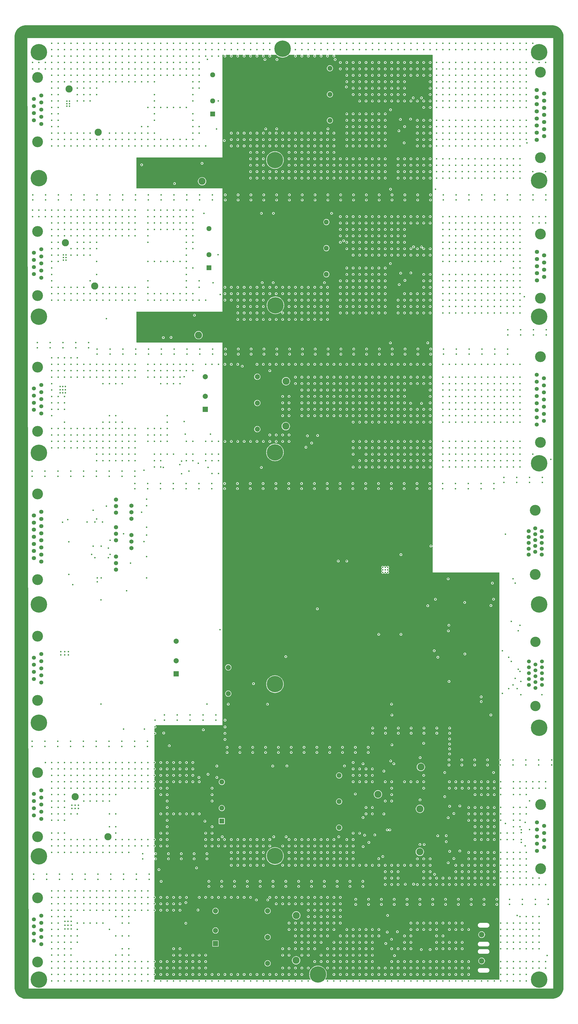
<source format=gbr>
%TF.GenerationSoftware,KiCad,Pcbnew,9.0.3*%
%TF.CreationDate,2025-09-16T14:08:45-04:00*%
%TF.ProjectId,11_CPU_PDU,31315f43-5055-45f5-9044-552e6b696361,rev?*%
%TF.SameCoordinates,Original*%
%TF.FileFunction,Copper,L6,Inr*%
%TF.FilePolarity,Positive*%
%FSLAX46Y46*%
G04 Gerber Fmt 4.6, Leading zero omitted, Abs format (unit mm)*
G04 Created by KiCad (PCBNEW 9.0.3) date 2025-09-16 14:08:45*
%MOMM*%
%LPD*%
G01*
G04 APERTURE LIST*
%TA.AperFunction,ComponentPad*%
%ADD10C,1.498600*%
%TD*%
%TA.AperFunction,ComponentPad*%
%ADD11C,4.000000*%
%TD*%
%TA.AperFunction,ComponentPad*%
%ADD12C,1.575000*%
%TD*%
%TA.AperFunction,ComponentPad*%
%ADD13C,4.216000*%
%TD*%
%TA.AperFunction,ComponentPad*%
%ADD14C,2.800000*%
%TD*%
%TA.AperFunction,ComponentPad*%
%ADD15C,1.560000*%
%TD*%
%TA.AperFunction,ComponentPad*%
%ADD16C,6.400000*%
%TD*%
%TA.AperFunction,ComponentPad*%
%ADD17C,1.650000*%
%TD*%
%TA.AperFunction,ComponentPad*%
%ADD18R,1.950000X1.950000*%
%TD*%
%TA.AperFunction,ComponentPad*%
%ADD19C,1.950000*%
%TD*%
%TA.AperFunction,ComponentPad*%
%ADD20C,1.635000*%
%TD*%
%TA.AperFunction,ComponentPad*%
%ADD21R,2.000000X2.000000*%
%TD*%
%TA.AperFunction,ComponentPad*%
%ADD22C,2.000000*%
%TD*%
%TA.AperFunction,ComponentPad*%
%ADD23C,2.159000*%
%TD*%
%TA.AperFunction,ViaPad*%
%ADD24C,0.600000*%
%TD*%
G04 APERTURE END LIST*
D10*
%TO.N,/v1_Telem*%
%TO.C,J15*%
X385970000Y-277329999D03*
%TO.N,/TELEM_RTN*%
X385970000Y-275039998D03*
%TO.N,/v2_Telem*%
X385970000Y-272749998D03*
%TO.N,/TELEM_RTN*%
X385970000Y-270460000D03*
%TO.N,/v3_Telem*%
X385970000Y-268169999D03*
%TO.N,/TELEM_RTN*%
X388510000Y-278469999D03*
%TO.N,/v4_Telem*%
X388510000Y-276179999D03*
%TO.N,/TELEM_RTN*%
X388510000Y-273889998D03*
%TO.N,/v5_Telem*%
X388510000Y-271600000D03*
%TO.N,/Temp_Telem*%
X388510000Y-269310000D03*
%TO.N,/v6_Telem*%
X391050000Y-277329999D03*
%TO.N,/TELEM_RTN*%
X391050000Y-275039998D03*
%TO.N,/v7_Telem*%
X391050000Y-272749998D03*
%TO.N,/TELEM_RTN*%
X391050000Y-270460000D03*
X391050000Y-268169999D03*
D11*
%TO.N,GNDPWR*%
X388510000Y-260509999D03*
X388510000Y-285510000D03*
%TD*%
D12*
%TO.N,/i1_Telem*%
%TO.C,J14*%
X385950000Y-217469000D03*
%TO.N,/TELEM_RTN*%
X385950000Y-219759000D03*
%TO.N,/i2_Telem*%
X385950000Y-222049000D03*
%TO.N,/TELEM_RTN*%
X385950000Y-224339000D03*
%TO.N,/i3_Telem*%
X385950000Y-226629000D03*
%TO.N,/TELEM_RTN*%
X388490000Y-216324000D03*
%TO.N,/i4_Telem*%
X388490000Y-218614000D03*
%TO.N,/TELEM_RTN*%
X388490000Y-220904000D03*
%TO.N,/i5_Telem*%
X388490000Y-223194000D03*
%TO.N,/TELEM_RTN*%
X388490000Y-225484000D03*
%TO.N,/i6_Telem*%
X391030000Y-217469000D03*
%TO.N,/TELEM_RTN*%
X391030000Y-219759000D03*
%TO.N,/i7_Telem*%
X391030000Y-222049000D03*
%TO.N,/TELEM_RTN*%
X391030000Y-224339000D03*
X391030000Y-226629000D03*
D13*
%TO.N,GNDPWR*%
X388490000Y-234290000D03*
X388490000Y-209300000D03*
%TD*%
D14*
%TO.N,/SSD1_5V*%
%TO.C,SEC_PWR3*%
X295245001Y-384520000D03*
%TD*%
D15*
%TO.N,/V_SEC5_RTN*%
%TO.C,J13*%
X195905001Y-367160000D03*
X195905001Y-369930000D03*
%TO.N,unconnected-(J13-Pad3)*%
X195905001Y-372700000D03*
%TO.N,/V_SEC5_RTN*%
X195905001Y-375470000D03*
X195905001Y-378240000D03*
%TO.N,/V_SEC5_IN*%
X193065001Y-368545000D03*
X193065001Y-371315000D03*
X193065001Y-374085000D03*
X193065001Y-376855000D03*
D13*
%TO.N,GNDPWR*%
X194485001Y-360200000D03*
X194485001Y-385200000D03*
%TD*%
D16*
%TO.N,GNDPWR*%
%TO.C,H4*%
X195000000Y-392000000D03*
%TD*%
D17*
%TO.N,Net-(U22B-OUT_2)*%
%TO.C,J10*%
X225063200Y-210275000D03*
%TO.N,/LVDS_REC_CKT/EN_2*%
X225063200Y-207735000D03*
%TO.N,Net-(J10-Pad3)*%
X225063200Y-205195000D03*
%TD*%
D14*
%TO.N,/Sabertooth_IO/V8p2*%
%TO.C,8.2V1*%
X343902501Y-309244999D03*
%TD*%
%TO.N,/SSD0_5V*%
%TO.C,5V2*%
X291235001Y-176584999D03*
%TD*%
D18*
%TO.N,/Sabertooth_IO/p12V*%
%TO.C,U3*%
X266297501Y-330324999D03*
D19*
%TO.N,/Sabertooth_IO/p12_rtn*%
X266297501Y-325244999D03*
%TO.N,/Sabertooth_IO/REM*%
X266297501Y-315084999D03*
%TO.N,/Sabertooth_IO_12V*%
X312017501Y-332864999D03*
%TO.N,/Sabertooth_IO_RTN*%
X312017501Y-322704999D03*
%TO.N,Net-(U3-TRIM)*%
X312017501Y-312544999D03*
%TD*%
D16*
%TO.N,GNDPWR*%
%TO.C,H19*%
X290000000Y-29690000D03*
%TD*%
D20*
%TO.N,/EN3-*%
%TO.C,J7*%
X195905001Y-229340000D03*
%TO.N,/EN3+*%
X195905001Y-226570000D03*
%TO.N,/TELEM_RTN*%
X195905001Y-223800000D03*
%TO.N,/EN5+*%
X195905001Y-221030000D03*
%TO.N,/TELEM_RTN*%
X195905001Y-218260000D03*
%TO.N,/EN5-*%
X195905001Y-215490000D03*
%TO.N,/EN2+*%
X195905001Y-212720000D03*
%TO.N,/EN2-*%
X195905001Y-209950000D03*
%TO.N,/EN4-*%
X193065001Y-227955000D03*
%TO.N,/EN4+*%
X193065001Y-225185000D03*
%TO.N,/TELEM_RTN*%
X193065001Y-222415000D03*
X193065001Y-219645000D03*
X193065001Y-216875000D03*
%TO.N,/EN1+*%
X193065001Y-214105000D03*
%TO.N,/EN1-*%
X193065001Y-211335000D03*
D13*
%TO.N,GNDPWR*%
X194485001Y-202995000D03*
X194485001Y-236295000D03*
%TD*%
D14*
%TO.N,/V_SEC1_RTN*%
%TO.C,SEC_RTN1*%
X206725001Y-45335000D03*
%TD*%
%TO.N,Net-(F2-Pad2)*%
%TO.C,SEC_RTN2*%
X216715001Y-122055000D03*
%TD*%
D16*
%TO.N,GNDPWR*%
%TO.C,H11*%
X390000000Y-294000000D03*
%TD*%
%TO.N,GNDPWR*%
%TO.C,H10*%
X390000000Y-392000000D03*
%TD*%
D17*
%TO.N,Net-(U22D-OUT_4)*%
%TO.C,J12*%
X231063200Y-224065000D03*
%TO.N,/LVDS_REC_CKT/EN_4*%
X231063200Y-221525000D03*
%TO.N,Net-(J12-Pad3)*%
X231063200Y-218985000D03*
%TD*%
D21*
%TO.N,Net-(U23-+VIN)*%
%TO.C,U23*%
X248505001Y-272989999D03*
D22*
%TO.N,Net-(U23--VIN)*%
X248505001Y-267889999D03*
%TO.N,/V_TELEM*%
X268805001Y-280689999D03*
%TO.N,unconnected-(U23-TRIM-Pad4)*%
X268805001Y-270489999D03*
%TO.N,/V_TELEM_RTN*%
X268805001Y-260289999D03*
%TO.N,unconnected-(U23-REMOTE-Pad6)*%
X248505001Y-260289999D03*
%TD*%
D18*
%TO.N,/Sabertooth_CPU_and_PCIe_Bifurcator/P12V_PDU_DAQ1/p12V*%
%TO.C,U2*%
X261325001Y-114915000D03*
D19*
%TO.N,/Sabertooth_CPU_and_PCIe_Bifurcator/P12V_PDU_DAQ1/p12_rtn*%
X261325001Y-109835000D03*
%TO.N,/Sabertooth_CPU_and_PCIe_Bifurcator/P12V_PDU_DAQ1/REM*%
X261325001Y-99675000D03*
%TO.N,/PCIe_Bifurcator_12V*%
X307045001Y-117455000D03*
%TO.N,/PCIe_Bifurcator_12V_RTN*%
X307045001Y-107295000D03*
%TO.N,Net-(U2-TRIM)*%
X307045001Y-97135000D03*
%TD*%
D16*
%TO.N,GNDPWR*%
%TO.C,H20*%
X303760000Y-390000000D03*
%TD*%
%TO.N,GNDPWR*%
%TO.C,H1*%
X195000000Y-31000000D03*
%TD*%
D17*
%TO.N,Net-(U22C-OUT_3)*%
%TO.C,J11*%
X225063200Y-221035000D03*
%TO.N,/LVDS_REC_CKT/EN_3*%
X225063200Y-218495000D03*
%TO.N,Net-(J11-Pad3)*%
X225063200Y-215955000D03*
%TD*%
D14*
%TO.N,/Sabertooth_IO_5V*%
%TO.C,5V1*%
X343522501Y-325554999D03*
%TD*%
D16*
%TO.N,GNDPWR*%
%TO.C,H21*%
X287000000Y-186770000D03*
%TD*%
D20*
%TO.N,/Sabertooth_p12V_OUT*%
%TO.C,J18*%
X389080000Y-45725000D03*
X389080000Y-48495000D03*
X389080000Y-51265000D03*
X389080000Y-54035000D03*
%TO.N,unconnected-(J18-Pad5)*%
X389080000Y-56805000D03*
%TO.N,unconnected-(J18-Pad6)*%
X389080000Y-59575000D03*
%TO.N,unconnected-(J18-Pad7)*%
X389080000Y-62345000D03*
%TO.N,unconnected-(J18-Pad8)*%
X389080000Y-65115000D03*
%TO.N,/Sabertooth_p12V_RTN*%
X391920000Y-47110000D03*
X391920000Y-49880000D03*
X391920000Y-52650000D03*
X391920000Y-55420000D03*
%TO.N,unconnected-(J18-Pad13)*%
X391920000Y-58190000D03*
%TO.N,unconnected-(J18-Pad14)*%
X391920000Y-60960000D03*
%TO.N,unconnected-(J18-Pad15)*%
X391920000Y-63730000D03*
D13*
%TO.N,GNDPWR*%
X390500000Y-72070000D03*
X390500000Y-38770000D03*
%TD*%
D16*
%TO.N,GNDPWR*%
%TO.C,H22*%
X287000000Y-343890000D03*
%TD*%
D17*
%TO.N,Net-(U22A-OUT_1)*%
%TO.C,J9*%
X231063200Y-212645000D03*
%TO.N,/LVDS_REC_CKT/EN_1*%
X231063200Y-210105000D03*
%TO.N,Net-(J9-Pad3)*%
X231063200Y-207565000D03*
%TD*%
D14*
%TO.N,/Sabertooth_IO_RTN*%
%TO.C,8.2\u002C5\u002C3.3_RTN1*%
X327155001Y-319864999D03*
%TD*%
D16*
%TO.N,GNDPWR*%
%TO.C,H15*%
X195000000Y-187000000D03*
%TD*%
D17*
%TO.N,Net-(U21-R)*%
%TO.C,J8*%
X225063200Y-232455000D03*
%TO.N,/LVDS_REC_CKT/EN_5*%
X225063200Y-229915000D03*
%TO.N,Net-(J8-Pad3)*%
X225063200Y-227375000D03*
%TD*%
D15*
%TO.N,/V_SEC3_RTN*%
%TO.C,J3*%
X195905001Y-318370000D03*
X195905001Y-321140000D03*
%TO.N,unconnected-(J3-Pad3)*%
X195905001Y-323910000D03*
%TO.N,/V_SEC3_RTN*%
X195905001Y-326680000D03*
X195905001Y-329450000D03*
%TO.N,/V_SEC3_IN*%
X193065001Y-319755000D03*
X193065001Y-322525000D03*
X193065001Y-325295000D03*
X193065001Y-328065000D03*
D13*
%TO.N,GNDPWR*%
X194485001Y-311410000D03*
X194485001Y-336410000D03*
%TD*%
D16*
%TO.N,GNDPWR*%
%TO.C,H5*%
X195000000Y-344000000D03*
%TD*%
%TO.N,GNDPWR*%
%TO.C,H18*%
X287190000Y-129530000D03*
%TD*%
D15*
%TO.N,/SSD0_5V_RTN*%
%TO.C,J6*%
X389035000Y-175930000D03*
X389035000Y-173160000D03*
X389035000Y-170390000D03*
X389035000Y-167620000D03*
X389035000Y-164850000D03*
X389035000Y-162080000D03*
X389035000Y-159310000D03*
%TO.N,/SSD0_5V_OUT*%
X389035000Y-156540000D03*
X391875000Y-174545000D03*
X391875000Y-171775000D03*
%TO.N,/SSD0_5V_RTN*%
X391875000Y-169005000D03*
%TO.N,/SSD0_5V_OUT*%
X391875000Y-166235000D03*
X391875000Y-163465000D03*
X391875000Y-160695000D03*
%TO.N,/SSD0_5V_RTN*%
X391875000Y-157925000D03*
D13*
%TO.N,GNDPWR*%
X390455000Y-182885000D03*
X390455000Y-149585000D03*
%TD*%
D16*
%TO.N,GNDPWR*%
%TO.C,H8*%
X195000000Y-134000000D03*
%TD*%
%TO.N,GNDPWR*%
%TO.C,H12*%
X390000000Y-246000000D03*
%TD*%
%TO.N,GNDPWR*%
%TO.C,H3*%
X287000000Y-73000000D03*
%TD*%
%TO.N,GNDPWR*%
%TO.C,H17*%
X195000000Y-246000000D03*
%TD*%
D15*
%TO.N,/V_SEC2_RTN*%
%TO.C,J2*%
X195905001Y-107700000D03*
X195905001Y-110470000D03*
%TO.N,unconnected-(J2-Pad3)*%
X195905001Y-113240000D03*
%TO.N,/V_SEC2_RTN*%
X195905001Y-116010000D03*
X195905001Y-118780000D03*
%TO.N,/V_SEC2_IN*%
X193065001Y-109085000D03*
X193065001Y-111855000D03*
X193065001Y-114625000D03*
X193065001Y-117395000D03*
D13*
%TO.N,GNDPWR*%
X194485001Y-100740000D03*
X194485001Y-125740000D03*
%TD*%
D14*
%TO.N,Net-(F1-Pad2)*%
%TO.C,SEC_PWR1*%
X218085001Y-62185000D03*
%TD*%
D15*
%TO.N,/Sabertooth_IO_12V_OUT*%
%TO.C,J16*%
X389110000Y-341880000D03*
X389110000Y-339110000D03*
%TO.N,unconnected-(J16-Pad3)*%
X389110000Y-336340000D03*
%TO.N,/Sabertooth_IO_5V_OUT*%
X389110000Y-333570000D03*
%TO.N,/Sabertooth_IO_3p3V_OUT*%
X389110000Y-330800000D03*
%TO.N,/Sabertooth_IO_RTN*%
X391950000Y-340495000D03*
X391950000Y-337725000D03*
X391950000Y-334955000D03*
X391950000Y-332185000D03*
D13*
%TO.N,GNDPWR*%
X390530000Y-348840000D03*
X390530000Y-323840000D03*
%TD*%
D20*
%TO.N,unconnected-(J17-Pad1)*%
%TO.C,J17*%
X389090000Y-108740000D03*
%TO.N,unconnected-(J17-Pad2)*%
X389090000Y-111510000D03*
%TO.N,unconnected-(J17-Pad3)*%
X389090000Y-114280000D03*
%TO.N,/PCIe_Bifurcator_12V_OUT*%
X389090000Y-117050000D03*
X389090000Y-119820000D03*
%TO.N,unconnected-(J17-Pad6)*%
X391930000Y-110125000D03*
%TO.N,unconnected-(J17-Pad7)*%
X391930000Y-112895000D03*
%TO.N,/PCIe_Bifurcator_12V_RTN*%
X391930000Y-115665000D03*
X391930000Y-118435000D03*
D13*
%TO.N,GNDPWR*%
X390510000Y-126780000D03*
X390510000Y-101780000D03*
%TD*%
D23*
%TO.N,/SSD1_5V_RTN*%
%TO.C,P2*%
X367580000Y-384730000D03*
%TD*%
D21*
%TO.N,/SSD_PDU/HUB_SSD1/p12V*%
%TO.C,U8*%
X263842501Y-377990000D03*
D22*
%TO.N,/SSD_PDU/HUB_SSD1/p12_rtn*%
X263842501Y-372890000D03*
%TO.N,/SSD1_5V*%
X284142501Y-385690000D03*
%TO.N,Net-(U8-TRIM)*%
X284142501Y-375490000D03*
%TO.N,/SSD1_5V_RTN*%
X284142501Y-365290000D03*
%TO.N,/SSD_PDU/HUB_SSD1/REM*%
X263842501Y-365290000D03*
%TD*%
D14*
%TO.N,/V_SEC2_RTN*%
%TO.C,TP1*%
X205355001Y-105205000D03*
%TD*%
%TO.N,Net-(F3-Pad2)*%
%TO.C,V_SEC_IN1*%
X221885001Y-336364999D03*
%TD*%
D16*
%TO.N,GNDPWR*%
%TO.C,H6*%
X195000000Y-292000000D03*
%TD*%
%TO.N,GNDPWR*%
%TO.C,H7*%
X390000000Y-31000000D03*
%TD*%
%TO.N,GNDPWR*%
%TO.C,H16*%
X390000000Y-191000000D03*
%TD*%
%TO.N,GNDPWR*%
%TO.C,H14*%
X390000000Y-81000000D03*
%TD*%
D15*
%TO.N,/V_SEC1_RTN*%
%TO.C,J1*%
X195905001Y-47830000D03*
X195905001Y-50600000D03*
%TO.N,unconnected-(J1-Pad3)*%
X195905001Y-53370000D03*
%TO.N,/V_SEC1_RTN*%
X195905001Y-56140000D03*
X195905001Y-58910000D03*
%TO.N,/V_SEC1_IN*%
X193065001Y-49215000D03*
X193065001Y-51985000D03*
X193065001Y-54755000D03*
X193065001Y-57525000D03*
D13*
%TO.N,GNDPWR*%
X194485001Y-40870000D03*
X194485001Y-65870000D03*
%TD*%
D14*
%TO.N,/V_TELEM*%
%TO.C,TELEM_PWR1*%
X258595001Y-81255000D03*
%TD*%
%TO.N,/V_TELEM*%
%TO.C,SEC_PWR2*%
X257225001Y-141125000D03*
%TD*%
D15*
%TO.N,/V_TELEM_RTN*%
%TO.C,J5*%
X195905001Y-265294999D03*
X195905001Y-268064999D03*
%TO.N,unconnected-(J5-Pad3)*%
X195905001Y-270834999D03*
%TO.N,/V_TELEM_RTN*%
X195905001Y-273604999D03*
X195905001Y-276374999D03*
%TO.N,/V_TELEM_IN*%
X193065001Y-266679999D03*
X193065001Y-269449999D03*
X193065001Y-272219999D03*
X193065001Y-274989999D03*
D13*
%TO.N,GNDPWR*%
X194485001Y-258334999D03*
X194485001Y-283334999D03*
%TD*%
D23*
%TO.N,/SSD1_5V_OUT*%
%TO.C,P1*%
X367580000Y-374519600D03*
%TD*%
D16*
%TO.N,GNDPWR*%
%TO.C,H2*%
X390000000Y-134000000D03*
%TD*%
D14*
%TO.N,/V_TELEM_RTN*%
%TO.C,TELEM_RTN1*%
X239625001Y-81245000D03*
%TD*%
%TO.N,/SSD0_5V_RTN*%
%TO.C,5V_RTN1*%
X291315001Y-159085000D03*
%TD*%
D15*
%TO.N,/V_SEC4_RTN*%
%TO.C,J4*%
X195905001Y-160535000D03*
X195905001Y-163305000D03*
%TO.N,unconnected-(J4-Pad3)*%
X195905001Y-166075000D03*
%TO.N,/V_SEC4_RTN*%
X195905001Y-168845000D03*
X195905001Y-171615000D03*
%TO.N,/V_SEC4_IN*%
X193065001Y-161920000D03*
X193065001Y-164690000D03*
X193065001Y-167460000D03*
X193065001Y-170230000D03*
D13*
%TO.N,GNDPWR*%
X194485001Y-153575000D03*
X194485001Y-178575000D03*
%TD*%
D14*
%TO.N,/Sabertooth_IO_3p3V*%
%TO.C,3.3V1*%
X343474001Y-342274999D03*
%TD*%
D18*
%TO.N,/Sabertooth_CPU_and_PCIe_Bifurcator/P12V_PDU_DAQ/p12V*%
%TO.C,U1*%
X262695001Y-55045000D03*
D19*
%TO.N,/Sabertooth_CPU_and_PCIe_Bifurcator/P12V_PDU_DAQ/p12_rtn*%
X262695001Y-49965000D03*
%TO.N,/Sabertooth_CPU_and_PCIe_Bifurcator/P12V_PDU_DAQ/REM*%
X262695001Y-39805000D03*
%TO.N,/Sabertooth_p12V*%
X308415001Y-57585000D03*
%TO.N,/Sabertooth_p12V_RTN*%
X308415001Y-47425000D03*
%TO.N,Net-(U1-TRIM)*%
X308415001Y-37265000D03*
%TD*%
D16*
%TO.N,GNDPWR*%
%TO.C,H13*%
X195000000Y-80000000D03*
%TD*%
D14*
%TO.N,/V_SEC3_RTN*%
%TO.C,V_SEC_RTN1*%
X209135001Y-320864999D03*
%TD*%
%TO.N,/SSD1_5V_RTN*%
%TO.C,SEC_RTN4*%
X295325001Y-367020000D03*
%TD*%
D21*
%TO.N,/SSD_PDU/HUB_SSD0/p12V*%
%TO.C,U7*%
X259832501Y-170055000D03*
D22*
%TO.N,/SSD_PDU/HUB_SSD0/p12_rtn*%
X259832501Y-164955000D03*
%TO.N,/SSD0_5V*%
X280132501Y-177755000D03*
%TO.N,Net-(U7-TRIM)*%
X280132501Y-167555000D03*
%TO.N,/SSD0_5V_RTN*%
X280132501Y-157355000D03*
%TO.N,/SSD_PDU/HUB_SSD0/REM*%
X259832501Y-157355000D03*
%TD*%
D16*
%TO.N,GNDPWR*%
%TO.C,H9*%
X287000000Y-277000000D03*
%TD*%
D14*
%TO.N,/V_TELEM_RTN*%
%TO.C,SEC_RTN3*%
X238255001Y-141115000D03*
%TD*%
D24*
%TO.N,/Sabertooth_IO_3p3V*%
X350460000Y-336000000D03*
X349090000Y-263990000D03*
X353790001Y-338330000D03*
X353790001Y-335990001D03*
%TO.N,/Sabertooth_IO_5V*%
X353190000Y-311410000D03*
X372210000Y-311400000D03*
X372210000Y-243930000D03*
X353190000Y-320790000D03*
%TO.N,/SSD0_5V*%
X350520000Y-266520000D03*
X291230000Y-266280000D03*
%TO.N,/SSD0_5V_RTN*%
X315000000Y-167500000D03*
X305000000Y-157500000D03*
X335000000Y-162500000D03*
X300000000Y-157500000D03*
X335000000Y-167500000D03*
X347500000Y-167500000D03*
X305000000Y-162500000D03*
X375000000Y-162500000D03*
X335000000Y-175000000D03*
X320000000Y-162500000D03*
X360000000Y-167500000D03*
X317500000Y-172500000D03*
X342500000Y-172500000D03*
X345000000Y-157500000D03*
X332500000Y-172500000D03*
X380000000Y-172500000D03*
X320000000Y-157500000D03*
X380000000Y-157500000D03*
X340000000Y-175000000D03*
X380000000Y-167500000D03*
X340000000Y-157500000D03*
X327500000Y-172500000D03*
X347500000Y-172500000D03*
X370000000Y-167500000D03*
X345000000Y-175000000D03*
X325000000Y-167500000D03*
X355000000Y-157500000D03*
X337500000Y-172500000D03*
X330000000Y-162500000D03*
X365000000Y-167500000D03*
X375000000Y-172500000D03*
X355000000Y-167500000D03*
X320000000Y-175000000D03*
X375000000Y-157500000D03*
X370000000Y-172500000D03*
X322500000Y-172500000D03*
X370000000Y-162500000D03*
X310000000Y-167500000D03*
X365000000Y-172500000D03*
X325000000Y-162500000D03*
X365000000Y-157500000D03*
X375000000Y-167500000D03*
X315000000Y-162500000D03*
X330000000Y-167500000D03*
X315000000Y-157500000D03*
X310000000Y-162500000D03*
X360000000Y-172500000D03*
X325000000Y-175000000D03*
X320000000Y-167500000D03*
X300000000Y-167500000D03*
X300000000Y-162500000D03*
X310000000Y-157500000D03*
X355000000Y-162500000D03*
X295000000Y-157500000D03*
X305000000Y-167500000D03*
X355000000Y-172500000D03*
X370000000Y-157500000D03*
X365000000Y-162500000D03*
X380000000Y-162500000D03*
X335000000Y-157500000D03*
X360000000Y-157500000D03*
X360000000Y-162500000D03*
X330000000Y-175000000D03*
X312500000Y-172500000D03*
X330000000Y-157500000D03*
X325000000Y-157500000D03*
%TO.N,/Sabertooth_IO_RTN*%
X322500000Y-347500000D03*
X387500000Y-315000000D03*
X377500000Y-355000000D03*
X347500000Y-352500000D03*
X317500000Y-337500000D03*
X342500000Y-347500000D03*
X372500000Y-350000000D03*
X367500000Y-332500000D03*
X345155001Y-339404999D03*
X372500000Y-327500000D03*
X370000000Y-335000000D03*
X367500000Y-327500000D03*
X387500000Y-355000000D03*
X370000000Y-325000000D03*
X325000000Y-315000000D03*
X332500000Y-347500000D03*
X291675001Y-308844999D03*
X329472501Y-327524999D03*
X332500000Y-315000000D03*
X335000000Y-355000000D03*
X362500000Y-350000000D03*
X380000000Y-342500000D03*
X360000000Y-347500000D03*
X343592501Y-305594999D03*
X332500000Y-320000000D03*
X385000000Y-342500000D03*
X340000000Y-315000000D03*
X337500000Y-347500000D03*
X370000000Y-352500000D03*
X345000000Y-345000000D03*
X329064001Y-344104999D03*
X314105001Y-308844999D03*
X372500000Y-332500000D03*
X392500000Y-355000000D03*
X332500000Y-352500000D03*
X367500000Y-345000000D03*
X372500000Y-355000000D03*
X320000000Y-335000000D03*
X372500000Y-345000000D03*
X330000000Y-350000000D03*
X367500000Y-330000000D03*
X325000000Y-310000000D03*
X370000000Y-342500000D03*
X377500000Y-350000000D03*
X350000000Y-355000000D03*
X317500000Y-342500000D03*
X375000000Y-325000000D03*
X362500000Y-327500000D03*
X372500000Y-337500000D03*
X355000000Y-315000000D03*
X380000000Y-347500000D03*
X380000000Y-352500000D03*
X335000000Y-350000000D03*
X382500000Y-315000000D03*
X385000000Y-347500000D03*
X372500000Y-320000000D03*
X345000000Y-315000000D03*
X345000000Y-350000000D03*
X367500000Y-337500000D03*
X365000000Y-335000000D03*
X375000000Y-342500000D03*
X375000000Y-347500000D03*
X360000000Y-315000000D03*
X322500000Y-327500000D03*
X385000000Y-352500000D03*
X330000000Y-355000000D03*
X343562501Y-322054999D03*
X367500000Y-317500000D03*
X385000000Y-317500000D03*
X357500000Y-352500000D03*
X365000000Y-342500000D03*
X347500000Y-347500000D03*
X392500000Y-315000000D03*
X390000000Y-352500000D03*
X352500000Y-352500000D03*
X375000000Y-315000000D03*
X375000000Y-335000000D03*
X382500000Y-327500000D03*
X345000000Y-355000000D03*
X390000000Y-317500000D03*
X362500000Y-345000000D03*
X380000000Y-335000000D03*
X380000000Y-325000000D03*
X377500000Y-345000000D03*
X367500000Y-350000000D03*
X382500000Y-345000000D03*
X329472501Y-310834999D03*
X367500000Y-320000000D03*
X325000000Y-325000000D03*
X370000000Y-347500000D03*
X362500000Y-317500000D03*
X365000000Y-352500000D03*
X360000000Y-352500000D03*
X327500000Y-347500000D03*
X372500000Y-330000000D03*
X382500000Y-330000000D03*
X317500000Y-347500000D03*
X382500000Y-332500000D03*
X385000000Y-320000000D03*
X370000000Y-315000000D03*
X332092501Y-306884999D03*
X385000000Y-325000000D03*
X343524001Y-339414999D03*
X345000000Y-300000000D03*
X357500000Y-347500000D03*
X372500000Y-317500000D03*
X377500000Y-337500000D03*
X382500000Y-350000000D03*
X382500000Y-355000000D03*
X380000000Y-320000000D03*
X375000000Y-352500000D03*
X367500000Y-355000000D03*
X365000000Y-315000000D03*
X365000000Y-347500000D03*
X357500000Y-317500000D03*
X365000000Y-325000000D03*
X380000000Y-317500000D03*
%TO.N,/Sabertooth_p12V*%
X349560000Y-243950000D03*
X349560000Y-84330000D03*
X332060000Y-84330000D03*
X332060000Y-53415000D03*
X307665001Y-60845000D03*
X287695001Y-60845000D03*
%TO.N,/Sabertooth_CPU_and_PCIe_Bifurcator/P12V_PDU_DAQ/p12V*%
X283405001Y-60845000D03*
%TO.N,/Sabertooth_CPU_and_PCIe_Bifurcator/P12V_PDU_DAQ/p12_rtn*%
X267280000Y-65400000D03*
X264950000Y-49960000D03*
X260695001Y-33845000D03*
X283095001Y-33845000D03*
%TO.N,/Sabertooth_p12V_RTN*%
X357500000Y-65000000D03*
X372500000Y-45000000D03*
X367500000Y-45000000D03*
X332500000Y-40000000D03*
X377500000Y-67500000D03*
X332500000Y-50000000D03*
X342500000Y-62500000D03*
X342500000Y-40000000D03*
X382500000Y-60000000D03*
X347500000Y-42500000D03*
X322500000Y-37500000D03*
X337500000Y-37500000D03*
X310465001Y-33855000D03*
X325000000Y-67500000D03*
X382500000Y-47500000D03*
X362500000Y-60000000D03*
X320000000Y-60000000D03*
X362500000Y-52500000D03*
X352500000Y-57500000D03*
X327500000Y-47500000D03*
X377500000Y-52500000D03*
X352500000Y-35000000D03*
X325000000Y-57500000D03*
X340000000Y-50000000D03*
X315000000Y-62500000D03*
X325000000Y-55000000D03*
X337500000Y-47500000D03*
X362500000Y-62500000D03*
X315000000Y-55000000D03*
X330000000Y-55000000D03*
X332500000Y-47500000D03*
X325000000Y-60000000D03*
X357500000Y-67500000D03*
X312500000Y-35000000D03*
X377500000Y-62500000D03*
X377500000Y-65000000D03*
X330000000Y-57500000D03*
X342500000Y-35000000D03*
X352500000Y-50000000D03*
X330000000Y-65000000D03*
X352500000Y-42500000D03*
X367500000Y-60000000D03*
X372500000Y-67500000D03*
X352500000Y-67500000D03*
X347500000Y-40000000D03*
X377500000Y-50000000D03*
X357500000Y-52500000D03*
X320000000Y-55000000D03*
X367500000Y-62500000D03*
X377500000Y-42500000D03*
X352500000Y-60000000D03*
X347500000Y-67500000D03*
X342500000Y-65000000D03*
X362500000Y-47500000D03*
X357500000Y-47500000D03*
X342500000Y-60000000D03*
X382500000Y-62500000D03*
X392500000Y-35000000D03*
X347500000Y-57500000D03*
X362500000Y-67500000D03*
X327500000Y-42500000D03*
X337500000Y-45000000D03*
X367500000Y-37500000D03*
X372500000Y-50000000D03*
X357500000Y-37500000D03*
X357500000Y-45000000D03*
X372500000Y-62500000D03*
X362500000Y-45000000D03*
X377500000Y-45000000D03*
X367500000Y-52500000D03*
X337500000Y-35000000D03*
X382500000Y-67500000D03*
X362500000Y-42500000D03*
X377500000Y-37500000D03*
X352500000Y-65000000D03*
X327500000Y-50000000D03*
X317500000Y-37500000D03*
X367500000Y-47500000D03*
X372500000Y-65000000D03*
X357500000Y-42500000D03*
X332500000Y-37500000D03*
X332500000Y-35000000D03*
X317500000Y-35000000D03*
X347500000Y-35000000D03*
X352500000Y-40000000D03*
X315000000Y-60000000D03*
X315000000Y-57500000D03*
X320000000Y-67500000D03*
X372500000Y-47500000D03*
X382500000Y-37500000D03*
X357500000Y-35000000D03*
X322500000Y-40000000D03*
X315000000Y-67500000D03*
X337500000Y-42500000D03*
X312500000Y-37500000D03*
X322500000Y-35000000D03*
X352500000Y-62500000D03*
X322500000Y-45000000D03*
X382500000Y-40000000D03*
X322500000Y-42500000D03*
X320000000Y-65000000D03*
X330000000Y-62500000D03*
X372500000Y-35000000D03*
X382500000Y-50000000D03*
X342500000Y-37500000D03*
X362500000Y-57500000D03*
X382500000Y-45000000D03*
X322500000Y-47500000D03*
X367500000Y-40000000D03*
X382500000Y-57500000D03*
X367500000Y-65000000D03*
X362500000Y-37500000D03*
X347500000Y-45000000D03*
X325000000Y-62500000D03*
X362500000Y-35000000D03*
X320000000Y-57500000D03*
X327500000Y-45000000D03*
X367500000Y-67500000D03*
X382500000Y-52500000D03*
X382500000Y-35000000D03*
X327500000Y-35000000D03*
X327500000Y-40000000D03*
X342500000Y-50000000D03*
X357500000Y-40000000D03*
X317500000Y-40000000D03*
X382500000Y-42500000D03*
X367500000Y-57500000D03*
X362500000Y-65000000D03*
X387500000Y-35000000D03*
X320000000Y-62500000D03*
X325000000Y-65000000D03*
X357500000Y-60000000D03*
X377500000Y-47500000D03*
X347500000Y-65000000D03*
X342500000Y-67500000D03*
X357500000Y-62500000D03*
X347500000Y-37500000D03*
X372500000Y-40000000D03*
X377500000Y-57500000D03*
X330000000Y-60000000D03*
X367500000Y-35000000D03*
X347500000Y-47500000D03*
X357500000Y-50000000D03*
X362500000Y-40000000D03*
X347500000Y-52500000D03*
X347500000Y-62500000D03*
X372500000Y-52500000D03*
X337500000Y-50000000D03*
X362500000Y-50000000D03*
X372500000Y-57500000D03*
X315000000Y-65000000D03*
X347500000Y-50000000D03*
X377500000Y-35000000D03*
X352500000Y-47500000D03*
X352500000Y-45000000D03*
X332500000Y-45000000D03*
X372500000Y-60000000D03*
X317500000Y-47500000D03*
X322500000Y-50000000D03*
X330000000Y-67500000D03*
X377500000Y-40000000D03*
X287785001Y-33855000D03*
X352500000Y-52500000D03*
X317500000Y-45000000D03*
X382500000Y-65000000D03*
X347500000Y-60000000D03*
X337500000Y-40000000D03*
X317500000Y-42500000D03*
X357500000Y-57500000D03*
X332500000Y-42500000D03*
X372500000Y-37500000D03*
X372500000Y-42500000D03*
X367500000Y-42500000D03*
X377500000Y-60000000D03*
X352500000Y-37500000D03*
X327500000Y-37500000D03*
X342500000Y-57500000D03*
X367500000Y-50000000D03*
%TO.N,/V_SEC1_RTN*%
X347500000Y-30000000D03*
X367500000Y-27500000D03*
X365000000Y-50000000D03*
X217500000Y-37500000D03*
X240000000Y-65000000D03*
X327500000Y-57500000D03*
X212500000Y-47500000D03*
X210000000Y-50000000D03*
X240000000Y-52500000D03*
X235000000Y-30000000D03*
X385000000Y-62500000D03*
X370000000Y-42500000D03*
X340000000Y-72500000D03*
X365000000Y-60000000D03*
X317500000Y-65000000D03*
X340000000Y-40000000D03*
X345000000Y-65000000D03*
X235000000Y-37500000D03*
X227500000Y-37500000D03*
X202500000Y-67500000D03*
X380000000Y-72500000D03*
X355000000Y-80000000D03*
X287500000Y-80000000D03*
X370000000Y-62500000D03*
X297500000Y-27500000D03*
X297500000Y-32500000D03*
X307500000Y-62500000D03*
X317500000Y-55000000D03*
X220000000Y-32500000D03*
X280000000Y-62500000D03*
X365000000Y-42500000D03*
X365000000Y-37500000D03*
X245000000Y-27500000D03*
X215000000Y-45000000D03*
X385000000Y-45000000D03*
X300000000Y-65000000D03*
X202500000Y-27500000D03*
X292500000Y-65000000D03*
X305000000Y-67500000D03*
X240000000Y-57500000D03*
X252500000Y-32500000D03*
X325000000Y-37500000D03*
X350000000Y-75000000D03*
X285000000Y-67500000D03*
X317500000Y-75000000D03*
X215000000Y-65000000D03*
X350000000Y-60000000D03*
X232500000Y-42500000D03*
X380000000Y-30000000D03*
X352500000Y-72500000D03*
X357500000Y-27500000D03*
X365000000Y-75000000D03*
X240000000Y-55000000D03*
X375000000Y-75000000D03*
X385000000Y-65000000D03*
X255000000Y-37500000D03*
X302500000Y-30000000D03*
X285000000Y-77500000D03*
X355000000Y-57500000D03*
X200000000Y-32500000D03*
X320000000Y-35000000D03*
X230000000Y-35000000D03*
X290000000Y-67500000D03*
X215000000Y-47500000D03*
X252500000Y-27500000D03*
X315000000Y-35000000D03*
X375000000Y-47500000D03*
X307500000Y-65000000D03*
X292500000Y-72500000D03*
X302500000Y-67500000D03*
X277500000Y-72500000D03*
X260000000Y-30000000D03*
X325000000Y-75000000D03*
X292500000Y-77500000D03*
X245000000Y-40000000D03*
X220000000Y-67500000D03*
X312500000Y-75000000D03*
X245000000Y-67500000D03*
X320000000Y-42500000D03*
X272500000Y-65000000D03*
X212500000Y-45000000D03*
X220000000Y-42500000D03*
X235000000Y-65000000D03*
X222500000Y-37500000D03*
X302500000Y-32500000D03*
X322500000Y-72500000D03*
X320000000Y-30000000D03*
X202500000Y-52500000D03*
X300000000Y-70000000D03*
X200000000Y-47500000D03*
X217500000Y-42500000D03*
X385000000Y-60000000D03*
X310000000Y-75000000D03*
X252500000Y-52500000D03*
X390000000Y-35000000D03*
X360000000Y-77500000D03*
X357500000Y-77500000D03*
X337500000Y-80000000D03*
X242500000Y-52500000D03*
X295000000Y-75000000D03*
X325000000Y-77500000D03*
X327500000Y-27500000D03*
X200000000Y-62500000D03*
X365000000Y-47500000D03*
X375000000Y-57500000D03*
X387500000Y-77500000D03*
X335000000Y-80000000D03*
X355000000Y-47500000D03*
X375000000Y-67500000D03*
X210000000Y-27500000D03*
X202500000Y-32500000D03*
X247500000Y-67500000D03*
X207500000Y-65000000D03*
X367500000Y-30000000D03*
X340000000Y-35000000D03*
X370000000Y-30000000D03*
X370000000Y-65000000D03*
X277500000Y-80000000D03*
X355000000Y-67500000D03*
X227500000Y-65000000D03*
X206945001Y-51045000D03*
X205000000Y-32500000D03*
X252500000Y-40000000D03*
X250000000Y-32500000D03*
X257500000Y-42500000D03*
X215000000Y-50000000D03*
X222500000Y-27500000D03*
X322500000Y-55000000D03*
X345000000Y-40000000D03*
X235000000Y-27500000D03*
X320000000Y-45000000D03*
X205000000Y-30000000D03*
X232500000Y-37500000D03*
X242500000Y-35000000D03*
X207500000Y-32500000D03*
X370000000Y-47500000D03*
X380000000Y-67500000D03*
X215000000Y-35000000D03*
X370000000Y-57500000D03*
X305000000Y-70000000D03*
X345000000Y-75000000D03*
X380000000Y-27500000D03*
X350000000Y-47500000D03*
X330000000Y-75000000D03*
X350000000Y-80000000D03*
X360000000Y-37500000D03*
X240000000Y-32500000D03*
X275000000Y-30000000D03*
X317500000Y-60000000D03*
X385000000Y-40000000D03*
X280000000Y-32500000D03*
X252500000Y-37500000D03*
X222500000Y-67500000D03*
X265000000Y-30000000D03*
X282500000Y-80000000D03*
X287500000Y-77500000D03*
X367500000Y-80000000D03*
X202500000Y-50000000D03*
X345000000Y-62500000D03*
X200000000Y-60000000D03*
X330000000Y-80000000D03*
X240000000Y-27500000D03*
X350000000Y-35000000D03*
X360000000Y-60000000D03*
X237500000Y-67500000D03*
X340915000Y-48785000D03*
X375000000Y-37500000D03*
X202500000Y-57500000D03*
X330000000Y-27500000D03*
X200000000Y-67500000D03*
X247500000Y-37500000D03*
X280000000Y-75000000D03*
X245000000Y-32500000D03*
X200000000Y-65000000D03*
X217500000Y-30000000D03*
X300000000Y-77500000D03*
X392500000Y-77500000D03*
X375000000Y-30000000D03*
X222500000Y-62500000D03*
X355000000Y-75000000D03*
X207500000Y-35000000D03*
X375000000Y-72500000D03*
X372500000Y-77500000D03*
X247500000Y-32500000D03*
X300000000Y-27500000D03*
X320000000Y-72500000D03*
X377500000Y-27500000D03*
X230000000Y-67500000D03*
X242500000Y-67500000D03*
X340000000Y-27500000D03*
X267500000Y-27500000D03*
X370000000Y-75000000D03*
X230000000Y-32500000D03*
X242500000Y-37500000D03*
X227500000Y-40000000D03*
X272500000Y-67500000D03*
X342500000Y-80000000D03*
X345000000Y-52500000D03*
X227500000Y-27500000D03*
X385000000Y-35000000D03*
X212500000Y-40000000D03*
X350000000Y-77500000D03*
X345000000Y-27500000D03*
X337500000Y-72500000D03*
X380000000Y-45000000D03*
X232500000Y-40000000D03*
X285000000Y-65000000D03*
X355000000Y-77500000D03*
X302500000Y-77500000D03*
X240000000Y-35000000D03*
X350000000Y-42500000D03*
X342500000Y-75000000D03*
X385000000Y-57500000D03*
X327500000Y-72500000D03*
X315000000Y-72500000D03*
X272500000Y-27500000D03*
X327500000Y-62500000D03*
X345000000Y-80000000D03*
X255000000Y-65000000D03*
X320000000Y-75000000D03*
X360000000Y-75000000D03*
X250000000Y-35000000D03*
X310000000Y-30000000D03*
X195000000Y-37500000D03*
X202500000Y-65000000D03*
X240000000Y-40000000D03*
X337500000Y-27500000D03*
X385000000Y-42500000D03*
X312500000Y-72500000D03*
X297500000Y-70000000D03*
X197500000Y-35000000D03*
X307500000Y-32500000D03*
X370000000Y-67500000D03*
X222500000Y-42500000D03*
X220000000Y-37500000D03*
X360000000Y-52500000D03*
X375000000Y-65000000D03*
X257500000Y-67500000D03*
X300000000Y-75000000D03*
X300000000Y-67500000D03*
X200000000Y-30000000D03*
X375000000Y-62500000D03*
X277500000Y-77500000D03*
X350000000Y-27500000D03*
X210000000Y-47500000D03*
X282500000Y-30000000D03*
X365000000Y-77500000D03*
X377500000Y-80000000D03*
X227500000Y-30000000D03*
X375000000Y-27500000D03*
X270000000Y-30000000D03*
X380000000Y-80000000D03*
X370000000Y-72500000D03*
X340000000Y-75000000D03*
X222500000Y-65000000D03*
X215000000Y-67500000D03*
X210000000Y-45000000D03*
X355000000Y-30000000D03*
X247500000Y-35000000D03*
X237500000Y-60000000D03*
X280000000Y-77500000D03*
X225000000Y-35000000D03*
X285000000Y-80000000D03*
X242500000Y-65000000D03*
X335000000Y-35000000D03*
X242500000Y-40000000D03*
X225000000Y-30000000D03*
X215000000Y-37500000D03*
X357500000Y-80000000D03*
X237500000Y-40000000D03*
X307500000Y-70000000D03*
X277500000Y-30000000D03*
X365000000Y-27500000D03*
X270000000Y-62500000D03*
X370000000Y-27500000D03*
X325000000Y-42500000D03*
X255000000Y-57500000D03*
X230000000Y-30000000D03*
X215000000Y-27500000D03*
X297500000Y-67500000D03*
X272500000Y-30000000D03*
X332500000Y-30000000D03*
X360000000Y-72500000D03*
X325000000Y-80000000D03*
X340000000Y-80000000D03*
X237500000Y-30000000D03*
X312500000Y-80000000D03*
X370000000Y-77500000D03*
X300000000Y-30000000D03*
X200000000Y-45000000D03*
X352500000Y-30000000D03*
X355000000Y-42500000D03*
X325000000Y-40000000D03*
X240000000Y-30000000D03*
X377500000Y-75000000D03*
X265000000Y-27500000D03*
X287500000Y-65000000D03*
X227500000Y-32500000D03*
X255000000Y-50000000D03*
X372500000Y-27500000D03*
X280000000Y-27500000D03*
X207500000Y-42500000D03*
X222500000Y-40000000D03*
X255000000Y-27500000D03*
X375000000Y-40000000D03*
X277500000Y-75000000D03*
X232500000Y-65000000D03*
X387500000Y-27500000D03*
X325000000Y-35000000D03*
X315000000Y-42500000D03*
X217500000Y-40000000D03*
X280000000Y-72500000D03*
X317500000Y-67500000D03*
X310000000Y-80000000D03*
X380000000Y-57500000D03*
X255000000Y-67500000D03*
X230000000Y-65000000D03*
X217500000Y-67500000D03*
X355000000Y-60000000D03*
X372500000Y-80000000D03*
X350000000Y-67500000D03*
X360000000Y-67500000D03*
X315000000Y-27500000D03*
X207500000Y-62500000D03*
X385000000Y-47500000D03*
X322500000Y-77500000D03*
X205000000Y-42500000D03*
X235000000Y-67500000D03*
X205000000Y-35000000D03*
X360000000Y-42500000D03*
X260000000Y-32500000D03*
X202500000Y-30000000D03*
X380000000Y-52500000D03*
X315000000Y-40000000D03*
X372500000Y-30000000D03*
X237500000Y-62500000D03*
X345000000Y-77500000D03*
X320000000Y-27500000D03*
X335000000Y-27500000D03*
X290000000Y-77500000D03*
X287500000Y-62500000D03*
X330000000Y-50000000D03*
X375000000Y-45000000D03*
X255000000Y-62500000D03*
X225000000Y-37500000D03*
X257500000Y-37500000D03*
X240000000Y-47500000D03*
X200000000Y-55000000D03*
X345000000Y-72500000D03*
X360000000Y-80000000D03*
X362500000Y-80000000D03*
X360000000Y-30000000D03*
X257500000Y-32500000D03*
X257500000Y-62500000D03*
X350000000Y-50000000D03*
X235000000Y-62500000D03*
X257500000Y-30000000D03*
X370000000Y-40000000D03*
X280000000Y-70000000D03*
X205945001Y-50045000D03*
X280000000Y-65000000D03*
X302500000Y-72500000D03*
X317500000Y-72500000D03*
X232500000Y-62500000D03*
X380000000Y-42500000D03*
X372500000Y-72500000D03*
X230000000Y-42500000D03*
X282500000Y-75000000D03*
X327500000Y-30000000D03*
X357500000Y-75000000D03*
X360000000Y-27500000D03*
X235000000Y-40000000D03*
X212500000Y-27500000D03*
X267500000Y-32500000D03*
X342500000Y-30000000D03*
X325000000Y-47500000D03*
X200000000Y-40000000D03*
X330000000Y-72500000D03*
X385000000Y-27500000D03*
X315000000Y-37500000D03*
X210000000Y-65000000D03*
X215000000Y-62500000D03*
X320000000Y-47500000D03*
X255000000Y-55000000D03*
X375000000Y-60000000D03*
X255000000Y-42500000D03*
X375000000Y-52500000D03*
X237500000Y-32500000D03*
X245000000Y-65000000D03*
X380000000Y-65000000D03*
X355000000Y-27500000D03*
X210000000Y-40000000D03*
X280000000Y-80000000D03*
X227500000Y-42500000D03*
X305000000Y-72500000D03*
X230000000Y-40000000D03*
X300000000Y-72500000D03*
X370000000Y-45000000D03*
X205000000Y-37500000D03*
X350000000Y-45000000D03*
X360000000Y-40000000D03*
X237500000Y-35000000D03*
X202500000Y-62500000D03*
X262500000Y-32500000D03*
X380000000Y-62500000D03*
X280000000Y-67500000D03*
X307500000Y-77500000D03*
X212500000Y-30000000D03*
X202500000Y-47500000D03*
X282500000Y-72500000D03*
X227500000Y-35000000D03*
X222500000Y-35000000D03*
X225000000Y-32500000D03*
X202500000Y-40000000D03*
X232500000Y-32500000D03*
X210000000Y-42500000D03*
X370000000Y-60000000D03*
X247500000Y-65000000D03*
X282500000Y-70000000D03*
X285000000Y-30000000D03*
X307500000Y-67500000D03*
X345000000Y-50000000D03*
X322500000Y-67500000D03*
X232500000Y-67500000D03*
X382500000Y-75000000D03*
X352500000Y-75000000D03*
X307500000Y-80000000D03*
X360000000Y-65000000D03*
X322500000Y-62500000D03*
X365000000Y-52500000D03*
X345000000Y-57500000D03*
X210000000Y-32500000D03*
X222500000Y-30000000D03*
X365000000Y-35000000D03*
X310000000Y-77500000D03*
X355000000Y-35000000D03*
X302500000Y-70000000D03*
X322500000Y-75000000D03*
X317500000Y-30000000D03*
X245000000Y-35000000D03*
X305000000Y-62500000D03*
X350000000Y-62500000D03*
X275000000Y-27500000D03*
X252500000Y-67500000D03*
X317500000Y-57500000D03*
X347500000Y-80000000D03*
X220000000Y-27500000D03*
X322500000Y-60000000D03*
X295000000Y-70000000D03*
X192500000Y-37500000D03*
X330000000Y-37500000D03*
X280000000Y-30000000D03*
X365000000Y-40000000D03*
X205000000Y-67500000D03*
X230000000Y-27500000D03*
X262500000Y-30000000D03*
X347500000Y-77500000D03*
X360000000Y-47500000D03*
X192500000Y-35000000D03*
X282500000Y-62500000D03*
X375000000Y-35000000D03*
X335000000Y-45000000D03*
X305000000Y-75000000D03*
X330000000Y-35000000D03*
X377500000Y-77500000D03*
X245000000Y-37500000D03*
X322500000Y-80000000D03*
X335000000Y-47500000D03*
X205000000Y-65000000D03*
X382500000Y-77500000D03*
X372500000Y-75000000D03*
X330000000Y-45000000D03*
X245000000Y-52500000D03*
X295000000Y-67500000D03*
X202500000Y-60000000D03*
X337500000Y-77500000D03*
X297500000Y-30000000D03*
X225000000Y-65000000D03*
X367500000Y-77500000D03*
X240000000Y-62500000D03*
X327500000Y-80000000D03*
X242500000Y-27500000D03*
X345000000Y-30000000D03*
X230000000Y-62500000D03*
X207500000Y-37500000D03*
X305000000Y-65000000D03*
X320000000Y-77500000D03*
X197500000Y-37500000D03*
X320000000Y-50000000D03*
X220000000Y-30000000D03*
X242500000Y-32500000D03*
X350000000Y-30000000D03*
X345000000Y-35000000D03*
X267500000Y-30000000D03*
X312500000Y-27500000D03*
X340000000Y-77500000D03*
X382500000Y-30000000D03*
X355000000Y-62500000D03*
X307500000Y-75000000D03*
X235000000Y-35000000D03*
X302500000Y-65000000D03*
X355000000Y-52500000D03*
X357500000Y-72500000D03*
X252500000Y-30000000D03*
X257500000Y-45000000D03*
X262500000Y-27500000D03*
X345000000Y-60000000D03*
X375000000Y-42500000D03*
X205945001Y-51045000D03*
X247500000Y-52500000D03*
X237500000Y-65000000D03*
X222500000Y-32500000D03*
X242500000Y-30000000D03*
X380000000Y-37500000D03*
X212500000Y-35000000D03*
X360000000Y-62500000D03*
X205000000Y-27500000D03*
X295000000Y-72500000D03*
X287500000Y-67500000D03*
X320000000Y-37500000D03*
X305000000Y-30000000D03*
X344110000Y-48790000D03*
X207500000Y-27500000D03*
X380000000Y-77500000D03*
X350000000Y-52500000D03*
X225000000Y-42500000D03*
X305000000Y-27500000D03*
X265000000Y-32500000D03*
X227500000Y-67500000D03*
X350000000Y-72500000D03*
X380000000Y-35000000D03*
X365000000Y-65000000D03*
X327500000Y-67500000D03*
X195000000Y-35000000D03*
X297500000Y-75000000D03*
X310000000Y-32500000D03*
X330000000Y-77500000D03*
X335000000Y-75000000D03*
X212500000Y-50000000D03*
X360000000Y-57500000D03*
X295000000Y-32500000D03*
X250000000Y-52500000D03*
X330000000Y-30000000D03*
X317500000Y-27500000D03*
X362500000Y-30000000D03*
X322500000Y-65000000D03*
X365000000Y-45000000D03*
X210000000Y-37500000D03*
X300000000Y-80000000D03*
X380000000Y-60000000D03*
X310000000Y-72500000D03*
X332500000Y-27500000D03*
X355000000Y-50000000D03*
X255000000Y-47500000D03*
X282500000Y-27500000D03*
X355000000Y-37500000D03*
X335000000Y-40000000D03*
X380000000Y-75000000D03*
X210000000Y-62500000D03*
X207500000Y-40000000D03*
X240000000Y-42500000D03*
X277500000Y-67500000D03*
X206945001Y-50045000D03*
X365000000Y-57500000D03*
X365000000Y-62500000D03*
X275000000Y-62500000D03*
X260000000Y-67500000D03*
X350000000Y-57500000D03*
X270000000Y-32500000D03*
X212500000Y-32500000D03*
X220000000Y-35000000D03*
X235000000Y-32500000D03*
X337500000Y-30000000D03*
X217500000Y-27500000D03*
X225000000Y-62500000D03*
X272500000Y-32500000D03*
X250000000Y-40000000D03*
X335000000Y-77500000D03*
X260000000Y-27500000D03*
X355000000Y-45000000D03*
X310000000Y-27500000D03*
X370000000Y-35000000D03*
X257500000Y-60000000D03*
X282500000Y-77500000D03*
X212500000Y-37500000D03*
X277500000Y-65000000D03*
X240000000Y-67500000D03*
X330000000Y-40000000D03*
X325000000Y-27500000D03*
X232500000Y-30000000D03*
X367500000Y-75000000D03*
X315000000Y-30000000D03*
X295000000Y-65000000D03*
X210000000Y-30000000D03*
X225000000Y-40000000D03*
X302500000Y-27500000D03*
X255000000Y-45000000D03*
X365000000Y-30000000D03*
X310000000Y-62500000D03*
X257500000Y-35000000D03*
X315000000Y-75000000D03*
X317500000Y-80000000D03*
X277500000Y-32500000D03*
X232500000Y-27500000D03*
X225000000Y-67500000D03*
X325000000Y-72500000D03*
X315000000Y-77500000D03*
X250000000Y-27500000D03*
X207500000Y-67500000D03*
X297500000Y-77500000D03*
X292500000Y-75000000D03*
X342500000Y-27500000D03*
X382500000Y-72500000D03*
X360000000Y-35000000D03*
X215000000Y-30000000D03*
X215000000Y-40000000D03*
X292500000Y-67500000D03*
X350000000Y-40000000D03*
X200000000Y-37500000D03*
X320000000Y-80000000D03*
X255000000Y-60000000D03*
X362500000Y-72500000D03*
X385000000Y-37500000D03*
X347500000Y-72500000D03*
X200000000Y-35000000D03*
X330000000Y-47500000D03*
X317500000Y-77500000D03*
X367500000Y-72500000D03*
X315000000Y-80000000D03*
X375000000Y-50000000D03*
X237500000Y-37500000D03*
X202500000Y-35000000D03*
X355000000Y-65000000D03*
X340000000Y-30000000D03*
X340000000Y-37500000D03*
X237500000Y-27500000D03*
X202500000Y-37500000D03*
X305000000Y-77500000D03*
X310000000Y-65000000D03*
X305000000Y-32500000D03*
X200000000Y-57500000D03*
X335000000Y-42500000D03*
X282500000Y-67500000D03*
X275000000Y-32500000D03*
X200000000Y-50000000D03*
X347500000Y-27500000D03*
X385000000Y-50000000D03*
X247500000Y-40000000D03*
X235000000Y-42500000D03*
X225000000Y-27500000D03*
X305000000Y-80000000D03*
X215000000Y-32500000D03*
X342500000Y-72500000D03*
X322500000Y-27500000D03*
X292500000Y-80000000D03*
X205945001Y-52045000D03*
X250000000Y-67500000D03*
X255000000Y-32500000D03*
X335000000Y-72500000D03*
X297500000Y-62500000D03*
X370000000Y-50000000D03*
X240000000Y-37500000D03*
X210000000Y-35000000D03*
X245000000Y-30000000D03*
X377500000Y-72500000D03*
X335000000Y-50000000D03*
X342500000Y-77500000D03*
X357500000Y-30000000D03*
X285000000Y-62500000D03*
X250000000Y-37500000D03*
X302500000Y-80000000D03*
X220000000Y-40000000D03*
X347500000Y-75000000D03*
X297500000Y-80000000D03*
X295000000Y-80000000D03*
X270000000Y-65000000D03*
X327500000Y-55000000D03*
X257500000Y-40000000D03*
X277500000Y-62500000D03*
X380000000Y-50000000D03*
X352500000Y-80000000D03*
X327500000Y-65000000D03*
X327500000Y-75000000D03*
X277500000Y-27500000D03*
X330000000Y-42500000D03*
X382500000Y-80000000D03*
X365000000Y-72500000D03*
X275000000Y-67500000D03*
X370000000Y-52500000D03*
X302500000Y-75000000D03*
X350000000Y-37500000D03*
X370000000Y-37500000D03*
X352500000Y-77500000D03*
X327500000Y-60000000D03*
X360000000Y-45000000D03*
X302500000Y-62500000D03*
X237500000Y-52500000D03*
X380000000Y-47500000D03*
X282500000Y-65000000D03*
X375000000Y-77500000D03*
X252500000Y-35000000D03*
X207500000Y-30000000D03*
X220000000Y-65000000D03*
X215000000Y-42500000D03*
X365000000Y-67500000D03*
X295000000Y-77500000D03*
X217500000Y-45000000D03*
X255000000Y-35000000D03*
X250000000Y-30000000D03*
X317500000Y-62500000D03*
X312500000Y-30000000D03*
X212500000Y-67500000D03*
X202500000Y-45000000D03*
X206945001Y-52045000D03*
X335000000Y-30000000D03*
X385000000Y-52500000D03*
X345000000Y-67500000D03*
X202500000Y-42500000D03*
X345000000Y-37500000D03*
X295000000Y-62500000D03*
X352500000Y-27500000D03*
X255000000Y-30000000D03*
X355000000Y-40000000D03*
X295000000Y-30000000D03*
X327500000Y-77500000D03*
X377500000Y-30000000D03*
X337500000Y-75000000D03*
X360000000Y-50000000D03*
X322500000Y-57500000D03*
X322500000Y-30000000D03*
X325000000Y-45000000D03*
X217500000Y-35000000D03*
X312500000Y-77500000D03*
X202500000Y-55000000D03*
X285000000Y-32500000D03*
X297500000Y-65000000D03*
X350000000Y-65000000D03*
X310000000Y-70000000D03*
X212500000Y-42500000D03*
X217500000Y-32500000D03*
X362500000Y-27500000D03*
X375000000Y-80000000D03*
X252500000Y-65000000D03*
X365000000Y-80000000D03*
X282500000Y-32500000D03*
X292500000Y-70000000D03*
X200000000Y-42500000D03*
X270000000Y-27500000D03*
X205000000Y-40000000D03*
X255000000Y-40000000D03*
X310000000Y-67500000D03*
X370000000Y-80000000D03*
X335000000Y-37500000D03*
X290000000Y-62500000D03*
X307500000Y-27500000D03*
X325000000Y-50000000D03*
X300000000Y-32500000D03*
X355000000Y-72500000D03*
X295000000Y-27500000D03*
X277500000Y-70000000D03*
X212500000Y-62500000D03*
X200000000Y-52500000D03*
X205000000Y-62500000D03*
X200000000Y-27500000D03*
X210000000Y-67500000D03*
X290000000Y-65000000D03*
X227500000Y-62500000D03*
X237500000Y-42500000D03*
X247500000Y-27500000D03*
X292500000Y-62500000D03*
X380000000Y-40000000D03*
X240000000Y-50000000D03*
X320000000Y-40000000D03*
X232500000Y-35000000D03*
X300000000Y-62500000D03*
X362500000Y-77500000D03*
X297500000Y-72500000D03*
X307500000Y-30000000D03*
X385000000Y-30000000D03*
X230000000Y-37500000D03*
X272500000Y-62500000D03*
X212500000Y-65000000D03*
X290000000Y-80000000D03*
X285000000Y-27500000D03*
X325000000Y-30000000D03*
X217500000Y-65000000D03*
X250000000Y-65000000D03*
X217500000Y-47500000D03*
X275000000Y-65000000D03*
X247500000Y-30000000D03*
X382500000Y-27500000D03*
X307500000Y-72500000D03*
X270000000Y-67500000D03*
X235000000Y-60000000D03*
X257500000Y-27500000D03*
X362500000Y-75000000D03*
%TO.N,GNDPWR*%
X277640000Y-86540000D03*
X291250000Y-355750000D03*
X325100000Y-294100000D03*
X364500000Y-23000000D03*
X257380000Y-200900000D03*
X271250000Y-355750000D03*
X355090000Y-302190000D03*
X222400000Y-196090000D03*
X354500000Y-23000000D03*
X355000000Y-397500000D03*
X188000000Y-320500000D03*
X392640000Y-86540000D03*
X300000000Y-397500000D03*
X397500000Y-190500000D03*
X337720000Y-146540000D03*
X245500000Y-343000000D03*
X321250000Y-353750000D03*
X391250000Y-198510000D03*
X188000000Y-105500000D03*
X378500000Y-362750000D03*
X307720000Y-146540000D03*
X282720000Y-148540000D03*
X188000000Y-285500000D03*
X254500000Y-23000000D03*
X192640000Y-86540000D03*
X194380000Y-146070000D03*
X358500000Y-360750000D03*
X289500000Y-23000000D03*
X360000000Y-397500000D03*
X232640000Y-86540000D03*
X377640000Y-88540000D03*
X397500000Y-85500000D03*
X188000000Y-265500000D03*
X252640000Y-86540000D03*
X188000000Y-325500000D03*
X330100000Y-296100000D03*
X205000000Y-397500000D03*
X197640000Y-86540000D03*
X397500000Y-390500000D03*
X365000000Y-397500000D03*
X382770000Y-139070000D03*
X237350000Y-301225000D03*
X277720000Y-146540000D03*
X338500000Y-360750000D03*
X252380000Y-198900000D03*
X291250000Y-353750000D03*
X253960000Y-290990000D03*
X302720000Y-146540000D03*
X262640000Y-86540000D03*
X188000000Y-205500000D03*
X368500000Y-362750000D03*
X188000000Y-120500000D03*
X311250000Y-353750000D03*
X312380000Y-200900000D03*
X390000000Y-397500000D03*
X188000000Y-395500000D03*
X348500000Y-362750000D03*
X250500000Y-343000000D03*
X217720000Y-146540000D03*
X262380000Y-200900000D03*
X397500000Y-325500000D03*
X188000000Y-365500000D03*
X188000000Y-380500000D03*
X188000000Y-65500000D03*
X204500000Y-23000000D03*
X397500000Y-70500000D03*
X397500000Y-165500000D03*
X257640000Y-86540000D03*
X397500000Y-335500000D03*
X307380000Y-198900000D03*
X397500000Y-170500000D03*
X192350000Y-299225000D03*
X248960000Y-288990000D03*
X188000000Y-195500000D03*
X302380000Y-198900000D03*
X343500000Y-362750000D03*
X373500000Y-362750000D03*
X294500000Y-23000000D03*
X314500000Y-23000000D03*
X197400000Y-194090000D03*
X299500000Y-23000000D03*
X347380000Y-198900000D03*
X267520000Y-296150000D03*
X260000000Y-397500000D03*
X353500000Y-362750000D03*
X397500000Y-365500000D03*
X394500000Y-23000000D03*
X188000000Y-55500000D03*
X397500000Y-240500000D03*
X367640000Y-86540000D03*
X188000000Y-355500000D03*
X190000000Y-397500000D03*
X188000000Y-45500000D03*
X397500000Y-195500000D03*
X244500000Y-23000000D03*
X334500000Y-23000000D03*
X308350000Y-301575000D03*
X381250000Y-196510000D03*
X397500000Y-250500000D03*
X252720000Y-146540000D03*
X207350000Y-299225000D03*
X232720000Y-148540000D03*
X188000000Y-110500000D03*
X322640000Y-88540000D03*
X188000000Y-290500000D03*
X214380000Y-144070000D03*
X240270000Y-291020000D03*
X227400000Y-196090000D03*
X347720000Y-148540000D03*
X235500000Y-343000000D03*
X188000000Y-370500000D03*
X247720000Y-148540000D03*
X304500000Y-23000000D03*
X317640000Y-86540000D03*
X328500000Y-362750000D03*
X369850000Y-308475000D03*
X359850000Y-306475000D03*
X293350000Y-301575000D03*
X373500000Y-360750000D03*
X188000000Y-240500000D03*
X223000000Y-351000000D03*
X389850000Y-308475000D03*
X283350000Y-303575000D03*
X199500000Y-23000000D03*
X397500000Y-300500000D03*
X283350000Y-301575000D03*
X355100000Y-296100000D03*
X217640000Y-88540000D03*
X397500000Y-130500000D03*
X252720000Y-148540000D03*
X265000000Y-397500000D03*
X350100000Y-294100000D03*
X397500000Y-285500000D03*
X397500000Y-295500000D03*
X372640000Y-86540000D03*
X242640000Y-86540000D03*
X252640000Y-88540000D03*
X192400000Y-194090000D03*
X380000000Y-397500000D03*
X281250000Y-353750000D03*
X307640000Y-86540000D03*
X342380000Y-198900000D03*
X376250000Y-196510000D03*
X367380000Y-198900000D03*
X200000000Y-397500000D03*
X277720000Y-148540000D03*
X309500000Y-23000000D03*
X397500000Y-265500000D03*
X318350000Y-301575000D03*
X207350000Y-301225000D03*
X247720000Y-146540000D03*
X188000000Y-165500000D03*
X397500000Y-230500000D03*
X262720000Y-148540000D03*
X227720000Y-146540000D03*
X217400000Y-196090000D03*
X262720000Y-146540000D03*
X237640000Y-86540000D03*
X387770000Y-141070000D03*
X318500000Y-362750000D03*
X337640000Y-86540000D03*
X232380000Y-198900000D03*
X312380000Y-198900000D03*
X362380000Y-198900000D03*
X287720000Y-146540000D03*
X188000000Y-345500000D03*
X208000000Y-351000000D03*
X363500000Y-360750000D03*
X188000000Y-270500000D03*
X322380000Y-200900000D03*
X397500000Y-90500000D03*
X212350000Y-299225000D03*
X297720000Y-148540000D03*
X222720000Y-148540000D03*
X340000000Y-397500000D03*
X217350000Y-301225000D03*
X188000000Y-25500000D03*
X223000000Y-353000000D03*
X374850000Y-308475000D03*
X379850000Y-308475000D03*
X397500000Y-160500000D03*
X306250000Y-355750000D03*
X317720000Y-146540000D03*
X264500000Y-23000000D03*
X267640000Y-86540000D03*
X386250000Y-196510000D03*
X242720000Y-146540000D03*
X384500000Y-23000000D03*
X397500000Y-55500000D03*
X266250000Y-353750000D03*
X188000000Y-375500000D03*
X306250000Y-353750000D03*
X332640000Y-86540000D03*
X392770000Y-141070000D03*
X281250000Y-355750000D03*
X394850000Y-308475000D03*
X397500000Y-35500000D03*
X188000000Y-140500000D03*
X372380000Y-200900000D03*
X389500000Y-23000000D03*
X382640000Y-88540000D03*
X397500000Y-65500000D03*
X237720000Y-146540000D03*
X302640000Y-88540000D03*
X242380000Y-200900000D03*
X213000000Y-351000000D03*
X276250000Y-353750000D03*
X397500000Y-395500000D03*
X232350000Y-301225000D03*
X327380000Y-200900000D03*
X188000000Y-390500000D03*
X393500000Y-362750000D03*
X298350000Y-301575000D03*
X397500000Y-25500000D03*
X379500000Y-23000000D03*
X213000000Y-353000000D03*
X188000000Y-230500000D03*
X372720000Y-146540000D03*
X232640000Y-88540000D03*
X188000000Y-90500000D03*
X332720000Y-148540000D03*
X376250000Y-198510000D03*
X253960000Y-288990000D03*
X381250000Y-198510000D03*
X297720000Y-146540000D03*
X397500000Y-110500000D03*
X188000000Y-150500000D03*
X305000000Y-397500000D03*
X209380000Y-146070000D03*
X298350000Y-303575000D03*
X267560000Y-293660000D03*
X318350000Y-303575000D03*
X188000000Y-305500000D03*
X302720000Y-148540000D03*
X340100000Y-294100000D03*
X267720000Y-148540000D03*
X372640000Y-88540000D03*
X274500000Y-23000000D03*
X397500000Y-80500000D03*
X197640000Y-88540000D03*
X209380000Y-144070000D03*
X188000000Y-185500000D03*
X214500000Y-23000000D03*
X199380000Y-144070000D03*
X397500000Y-360500000D03*
X350100000Y-296100000D03*
X397500000Y-125500000D03*
X207640000Y-88540000D03*
X342720000Y-148540000D03*
X397500000Y-95500000D03*
X397500000Y-205500000D03*
X317380000Y-200900000D03*
X370000000Y-397500000D03*
X397500000Y-280500000D03*
X359850000Y-308475000D03*
X311250000Y-355750000D03*
X337640000Y-88540000D03*
X228000000Y-353000000D03*
X389850000Y-306475000D03*
X202400000Y-194090000D03*
X217350000Y-299225000D03*
X188000000Y-130500000D03*
X267640000Y-88540000D03*
X397500000Y-225500000D03*
X188000000Y-280500000D03*
X188000000Y-175500000D03*
X325000000Y-397500000D03*
X277380000Y-200900000D03*
X345100000Y-296100000D03*
X266250000Y-355750000D03*
X345100000Y-294100000D03*
X222640000Y-86540000D03*
X279500000Y-23000000D03*
X357380000Y-200900000D03*
X322380000Y-198900000D03*
X349500000Y-23000000D03*
X397500000Y-45500000D03*
X188000000Y-340500000D03*
X374850000Y-306475000D03*
X250500000Y-345000000D03*
X217720000Y-148540000D03*
X260500000Y-345000000D03*
X287640000Y-86540000D03*
X367720000Y-148540000D03*
X397500000Y-115500000D03*
X188000000Y-95500000D03*
X207640000Y-86540000D03*
X267380000Y-200900000D03*
X393500000Y-360750000D03*
X314845001Y-44535000D03*
X288350000Y-301575000D03*
X335100000Y-294100000D03*
X247380000Y-200900000D03*
X332640000Y-88540000D03*
X255000000Y-397500000D03*
X209500000Y-23000000D03*
X397500000Y-385500000D03*
X194380000Y-144070000D03*
X292720000Y-146540000D03*
X330000000Y-397500000D03*
X202350000Y-299225000D03*
X355100000Y-294100000D03*
X357380000Y-198900000D03*
X296250000Y-353750000D03*
X268350000Y-303575000D03*
X284500000Y-23000000D03*
X263960000Y-288990000D03*
X327720000Y-148540000D03*
X397500000Y-30500000D03*
X313350000Y-303575000D03*
X202400000Y-196090000D03*
X199380000Y-146070000D03*
X212640000Y-86540000D03*
X202640000Y-88540000D03*
X397500000Y-200500000D03*
X194500000Y-23000000D03*
X220000000Y-397500000D03*
X217400000Y-194090000D03*
X383500000Y-362750000D03*
X245000000Y-397500000D03*
X240000000Y-397500000D03*
X397500000Y-340500000D03*
X243960000Y-290990000D03*
X225000000Y-397500000D03*
X188000000Y-255500000D03*
X287640000Y-88540000D03*
X188000000Y-160500000D03*
X188000000Y-210500000D03*
X301250000Y-355750000D03*
X397500000Y-355500000D03*
X320000000Y-397500000D03*
X368500000Y-360750000D03*
X282720000Y-146540000D03*
X242720000Y-148540000D03*
X307640000Y-88540000D03*
X240230000Y-296150000D03*
X397500000Y-215500000D03*
X292640000Y-86540000D03*
X272380000Y-198900000D03*
X267380000Y-198900000D03*
X333500000Y-360750000D03*
X329500000Y-23000000D03*
X350000000Y-397500000D03*
X362640000Y-88540000D03*
X188000000Y-215500000D03*
X364850000Y-306475000D03*
X303540000Y-247690000D03*
X217640000Y-86540000D03*
X357720000Y-146540000D03*
X397500000Y-210500000D03*
X188000000Y-225500000D03*
X212400000Y-194090000D03*
X208000000Y-353000000D03*
X224500000Y-23000000D03*
X198000000Y-351000000D03*
X317640000Y-88540000D03*
X312640000Y-86540000D03*
X272720000Y-148540000D03*
X282640000Y-86540000D03*
X344500000Y-23000000D03*
X348500000Y-360750000D03*
X386250000Y-198510000D03*
X237640000Y-88540000D03*
X292380000Y-200900000D03*
X397500000Y-220500000D03*
X397500000Y-320500000D03*
X397500000Y-150500000D03*
X245500000Y-345000000D03*
X192350000Y-301225000D03*
X188000000Y-35500000D03*
X232720000Y-146540000D03*
X219500000Y-23000000D03*
X397500000Y-290500000D03*
X367720000Y-146540000D03*
X218000000Y-353000000D03*
X332380000Y-200900000D03*
X274270000Y-153230000D03*
X343500000Y-360750000D03*
X322640000Y-86540000D03*
X327720000Y-146540000D03*
X227640000Y-86540000D03*
X355090000Y-298320000D03*
X276250000Y-355750000D03*
X357640000Y-86540000D03*
X287380000Y-198900000D03*
X397500000Y-255500000D03*
X197350000Y-299225000D03*
X384850000Y-306475000D03*
X227720000Y-148540000D03*
X286250000Y-355750000D03*
X292380000Y-198900000D03*
X397500000Y-330500000D03*
X278350000Y-303575000D03*
X297640000Y-86540000D03*
X384850000Y-308475000D03*
X342380000Y-200900000D03*
X397500000Y-270500000D03*
X188000000Y-315500000D03*
X188000000Y-310500000D03*
X286250000Y-353750000D03*
X232400000Y-194090000D03*
X392770000Y-139070000D03*
X188000000Y-180500000D03*
X382640000Y-86540000D03*
X316250000Y-353750000D03*
X397500000Y-305500000D03*
X323500000Y-360750000D03*
X322720000Y-146540000D03*
X352720000Y-148540000D03*
X255500000Y-343000000D03*
X377770000Y-139070000D03*
X282380000Y-200900000D03*
X247380000Y-198900000D03*
X257720000Y-146540000D03*
X233000000Y-353000000D03*
X240500000Y-345000000D03*
X307720000Y-148540000D03*
X242380000Y-198900000D03*
X215000000Y-397500000D03*
X347640000Y-88540000D03*
X237380000Y-200900000D03*
X302640000Y-86540000D03*
X287380000Y-200900000D03*
X296250000Y-355750000D03*
X197350000Y-301225000D03*
X397500000Y-75500000D03*
X317380000Y-198900000D03*
X297640000Y-88540000D03*
X252380000Y-200900000D03*
X188000000Y-295500000D03*
X339500000Y-23000000D03*
X358500000Y-362750000D03*
X188000000Y-335500000D03*
X250000000Y-397500000D03*
X229500000Y-23000000D03*
X255500000Y-345000000D03*
X271250000Y-353750000D03*
X188000000Y-170500000D03*
X325100000Y-296100000D03*
X280000000Y-397500000D03*
X278350000Y-301575000D03*
X277380000Y-198900000D03*
X188000000Y-70500000D03*
X188000000Y-330500000D03*
X316250000Y-355750000D03*
X247640000Y-88540000D03*
X188000000Y-350500000D03*
X188000000Y-40500000D03*
X235000000Y-397500000D03*
X362720000Y-148540000D03*
X362380000Y-200900000D03*
X285000000Y-397500000D03*
X397500000Y-40500000D03*
X397500000Y-315500000D03*
X362720000Y-146540000D03*
X228000000Y-351000000D03*
X397500000Y-310500000D03*
X367380000Y-200900000D03*
X363500000Y-362750000D03*
X308350000Y-303575000D03*
X293350000Y-303575000D03*
X288350000Y-303575000D03*
X335100000Y-296100000D03*
X362640000Y-86540000D03*
X337380000Y-198900000D03*
X203000000Y-351000000D03*
X268350000Y-301575000D03*
X372380000Y-198900000D03*
X261250000Y-353750000D03*
X302380000Y-200900000D03*
X257380000Y-198900000D03*
X230000000Y-397500000D03*
X392640000Y-88540000D03*
X318335001Y-319764999D03*
X327380000Y-198900000D03*
X322720000Y-148540000D03*
X352380000Y-198900000D03*
X397500000Y-145500000D03*
X345000000Y-397500000D03*
X258960000Y-290990000D03*
X333500000Y-362750000D03*
X312640000Y-88540000D03*
X369500000Y-23000000D03*
X188000000Y-275500000D03*
X397500000Y-105500000D03*
X273350000Y-303575000D03*
X188000000Y-220500000D03*
X397500000Y-60500000D03*
X347640000Y-86540000D03*
X222640000Y-88540000D03*
X237350000Y-299225000D03*
X328500000Y-360750000D03*
X375000000Y-397500000D03*
X313350000Y-301575000D03*
X307380000Y-200900000D03*
X210000000Y-397500000D03*
X327640000Y-86540000D03*
X267530000Y-298530000D03*
X188000000Y-50500000D03*
X377640000Y-86540000D03*
X323350000Y-301575000D03*
X257720000Y-148540000D03*
X188000000Y-300500000D03*
X238000000Y-353000000D03*
X323350000Y-303575000D03*
X292720000Y-148540000D03*
X397500000Y-155500000D03*
X352640000Y-88540000D03*
X189500000Y-23000000D03*
X192640000Y-88540000D03*
X188000000Y-115500000D03*
X397500000Y-275500000D03*
X352640000Y-86540000D03*
X297380000Y-198900000D03*
X222350000Y-299225000D03*
X232400000Y-196090000D03*
X212400000Y-196090000D03*
X397500000Y-185500000D03*
X342640000Y-86540000D03*
X388500000Y-360750000D03*
X279765001Y-361000000D03*
X397500000Y-175500000D03*
X321250000Y-355750000D03*
X297380000Y-200900000D03*
X188000000Y-30500000D03*
X364850000Y-308475000D03*
X379850000Y-306475000D03*
X318500000Y-360750000D03*
X388500000Y-362750000D03*
X235500000Y-345000000D03*
X357720000Y-148540000D03*
X340100000Y-296100000D03*
X257640000Y-88540000D03*
X248960000Y-290990000D03*
X347720000Y-146540000D03*
X192400000Y-196090000D03*
X212640000Y-88540000D03*
X259500000Y-23000000D03*
X270000000Y-397500000D03*
X188000000Y-190500000D03*
X267720000Y-146540000D03*
X207400000Y-194090000D03*
X188000000Y-245500000D03*
X397500000Y-180500000D03*
X397500000Y-140500000D03*
X247640000Y-86540000D03*
X218000000Y-351000000D03*
X342640000Y-88540000D03*
X227350000Y-299225000D03*
X265635001Y-255759999D03*
X397500000Y-345500000D03*
X269500000Y-23000000D03*
X188000000Y-260500000D03*
X195000000Y-397500000D03*
X232350000Y-299225000D03*
X227350000Y-301225000D03*
X188000000Y-200500000D03*
X198000000Y-353000000D03*
X394850000Y-306475000D03*
X188000000Y-135500000D03*
X315000000Y-397500000D03*
X261250000Y-355750000D03*
X377720000Y-148540000D03*
X397500000Y-235500000D03*
X188000000Y-100500000D03*
X397500000Y-370500000D03*
X239500000Y-23000000D03*
X222350000Y-301225000D03*
X204380000Y-146070000D03*
X282640000Y-88540000D03*
X382770000Y-141070000D03*
X397500000Y-380500000D03*
X385000000Y-397500000D03*
X377770000Y-141070000D03*
X397500000Y-245500000D03*
X397500000Y-120500000D03*
X324500000Y-23000000D03*
X227640000Y-88540000D03*
X233000000Y-351000000D03*
X354850000Y-306475000D03*
X387640000Y-86540000D03*
X234500000Y-23000000D03*
X323500000Y-362750000D03*
X188000000Y-60500000D03*
X312720000Y-148540000D03*
X338500000Y-362750000D03*
X193000000Y-353000000D03*
X222720000Y-146540000D03*
X378500000Y-360750000D03*
X327640000Y-88540000D03*
X282380000Y-198900000D03*
X262640000Y-88540000D03*
X332380000Y-198900000D03*
X188000000Y-385500000D03*
X188000000Y-125500000D03*
X359500000Y-23000000D03*
X262380000Y-198900000D03*
X240500000Y-343000000D03*
X238000000Y-351000000D03*
X203000000Y-353000000D03*
X290000000Y-397500000D03*
X242640000Y-88540000D03*
X188000000Y-360500000D03*
X397500000Y-375500000D03*
X272720000Y-146540000D03*
X222400000Y-194090000D03*
X303350000Y-303575000D03*
X272380000Y-200900000D03*
X313785001Y-104435000D03*
X357640000Y-88540000D03*
X227400000Y-194090000D03*
X240270000Y-293660000D03*
X397500000Y-50500000D03*
X273350000Y-301575000D03*
X310000000Y-397500000D03*
X207400000Y-196090000D03*
X352720000Y-146540000D03*
X317720000Y-148540000D03*
X387640000Y-88540000D03*
X337380000Y-200900000D03*
X342720000Y-146540000D03*
X335000000Y-397500000D03*
X355090000Y-300320000D03*
X188000000Y-155500000D03*
X372720000Y-148540000D03*
X287720000Y-148540000D03*
X352380000Y-200900000D03*
X275000000Y-397500000D03*
X332720000Y-146540000D03*
X258960000Y-288990000D03*
X232380000Y-200900000D03*
X272640000Y-86540000D03*
X188000000Y-145500000D03*
X383500000Y-360750000D03*
X263960000Y-290990000D03*
X214380000Y-146070000D03*
X197400000Y-196090000D03*
X347380000Y-200900000D03*
X303350000Y-301575000D03*
X397500000Y-100500000D03*
X337720000Y-148540000D03*
X272640000Y-88540000D03*
X260500000Y-343000000D03*
X237720000Y-148540000D03*
X202640000Y-86540000D03*
X353500000Y-360750000D03*
X330100000Y-294100000D03*
X387770000Y-139070000D03*
X354850000Y-308475000D03*
X188000000Y-235500000D03*
X374500000Y-23000000D03*
X237380000Y-198900000D03*
X301250000Y-353750000D03*
X212350000Y-301225000D03*
X369850000Y-306475000D03*
X188000000Y-80500000D03*
X395000000Y-397500000D03*
X295000000Y-397500000D03*
X188000000Y-250500000D03*
X202350000Y-301225000D03*
X397500000Y-260500000D03*
X367640000Y-88540000D03*
X243960000Y-288990000D03*
X204380000Y-144070000D03*
X397500000Y-350500000D03*
X312720000Y-146540000D03*
X267560000Y-291020000D03*
X292640000Y-88540000D03*
X397500000Y-135500000D03*
X391250000Y-196510000D03*
X355090000Y-304190000D03*
X188000000Y-75500000D03*
X277640000Y-88540000D03*
X377720000Y-146540000D03*
X249500000Y-23000000D03*
X188000000Y-85500000D03*
X193000000Y-351000000D03*
X319500000Y-23000000D03*
%TO.N,/Sabertooth_CPU_and_PCIe_Bifurcator/P12V_PDU_DAQ1/p12V*%
X282035001Y-120715000D03*
%TO.N,/PCIe_Bifurcator_12V*%
X346570000Y-246480000D03*
X286325001Y-120715000D03*
X306295001Y-120715000D03*
X332030000Y-113285000D03*
X332010000Y-144150000D03*
X346570000Y-144140000D03*
%TO.N,/Sabertooth_CPU_and_PCIe_Bifurcator/P12V_PDU_DAQ1/p12_rtn*%
X281725001Y-93715000D03*
X264830000Y-109850000D03*
X265700000Y-125290000D03*
X259325001Y-93715000D03*
%TO.N,/PCIe_Bifurcator_12V_RTN*%
X357500000Y-120000000D03*
X322500000Y-100000000D03*
X357500000Y-95000000D03*
X322500000Y-107500000D03*
X357500000Y-110000000D03*
X372500000Y-127500000D03*
X377500000Y-97500000D03*
X372500000Y-100000000D03*
X315000000Y-132500000D03*
X347500000Y-130000000D03*
X360000000Y-105000000D03*
X322500000Y-110000000D03*
X362500000Y-117500000D03*
X362500000Y-102500000D03*
X342500000Y-107500000D03*
X370000000Y-122500000D03*
X382500000Y-122500000D03*
X347500000Y-97500000D03*
X377500000Y-127500000D03*
X370000000Y-107500000D03*
X347500000Y-117500000D03*
X377500000Y-125000000D03*
X370000000Y-110000000D03*
X332500000Y-107500000D03*
X357500000Y-125000000D03*
X345000000Y-122500000D03*
X322500000Y-95000000D03*
X347500000Y-95000000D03*
X342500000Y-125000000D03*
X372500000Y-102500000D03*
X335000000Y-132500000D03*
X315000000Y-130000000D03*
X332500000Y-110000000D03*
X362500000Y-112500000D03*
X370000000Y-105000000D03*
X362500000Y-110000000D03*
X317500000Y-110000000D03*
X367500000Y-112500000D03*
X347500000Y-132500000D03*
X325000000Y-120000000D03*
X367500000Y-107500000D03*
X337500000Y-95000000D03*
X362500000Y-132500000D03*
X327500000Y-95000000D03*
X362500000Y-125000000D03*
X315000000Y-120000000D03*
X342500000Y-110000000D03*
X360000000Y-120000000D03*
X360000000Y-125000000D03*
X377500000Y-110000000D03*
X360000000Y-117500000D03*
X320000000Y-120000000D03*
X320000000Y-122500000D03*
X317500000Y-97500000D03*
X320000000Y-132500000D03*
X362500000Y-127500000D03*
X340000000Y-125000000D03*
X337500000Y-110000000D03*
X347500000Y-110000000D03*
X365000000Y-112500000D03*
X352500000Y-117500000D03*
X337500000Y-125000000D03*
X345000000Y-117500000D03*
X342500000Y-95000000D03*
X362500000Y-95000000D03*
X352500000Y-110000000D03*
X362500000Y-100000000D03*
X372500000Y-112500000D03*
X382500000Y-125000000D03*
X382500000Y-127500000D03*
X315000000Y-122500000D03*
X352500000Y-107500000D03*
X342500000Y-97500000D03*
X352500000Y-125000000D03*
X286415001Y-93725000D03*
X312500000Y-95000000D03*
X325000000Y-117500000D03*
X317500000Y-107500000D03*
X330000000Y-122500000D03*
X367500000Y-95000000D03*
X335000000Y-130000000D03*
X352500000Y-105000000D03*
X360000000Y-122500000D03*
X355000000Y-132500000D03*
X357500000Y-127500000D03*
X365000000Y-132500000D03*
X330000000Y-117500000D03*
X382500000Y-105000000D03*
X325000000Y-122500000D03*
X315000000Y-117500000D03*
X347500000Y-120000000D03*
X372500000Y-132500000D03*
X352500000Y-120000000D03*
X377500000Y-117500000D03*
X342500000Y-130000000D03*
X375000000Y-125000000D03*
X312500000Y-100000000D03*
X382500000Y-102500000D03*
X322500000Y-102500000D03*
X352500000Y-100000000D03*
X365000000Y-97500000D03*
X382500000Y-110000000D03*
X382500000Y-117500000D03*
X340000000Y-127500000D03*
X327500000Y-97500000D03*
X357500000Y-100000000D03*
X367500000Y-110000000D03*
X372500000Y-122500000D03*
X340000000Y-132500000D03*
X382500000Y-112500000D03*
X320000000Y-115000000D03*
X312500000Y-97500000D03*
X357500000Y-122500000D03*
X365000000Y-125000000D03*
X360000000Y-107500000D03*
X370000000Y-127500000D03*
X315000000Y-125000000D03*
X362500000Y-107500000D03*
X320000000Y-127500000D03*
X325000000Y-132500000D03*
X340000000Y-130000000D03*
X352500000Y-127500000D03*
X375000000Y-112500000D03*
X347500000Y-107500000D03*
X377500000Y-95000000D03*
X330000000Y-132500000D03*
X370000000Y-132500000D03*
X332500000Y-95000000D03*
X372500000Y-107500000D03*
X325000000Y-125000000D03*
X325000000Y-127500000D03*
X377500000Y-120000000D03*
X332500000Y-105000000D03*
X355000000Y-112500000D03*
X367500000Y-127500000D03*
X380000000Y-107500000D03*
X377500000Y-107500000D03*
X380000000Y-110000000D03*
X377500000Y-122500000D03*
X367500000Y-100000000D03*
X315000000Y-127500000D03*
X345000000Y-132500000D03*
X357500000Y-112500000D03*
X352500000Y-102500000D03*
X352500000Y-95000000D03*
X372500000Y-130000000D03*
X370000000Y-130000000D03*
X357500000Y-132500000D03*
X370000000Y-112500000D03*
X377500000Y-100000000D03*
X355000000Y-125000000D03*
X327500000Y-107500000D03*
X372500000Y-97500000D03*
X382500000Y-107500000D03*
X367500000Y-122500000D03*
X337500000Y-127500000D03*
X317500000Y-105000000D03*
X357500000Y-107500000D03*
X352500000Y-130000000D03*
X382500000Y-115000000D03*
X345000000Y-127500000D03*
X370000000Y-120000000D03*
X372500000Y-110000000D03*
X320000000Y-130000000D03*
X332500000Y-100000000D03*
X337500000Y-105000000D03*
X337500000Y-107500000D03*
X382500000Y-130000000D03*
X325000000Y-130000000D03*
X360000000Y-127500000D03*
X332500000Y-97500000D03*
X345000000Y-125000000D03*
X327500000Y-110000000D03*
X315000000Y-115000000D03*
X342500000Y-127500000D03*
X317500000Y-95000000D03*
X362500000Y-105000000D03*
X322500000Y-97500000D03*
X327500000Y-105000000D03*
X309095001Y-93725000D03*
X367500000Y-132500000D03*
X332500000Y-102500000D03*
X330000000Y-115000000D03*
X380000000Y-112500000D03*
X347500000Y-122500000D03*
X325000000Y-115000000D03*
X370000000Y-117500000D03*
X380000000Y-105000000D03*
X337500000Y-132500000D03*
X347500000Y-125000000D03*
X372500000Y-117500000D03*
X360000000Y-102500000D03*
X312500000Y-102500000D03*
X322500000Y-105000000D03*
X327500000Y-100000000D03*
X352500000Y-122500000D03*
X362500000Y-130000000D03*
X380000000Y-132500000D03*
X337500000Y-102500000D03*
X382500000Y-120000000D03*
X317500000Y-100000000D03*
X367500000Y-120000000D03*
X380000000Y-125000000D03*
X375000000Y-132500000D03*
X360000000Y-112500000D03*
X345000000Y-130000000D03*
X370000000Y-125000000D03*
X320000000Y-117500000D03*
X390000000Y-97500000D03*
X352500000Y-112500000D03*
X372500000Y-125000000D03*
X377500000Y-132500000D03*
X327500000Y-102500000D03*
X337500000Y-97500000D03*
X357500000Y-130000000D03*
X330000000Y-125000000D03*
X382500000Y-132500000D03*
X342500000Y-132500000D03*
X347500000Y-127500000D03*
X380000000Y-102500000D03*
X377500000Y-130000000D03*
X372500000Y-105000000D03*
X390000000Y-95000000D03*
X362500000Y-122500000D03*
X370000000Y-102500000D03*
X367500000Y-130000000D03*
X362500000Y-120000000D03*
X352500000Y-132500000D03*
X337500000Y-130000000D03*
X360000000Y-130000000D03*
X335000000Y-127500000D03*
X320000000Y-125000000D03*
X352500000Y-97500000D03*
X360000000Y-110000000D03*
X312500000Y-105000000D03*
X345000000Y-120000000D03*
X337500000Y-100000000D03*
X360000000Y-97500000D03*
X330000000Y-130000000D03*
X360000000Y-132500000D03*
X330000000Y-120000000D03*
X330000000Y-127500000D03*
X372500000Y-95000000D03*
X317500000Y-102500000D03*
X367500000Y-125000000D03*
X372500000Y-120000000D03*
%TO.N,/V_SEC2_RTN*%
X217500000Y-112500000D03*
X207500000Y-110000000D03*
X377500000Y-102500000D03*
X217500000Y-92500000D03*
X252500000Y-110000000D03*
X270000000Y-127500000D03*
X240000000Y-97500000D03*
X202500000Y-102500000D03*
X272500000Y-122500000D03*
X255000000Y-95000000D03*
X232500000Y-127500000D03*
X202500000Y-127500000D03*
X345000000Y-110000000D03*
X344110000Y-106810000D03*
X365000000Y-100000000D03*
X312500000Y-120000000D03*
X287500000Y-125000000D03*
X340000000Y-95000000D03*
X202500000Y-107500000D03*
X205000000Y-97500000D03*
X195000000Y-95000000D03*
X210000000Y-95000000D03*
X300000000Y-130000000D03*
X237500000Y-100000000D03*
X275000000Y-127500000D03*
X292500000Y-130000000D03*
X322500000Y-130000000D03*
X250000000Y-95000000D03*
X252500000Y-115000000D03*
X252500000Y-102500000D03*
X252500000Y-92500000D03*
X270000000Y-125000000D03*
X330000000Y-100000000D03*
X240000000Y-125000000D03*
X227500000Y-97500000D03*
X212500000Y-127500000D03*
X247500000Y-95000000D03*
X327500000Y-122500000D03*
X205000000Y-122500000D03*
X272500000Y-127500000D03*
X227500000Y-102500000D03*
X207500000Y-122500000D03*
X315000000Y-97500000D03*
X392500000Y-97500000D03*
X355000000Y-122500000D03*
X300000000Y-125000000D03*
X215000000Y-107500000D03*
X210000000Y-100000000D03*
X330000000Y-97500000D03*
X207500000Y-95000000D03*
X212500000Y-122500000D03*
X355000000Y-120000000D03*
X207500000Y-92500000D03*
X232500000Y-102500000D03*
X255000000Y-97500000D03*
X227500000Y-122500000D03*
X277500000Y-130000000D03*
X237500000Y-97500000D03*
X207500000Y-97500000D03*
X365000000Y-120000000D03*
X305000000Y-127500000D03*
X247500000Y-100000000D03*
X212500000Y-105000000D03*
X212500000Y-125000000D03*
X375000000Y-102500000D03*
X240000000Y-92500000D03*
X220000000Y-122500000D03*
X207500000Y-100000000D03*
X225000000Y-95000000D03*
X257500000Y-120000000D03*
X290000000Y-125000000D03*
X317500000Y-127500000D03*
X300000000Y-135000000D03*
X277500000Y-122500000D03*
X312500000Y-130000000D03*
X210000000Y-127500000D03*
X217500000Y-95000000D03*
X237500000Y-102500000D03*
X307500000Y-125000000D03*
X355000000Y-130000000D03*
X202500000Y-105000000D03*
X205000000Y-127500000D03*
X205000000Y-92500000D03*
X365000000Y-127500000D03*
X240000000Y-112500000D03*
X242500000Y-100000000D03*
X215000000Y-110000000D03*
X300000000Y-132500000D03*
X237500000Y-120000000D03*
X280000000Y-127500000D03*
X292500000Y-132500000D03*
X255000000Y-125000000D03*
X292500000Y-127500000D03*
X230000000Y-125000000D03*
X225000000Y-100000000D03*
X255000000Y-105000000D03*
X300000000Y-122500000D03*
X290000000Y-135000000D03*
X222500000Y-100000000D03*
X330000000Y-102500000D03*
X382500000Y-97500000D03*
X330000000Y-95000000D03*
X380000000Y-115000000D03*
X212500000Y-110000000D03*
X355000000Y-117500000D03*
X327500000Y-127500000D03*
X202500000Y-125000000D03*
X322500000Y-127500000D03*
X242500000Y-112500000D03*
X317500000Y-115000000D03*
X322500000Y-125000000D03*
X282500000Y-125000000D03*
X335000000Y-107500000D03*
X205000000Y-102500000D03*
X292500000Y-122500000D03*
X335000000Y-100000000D03*
X252500000Y-105000000D03*
X315000000Y-102500000D03*
X275000000Y-125000000D03*
X322500000Y-122500000D03*
X302500000Y-132500000D03*
X220000000Y-100000000D03*
X212500000Y-95000000D03*
X225000000Y-122500000D03*
X317500000Y-132500000D03*
X207500000Y-102500000D03*
X375000000Y-105000000D03*
X232500000Y-92500000D03*
X267500000Y-125000000D03*
X245000000Y-112500000D03*
X325000000Y-107500000D03*
X380000000Y-100000000D03*
X302500000Y-130000000D03*
X215000000Y-100000000D03*
X322500000Y-120000000D03*
X365000000Y-122500000D03*
X285000000Y-135000000D03*
X275000000Y-122500000D03*
X252500000Y-95000000D03*
X312500000Y-122500000D03*
X195000000Y-92500000D03*
X302500000Y-125000000D03*
X325000000Y-102500000D03*
X302500000Y-135000000D03*
X202500000Y-110000000D03*
X232500000Y-122500000D03*
X252500000Y-97500000D03*
X210000000Y-125000000D03*
X250000000Y-127500000D03*
X230000000Y-127500000D03*
X320000000Y-105000000D03*
X317500000Y-120000000D03*
X225000000Y-92500000D03*
X222500000Y-95000000D03*
X382500000Y-95000000D03*
X325000000Y-100000000D03*
X277500000Y-125000000D03*
X297500000Y-125000000D03*
X222500000Y-97500000D03*
X227500000Y-127500000D03*
X272500000Y-130000000D03*
X387500000Y-97500000D03*
X200000000Y-92500000D03*
X335000000Y-105000000D03*
X355000000Y-107500000D03*
X290000000Y-132500000D03*
X327500000Y-115000000D03*
X202500000Y-92500000D03*
X202500000Y-97500000D03*
X212500000Y-92500000D03*
X360000000Y-95000000D03*
X217500000Y-97500000D03*
X330000000Y-110000000D03*
X380000000Y-122500000D03*
X305000000Y-122500000D03*
X375000000Y-107500000D03*
X280000000Y-135000000D03*
X210000000Y-107500000D03*
X204575001Y-110915000D03*
X325000000Y-95000000D03*
X380000000Y-117500000D03*
X222500000Y-102500000D03*
X225000000Y-127500000D03*
X320000000Y-102500000D03*
X370000000Y-97500000D03*
X242500000Y-95000000D03*
X375000000Y-130000000D03*
X210000000Y-110000000D03*
X200000000Y-125000000D03*
X322500000Y-117500000D03*
X230000000Y-100000000D03*
X277500000Y-132500000D03*
X212500000Y-97500000D03*
X355000000Y-95000000D03*
X275000000Y-135000000D03*
X365000000Y-102500000D03*
X202500000Y-100000000D03*
X237500000Y-92500000D03*
X315000000Y-105000000D03*
X327500000Y-132500000D03*
X210000000Y-92500000D03*
X295000000Y-135000000D03*
X212500000Y-107500000D03*
X200000000Y-110000000D03*
X217500000Y-100000000D03*
X207500000Y-127500000D03*
X210000000Y-102500000D03*
X355000000Y-97500000D03*
X217500000Y-105000000D03*
X320000000Y-97500000D03*
X325000000Y-105000000D03*
X345000000Y-95000000D03*
X297500000Y-127500000D03*
X330000000Y-105000000D03*
X382500000Y-100000000D03*
X252500000Y-117500000D03*
X215000000Y-127500000D03*
X240000000Y-100000000D03*
X197500000Y-92500000D03*
X237500000Y-95000000D03*
X295000000Y-130000000D03*
X280000000Y-125000000D03*
X222500000Y-122500000D03*
X365000000Y-105000000D03*
X317500000Y-130000000D03*
X377500000Y-105000000D03*
X252500000Y-125000000D03*
X205575001Y-110915000D03*
X297500000Y-130000000D03*
X245000000Y-92500000D03*
X272500000Y-135000000D03*
X307500000Y-135000000D03*
X225000000Y-102500000D03*
X355000000Y-105000000D03*
X192500000Y-95000000D03*
X217500000Y-125000000D03*
X210000000Y-105000000D03*
X200000000Y-117500000D03*
X340000000Y-97500000D03*
X341040000Y-106780000D03*
X237500000Y-127500000D03*
X240000000Y-127500000D03*
X365000000Y-117500000D03*
X297500000Y-135000000D03*
X322500000Y-115000000D03*
X335000000Y-97500000D03*
X232500000Y-97500000D03*
X250000000Y-97500000D03*
X210000000Y-97500000D03*
X327500000Y-117500000D03*
X287500000Y-122500000D03*
X250000000Y-100000000D03*
X200000000Y-100000000D03*
X270000000Y-122500000D03*
X317500000Y-122500000D03*
X365000000Y-95000000D03*
X325000000Y-110000000D03*
X380000000Y-120000000D03*
X330000000Y-107500000D03*
X252500000Y-100000000D03*
X217500000Y-127500000D03*
X380000000Y-127500000D03*
X200000000Y-112500000D03*
X232500000Y-100000000D03*
X267500000Y-127500000D03*
X345000000Y-97500000D03*
X197500000Y-95000000D03*
X232500000Y-125000000D03*
X210000000Y-122500000D03*
X317500000Y-117500000D03*
X240000000Y-95000000D03*
X205000000Y-125000000D03*
X355000000Y-110000000D03*
X252500000Y-127500000D03*
X297500000Y-122500000D03*
X375000000Y-122500000D03*
X202500000Y-122500000D03*
X322500000Y-132500000D03*
X200000000Y-115000000D03*
X205000000Y-95000000D03*
X275000000Y-130000000D03*
X225000000Y-97500000D03*
X222500000Y-92500000D03*
X275000000Y-132500000D03*
X355000000Y-100000000D03*
X340000000Y-110000000D03*
X375000000Y-120000000D03*
X202500000Y-95000000D03*
X237500000Y-105000000D03*
X200000000Y-122500000D03*
X327500000Y-130000000D03*
X320000000Y-95000000D03*
X282500000Y-132500000D03*
X220000000Y-102500000D03*
X200000000Y-95000000D03*
X245000000Y-97500000D03*
X237500000Y-122500000D03*
X230000000Y-97500000D03*
X255000000Y-92500000D03*
X287500000Y-135000000D03*
X247500000Y-112500000D03*
X247500000Y-97500000D03*
X305000000Y-135000000D03*
X315000000Y-100000000D03*
X200000000Y-107500000D03*
X227500000Y-92500000D03*
X335000000Y-102500000D03*
X230000000Y-122500000D03*
X300000000Y-127500000D03*
X255000000Y-102500000D03*
X295000000Y-122500000D03*
X250000000Y-92500000D03*
X335000000Y-95000000D03*
X387500000Y-95000000D03*
X367500000Y-102500000D03*
X227500000Y-95000000D03*
X227500000Y-125000000D03*
X215000000Y-105000000D03*
X367500000Y-97500000D03*
X245000000Y-127500000D03*
X307500000Y-130000000D03*
X312500000Y-125000000D03*
X297500000Y-132500000D03*
X365000000Y-110000000D03*
X250000000Y-112500000D03*
X282500000Y-130000000D03*
X315000000Y-107500000D03*
X212500000Y-100000000D03*
X222500000Y-127500000D03*
X200000000Y-127500000D03*
X355000000Y-127500000D03*
X302500000Y-127500000D03*
X295000000Y-127500000D03*
X280000000Y-130000000D03*
X370000000Y-100000000D03*
X220000000Y-95000000D03*
X392500000Y-95000000D03*
X242500000Y-125000000D03*
X357500000Y-117500000D03*
X272500000Y-125000000D03*
X205575001Y-111915000D03*
X367500000Y-105000000D03*
X242500000Y-92500000D03*
X375000000Y-127500000D03*
X247500000Y-92500000D03*
X217500000Y-102500000D03*
X207500000Y-107500000D03*
X315000000Y-95000000D03*
X302500000Y-122500000D03*
X272500000Y-132500000D03*
X217500000Y-117500000D03*
X305000000Y-132500000D03*
X255000000Y-107500000D03*
X335000000Y-110000000D03*
X320000000Y-107500000D03*
X220000000Y-92500000D03*
X252500000Y-112500000D03*
X357500000Y-102500000D03*
X267500000Y-122500000D03*
X222500000Y-125000000D03*
X282500000Y-135000000D03*
X327500000Y-120000000D03*
X312500000Y-127500000D03*
X280000000Y-132500000D03*
X230000000Y-102500000D03*
X325000000Y-97500000D03*
X312500000Y-132500000D03*
X345000000Y-107500000D03*
X362500000Y-97500000D03*
X202500000Y-112500000D03*
X220000000Y-127500000D03*
X225000000Y-125000000D03*
X217500000Y-107500000D03*
X242500000Y-97500000D03*
X237500000Y-125000000D03*
X247500000Y-125000000D03*
X290000000Y-122500000D03*
X245000000Y-95000000D03*
X232500000Y-95000000D03*
X365000000Y-107500000D03*
X305000000Y-125000000D03*
X285000000Y-122500000D03*
X367500000Y-117500000D03*
X252500000Y-120000000D03*
X305000000Y-130000000D03*
X230000000Y-95000000D03*
X255000000Y-100000000D03*
X220000000Y-125000000D03*
X280000000Y-122500000D03*
X317500000Y-125000000D03*
X375000000Y-97500000D03*
X327500000Y-125000000D03*
X380000000Y-130000000D03*
X282500000Y-122500000D03*
X357500000Y-97500000D03*
X200000000Y-102500000D03*
X215000000Y-125000000D03*
X200000000Y-120000000D03*
X255000000Y-127500000D03*
X255000000Y-115000000D03*
X292500000Y-135000000D03*
X375000000Y-95000000D03*
X295000000Y-125000000D03*
X365000000Y-130000000D03*
X207500000Y-125000000D03*
X375000000Y-117500000D03*
X285000000Y-125000000D03*
X215000000Y-120000000D03*
X200000000Y-97500000D03*
X252500000Y-107500000D03*
X375000000Y-110000000D03*
X340000000Y-107500000D03*
X355000000Y-102500000D03*
X245000000Y-125000000D03*
X204575001Y-111915000D03*
X357500000Y-105000000D03*
X282500000Y-127500000D03*
X242500000Y-127500000D03*
X260000000Y-127500000D03*
X380000000Y-97500000D03*
X245000000Y-100000000D03*
X205575001Y-109915000D03*
X320000000Y-100000000D03*
X375000000Y-100000000D03*
X205000000Y-100000000D03*
X307500000Y-127500000D03*
X307500000Y-132500000D03*
X204575001Y-109915000D03*
X227500000Y-100000000D03*
X277500000Y-127500000D03*
X380000000Y-95000000D03*
X215000000Y-95000000D03*
X295000000Y-132500000D03*
X215000000Y-102500000D03*
X215000000Y-97500000D03*
X277500000Y-135000000D03*
X192500000Y-92500000D03*
X292500000Y-125000000D03*
X257500000Y-127500000D03*
X252500000Y-122500000D03*
X237500000Y-112500000D03*
X370000000Y-95000000D03*
X230000000Y-92500000D03*
X360000000Y-100000000D03*
X215000000Y-92500000D03*
X247500000Y-127500000D03*
X200000000Y-105000000D03*
X320000000Y-110000000D03*
X212500000Y-102500000D03*
X220000000Y-97500000D03*
X250000000Y-125000000D03*
X307500000Y-122500000D03*
X257500000Y-122500000D03*
%TO.N,/Sabertooth_IO/p12V*%
X260925001Y-312084999D03*
X259710000Y-330330000D03*
X286535001Y-336414999D03*
X266455001Y-336414999D03*
%TO.N,/Sabertooth_IO_12V*%
X321340000Y-328930000D03*
X333350000Y-307980000D03*
X371190000Y-246400000D03*
X321340000Y-307980000D03*
X332600000Y-289010000D03*
X311885001Y-336414999D03*
X332608750Y-300608750D03*
X291365001Y-336414999D03*
X371170000Y-288990000D03*
%TO.N,/Sabertooth_IO/p12_rtn*%
X264355001Y-308874999D03*
X264360000Y-313300000D03*
X286145001Y-308874999D03*
X257380000Y-313300000D03*
%TO.N,/V_SEC3_RTN*%
X240000000Y-340000000D03*
X362500000Y-355000000D03*
X272500000Y-337500000D03*
X215000000Y-307500000D03*
X382500000Y-347500000D03*
X342500000Y-345000000D03*
X310000000Y-342500000D03*
X305000000Y-340000000D03*
X282500000Y-337500000D03*
X335000000Y-352500000D03*
X312500000Y-342500000D03*
X207500000Y-312500000D03*
X202500000Y-340000000D03*
X222500000Y-327500000D03*
X210000000Y-307500000D03*
X235000000Y-340000000D03*
X295000000Y-342500000D03*
X247500000Y-327500000D03*
X217500000Y-322500000D03*
X235000000Y-310000000D03*
X240000000Y-337500000D03*
X225000000Y-335000000D03*
X275000000Y-347500000D03*
X337820000Y-354880000D03*
X227500000Y-307500000D03*
X345000000Y-312500000D03*
X212500000Y-342500000D03*
X377500000Y-335000000D03*
X285000000Y-340000000D03*
X262500000Y-322500000D03*
X330000000Y-322500000D03*
X255000000Y-312500000D03*
X277500000Y-340000000D03*
X310000000Y-340000000D03*
X205000000Y-320000000D03*
X355000000Y-317500000D03*
X317500000Y-340000000D03*
X300000000Y-337500000D03*
X375000000Y-355000000D03*
X225000000Y-310000000D03*
X282500000Y-340000000D03*
X367500000Y-335000000D03*
X242500000Y-315000000D03*
X232500000Y-310000000D03*
X352500000Y-355000000D03*
X222500000Y-307500000D03*
X320000000Y-347500000D03*
X200000000Y-312500000D03*
X365000000Y-327500000D03*
X252500000Y-315000000D03*
X332500000Y-322500000D03*
X222500000Y-322500000D03*
X332500000Y-350000000D03*
X277500000Y-345000000D03*
X222500000Y-320000000D03*
X212500000Y-340000000D03*
X375000000Y-317500000D03*
X370000000Y-320000000D03*
X232500000Y-340000000D03*
X312500000Y-345000000D03*
X250000000Y-312500000D03*
X365000000Y-355000000D03*
X235000000Y-307500000D03*
X385000000Y-345000000D03*
X202500000Y-320000000D03*
X275000000Y-342500000D03*
X330000000Y-352500000D03*
X232500000Y-337500000D03*
X202500000Y-315000000D03*
X357500000Y-315000000D03*
X365000000Y-337500000D03*
X360000000Y-317500000D03*
X255000000Y-327500000D03*
X225000000Y-327500000D03*
X245000000Y-317500000D03*
X225000000Y-337500000D03*
X222500000Y-340000000D03*
X227500000Y-317500000D03*
X305000000Y-337500000D03*
X260000000Y-335000000D03*
X225000000Y-307500000D03*
X200000000Y-327500000D03*
X245000000Y-337500000D03*
X202500000Y-327500000D03*
X207885001Y-325364999D03*
X217500000Y-340000000D03*
X217500000Y-310000000D03*
X242500000Y-307500000D03*
X252500000Y-310000000D03*
X225000000Y-320000000D03*
X242500000Y-312500000D03*
X307500000Y-340000000D03*
X227500000Y-312500000D03*
X385000000Y-355000000D03*
X365000000Y-320000000D03*
X230000000Y-315000000D03*
X357500000Y-355000000D03*
X237500000Y-317500000D03*
X220000000Y-320000000D03*
X272500000Y-347500000D03*
X202500000Y-325000000D03*
X392500000Y-317500000D03*
X360000000Y-355000000D03*
X325000000Y-347500000D03*
X237500000Y-312500000D03*
X372500000Y-342500000D03*
X307500000Y-345000000D03*
X385000000Y-327500000D03*
X245000000Y-340000000D03*
X210000000Y-342500000D03*
X215000000Y-320000000D03*
X205000000Y-322500000D03*
X385000000Y-350000000D03*
X290000000Y-340000000D03*
X330000000Y-315000000D03*
X267500000Y-340000000D03*
X270000000Y-347500000D03*
X280000000Y-347500000D03*
X245000000Y-315000000D03*
X227500000Y-315000000D03*
X380000000Y-345000000D03*
X270000000Y-345000000D03*
X365000000Y-332500000D03*
X215000000Y-310000000D03*
X302500000Y-347500000D03*
X262500000Y-332500000D03*
X292500000Y-342500000D03*
X200000000Y-325000000D03*
X380000000Y-327500000D03*
X262500000Y-317500000D03*
X315000000Y-347500000D03*
X370000000Y-355000000D03*
X315000000Y-345000000D03*
X362500000Y-330000000D03*
X207500000Y-340000000D03*
X205000000Y-325000000D03*
X222500000Y-312500000D03*
X202500000Y-307500000D03*
X235000000Y-312500000D03*
X370000000Y-337500000D03*
X262500000Y-337500000D03*
X277500000Y-347500000D03*
X212500000Y-310000000D03*
X320000000Y-310000000D03*
X305000000Y-347500000D03*
X245000000Y-322500000D03*
X380000000Y-355000000D03*
X200000000Y-307500000D03*
X252500000Y-327500000D03*
X380000000Y-350000000D03*
X242500000Y-327500000D03*
X209135001Y-325364999D03*
X200000000Y-337500000D03*
X212500000Y-337500000D03*
X230000000Y-340000000D03*
X267327240Y-337482483D03*
X245000000Y-335000000D03*
X390000000Y-355000000D03*
X207500000Y-310000000D03*
X240000000Y-307500000D03*
X297500000Y-342500000D03*
X387500000Y-352500000D03*
X232500000Y-315000000D03*
X315000000Y-340000000D03*
X265000000Y-337500000D03*
X362500000Y-352500000D03*
X282500000Y-342500000D03*
X245000000Y-312500000D03*
X257500000Y-327500000D03*
X360000000Y-350000000D03*
X225000000Y-340000000D03*
X372500000Y-315000000D03*
X215000000Y-337500000D03*
X202500000Y-337500000D03*
X220000000Y-340000000D03*
X212500000Y-315000000D03*
X227500000Y-342500000D03*
X377500000Y-352500000D03*
X292500000Y-347500000D03*
X372500000Y-352500000D03*
X362500000Y-315000000D03*
X285000000Y-337500000D03*
X372500000Y-325000000D03*
X322500000Y-315000000D03*
X347500000Y-345000000D03*
X332500000Y-317500000D03*
X260000000Y-337500000D03*
X205000000Y-337500000D03*
X202500000Y-342500000D03*
X377500000Y-347500000D03*
X292500000Y-340000000D03*
X255000000Y-310000000D03*
X272500000Y-342500000D03*
X347500000Y-355000000D03*
X222500000Y-310000000D03*
X362500000Y-325000000D03*
X240000000Y-310000000D03*
X367500000Y-325000000D03*
X220000000Y-342500000D03*
X272500000Y-340000000D03*
X387500000Y-317500000D03*
X297500000Y-340000000D03*
X205000000Y-330000000D03*
X350000000Y-352500000D03*
X205000000Y-307500000D03*
X240000000Y-315000000D03*
X305000000Y-342500000D03*
X202500000Y-312500000D03*
X365000000Y-350000000D03*
X322500000Y-312500000D03*
X370000000Y-345000000D03*
X215000000Y-315000000D03*
X365000000Y-317500000D03*
X380000000Y-315000000D03*
X217500000Y-342500000D03*
X280000000Y-345000000D03*
X372500000Y-335000000D03*
X317500000Y-312500000D03*
X222500000Y-332500000D03*
X370000000Y-350000000D03*
X215000000Y-312500000D03*
X202500000Y-322500000D03*
X227500000Y-337500000D03*
X292500000Y-345000000D03*
X315000000Y-342500000D03*
X362500000Y-347500000D03*
X222500000Y-317500000D03*
X207500000Y-327500000D03*
X295000000Y-337500000D03*
X262500000Y-320000000D03*
X297500000Y-345000000D03*
X230000000Y-312500000D03*
X217500000Y-320000000D03*
X317500000Y-335000000D03*
X202500000Y-335000000D03*
X292500000Y-337500000D03*
X200000000Y-320000000D03*
X237500000Y-310000000D03*
X390000000Y-315000000D03*
X230000000Y-337500000D03*
X275000000Y-340000000D03*
X275000000Y-345000000D03*
X217500000Y-312500000D03*
X210000000Y-315000000D03*
X297500000Y-337500000D03*
X225000000Y-332500000D03*
X300000000Y-342500000D03*
X307500000Y-337500000D03*
X382500000Y-342500000D03*
X212500000Y-307500000D03*
X375000000Y-330000000D03*
X317500000Y-307500000D03*
X222500000Y-342500000D03*
X210000000Y-337500000D03*
X207500000Y-317500000D03*
X212500000Y-317500000D03*
X280000000Y-342500000D03*
X337500000Y-315000000D03*
X257500000Y-315000000D03*
X300000000Y-345000000D03*
X205000000Y-342500000D03*
X312500000Y-340000000D03*
X370000000Y-330000000D03*
X302500000Y-342500000D03*
X380000000Y-330000000D03*
X242500000Y-340000000D03*
X250000000Y-307500000D03*
X202500000Y-317500000D03*
X232500000Y-307500000D03*
X345000000Y-347500000D03*
X320000000Y-315000000D03*
X200000000Y-342500000D03*
X217500000Y-307500000D03*
X382500000Y-352500000D03*
X237500000Y-340000000D03*
X315000000Y-337500000D03*
X210000000Y-317500000D03*
X232500000Y-312500000D03*
X382500000Y-325000000D03*
X207500000Y-315000000D03*
X210000000Y-340000000D03*
X375000000Y-350000000D03*
X245000000Y-332500000D03*
X215000000Y-322500000D03*
X317500000Y-310000000D03*
X342500000Y-315000000D03*
X325000000Y-312500000D03*
X207500000Y-337500000D03*
X220000000Y-322500000D03*
X200000000Y-340000000D03*
X297500000Y-347500000D03*
X205000000Y-312500000D03*
X242500000Y-310000000D03*
X205000000Y-317500000D03*
X255000000Y-315000000D03*
X212500000Y-322500000D03*
X250000000Y-327500000D03*
X277500000Y-342500000D03*
X242500000Y-317500000D03*
X205000000Y-340000000D03*
X270000000Y-340000000D03*
X367500000Y-342500000D03*
X217500000Y-337500000D03*
X375000000Y-320000000D03*
X200000000Y-317500000D03*
X322500000Y-310000000D03*
X245000000Y-307500000D03*
X210385001Y-324114999D03*
X197500000Y-307500000D03*
X385000000Y-315000000D03*
X205000000Y-310000000D03*
X317500000Y-345000000D03*
X382500000Y-320000000D03*
X275000000Y-337500000D03*
X335000000Y-347500000D03*
X245000000Y-325000000D03*
X242500000Y-337500000D03*
X310000000Y-337500000D03*
X280000000Y-340000000D03*
X300000000Y-347500000D03*
X290000000Y-347500000D03*
X380000000Y-332500000D03*
X202500000Y-310000000D03*
X320000000Y-312500000D03*
X310000000Y-347500000D03*
X207885001Y-324114999D03*
X302500000Y-337500000D03*
X370000000Y-332500000D03*
X302500000Y-345000000D03*
X250000000Y-310000000D03*
X200000000Y-310000000D03*
X307500000Y-347500000D03*
X380000000Y-337500000D03*
X300000000Y-340000000D03*
X317500000Y-315000000D03*
X245000000Y-330000000D03*
X272500000Y-345000000D03*
X210000000Y-312500000D03*
X210000000Y-327500000D03*
X207500000Y-342500000D03*
X230000000Y-317500000D03*
X270000000Y-337500000D03*
X235000000Y-317500000D03*
X207500000Y-307500000D03*
X242500000Y-335000000D03*
X220000000Y-317500000D03*
X355000000Y-355000000D03*
X247500000Y-310000000D03*
X322500000Y-325000000D03*
X342500000Y-355000000D03*
X365000000Y-330000000D03*
X345000000Y-317500000D03*
X305000000Y-345000000D03*
X375000000Y-327500000D03*
X262500000Y-340000000D03*
X347500000Y-350000000D03*
X332500000Y-355000000D03*
X330000000Y-347500000D03*
X302500000Y-340000000D03*
X282500000Y-345000000D03*
X237500000Y-307500000D03*
X280000000Y-337500000D03*
X205000000Y-327500000D03*
X295000000Y-340000000D03*
X205000000Y-335000000D03*
X247500000Y-307500000D03*
X235000000Y-337500000D03*
X230000000Y-342500000D03*
X247500000Y-315000000D03*
X227500000Y-310000000D03*
X240000000Y-317500000D03*
X200000000Y-330000000D03*
X225000000Y-312500000D03*
X205000000Y-315000000D03*
X209135001Y-324114999D03*
X355000000Y-352500000D03*
X217500000Y-317500000D03*
X252500000Y-307500000D03*
X377500000Y-342500000D03*
X232500000Y-317500000D03*
X310000000Y-345000000D03*
X367500000Y-315000000D03*
X270000000Y-342500000D03*
X237500000Y-337500000D03*
X277500000Y-337500000D03*
X227500000Y-340000000D03*
X220000000Y-315000000D03*
X247500000Y-312500000D03*
X325000000Y-327500000D03*
X225000000Y-342500000D03*
X265000000Y-340000000D03*
X282500000Y-347500000D03*
X215000000Y-317500000D03*
X370000000Y-327500000D03*
X200000000Y-315000000D03*
X222500000Y-315000000D03*
X307500000Y-342500000D03*
X225000000Y-317500000D03*
X375000000Y-337500000D03*
X220000000Y-310000000D03*
X245000000Y-310000000D03*
X367500000Y-347500000D03*
X200000000Y-335000000D03*
X340000000Y-347500000D03*
X295000000Y-345000000D03*
X260000000Y-340000000D03*
X220000000Y-312500000D03*
X372500000Y-347500000D03*
X210385001Y-325364999D03*
X215000000Y-342500000D03*
X357500000Y-350000000D03*
X200000000Y-322500000D03*
X242500000Y-320000000D03*
X245000000Y-327500000D03*
X375000000Y-345000000D03*
X295000000Y-347500000D03*
X312500000Y-347500000D03*
X230000000Y-310000000D03*
X370000000Y-317500000D03*
X215000000Y-340000000D03*
X210000000Y-310000000D03*
X202500000Y-330000000D03*
X212500000Y-312500000D03*
X240000000Y-312500000D03*
X220000000Y-307500000D03*
X341040000Y-354860000D03*
X217500000Y-315000000D03*
X255000000Y-307500000D03*
X365000000Y-345000000D03*
X252500000Y-312500000D03*
X345000000Y-352500000D03*
X212500000Y-320000000D03*
X362500000Y-342500000D03*
X230000000Y-307500000D03*
X382500000Y-317500000D03*
X262500000Y-335000000D03*
X225000000Y-315000000D03*
X250000000Y-315000000D03*
X235000000Y-315000000D03*
X367500000Y-352500000D03*
X237500000Y-315000000D03*
X245000000Y-320000000D03*
%TO.N,/SSD_PDU/HUB_SSD0/p12_rtn*%
X261900000Y-179660000D03*
X252092502Y-179670000D03*
%TO.N,/V_SEC4_RTN*%
X317500000Y-170000000D03*
X335000000Y-172500000D03*
X207500000Y-157500000D03*
X362500000Y-162500000D03*
X322500000Y-160000000D03*
X203325001Y-162375000D03*
X237500000Y-177500000D03*
X337500000Y-157500000D03*
X232500000Y-185000000D03*
X210000000Y-155000000D03*
X347500000Y-160000000D03*
X372500000Y-172500000D03*
X227500000Y-157500000D03*
X332500000Y-165000000D03*
X227500000Y-175000000D03*
X320000000Y-190000000D03*
X367500000Y-162500000D03*
X372500000Y-157500000D03*
X382500000Y-167500000D03*
X355000000Y-165000000D03*
X372500000Y-187500000D03*
X307500000Y-162500000D03*
X277500000Y-182500000D03*
X222500000Y-180000000D03*
X327500000Y-165000000D03*
X227500000Y-160000000D03*
X217500000Y-190000000D03*
X290000000Y-152500000D03*
X377500000Y-175000000D03*
X375000000Y-152500000D03*
X217500000Y-157500000D03*
X220000000Y-180000000D03*
X382500000Y-192500000D03*
X292500000Y-152500000D03*
X335000000Y-182500000D03*
X355000000Y-152500000D03*
X387500000Y-187500000D03*
X225000000Y-157500000D03*
X317500000Y-162500000D03*
X345000000Y-187500000D03*
X315000000Y-170000000D03*
X330000000Y-182500000D03*
X325000000Y-152500000D03*
X337500000Y-162500000D03*
X380000000Y-182500000D03*
X227500000Y-187500000D03*
X297500000Y-162500000D03*
X367500000Y-167500000D03*
X202500000Y-182500000D03*
X202500000Y-177500000D03*
X360000000Y-165000000D03*
X337500000Y-165000000D03*
X382500000Y-160000000D03*
X232500000Y-180000000D03*
X317500000Y-152500000D03*
X337500000Y-190000000D03*
X337500000Y-182500000D03*
X327500000Y-192500000D03*
X360000000Y-160000000D03*
X372500000Y-175000000D03*
X375000000Y-160000000D03*
X200000000Y-182500000D03*
X380000000Y-190000000D03*
X347500000Y-182500000D03*
X340000000Y-187500000D03*
X317500000Y-175000000D03*
X357500000Y-170000000D03*
X222500000Y-152500000D03*
X272500000Y-152500000D03*
X347500000Y-187500000D03*
X322500000Y-152500000D03*
X245000000Y-175000000D03*
X367500000Y-182500000D03*
X365000000Y-187500000D03*
X280000000Y-152500000D03*
X310000000Y-160000000D03*
X325000000Y-185000000D03*
X327500000Y-167500000D03*
X367500000Y-170000000D03*
X230000000Y-190000000D03*
X200000000Y-160000000D03*
X217500000Y-182500000D03*
X357500000Y-192500000D03*
X242500000Y-155000000D03*
X377500000Y-182500000D03*
X230000000Y-180000000D03*
X320000000Y-192500000D03*
X355000000Y-160000000D03*
X295000000Y-152500000D03*
X330000000Y-190000000D03*
X300000000Y-170000000D03*
X200000000Y-167500000D03*
X225000000Y-155000000D03*
X250000000Y-155000000D03*
X325000000Y-170000000D03*
X232500000Y-155000000D03*
X250000000Y-157500000D03*
X307500000Y-152500000D03*
X242500000Y-160000000D03*
X377500000Y-172500000D03*
X332500000Y-192500000D03*
X245000000Y-160000000D03*
X205000000Y-157500000D03*
X200000000Y-170000000D03*
X335000000Y-187500000D03*
X237500000Y-182500000D03*
X315000000Y-160000000D03*
X327500000Y-187500000D03*
X247500000Y-157500000D03*
X290000000Y-167500000D03*
X367500000Y-172500000D03*
X365000000Y-165000000D03*
X345000000Y-182500000D03*
X260000000Y-182500000D03*
X315000000Y-165000000D03*
X337500000Y-192500000D03*
X342500000Y-192500000D03*
X357500000Y-175000000D03*
X317500000Y-192500000D03*
X337500000Y-187500000D03*
X202500000Y-150000000D03*
X292500000Y-167500000D03*
X300000000Y-160000000D03*
X205000000Y-165000000D03*
X287500000Y-180000000D03*
X372500000Y-152500000D03*
X202500000Y-185000000D03*
X347500000Y-170000000D03*
X377500000Y-162500000D03*
X362500000Y-192500000D03*
X200000000Y-165000000D03*
X352500000Y-192500000D03*
X300000000Y-152500000D03*
X230000000Y-155000000D03*
X362500000Y-190000000D03*
X330000000Y-172500000D03*
X330000000Y-187500000D03*
X362500000Y-170000000D03*
X302500000Y-152500000D03*
X325000000Y-190000000D03*
X370000000Y-185000000D03*
X240000000Y-182500000D03*
X337500000Y-167500000D03*
X337500000Y-170000000D03*
X340000000Y-192500000D03*
X375000000Y-190000000D03*
X270000000Y-152500000D03*
X227500000Y-185000000D03*
X377500000Y-160000000D03*
X345000000Y-152500000D03*
X225000000Y-175000000D03*
X370000000Y-175000000D03*
X290000000Y-182500000D03*
X302500000Y-165000000D03*
X215000000Y-182500000D03*
X367500000Y-192500000D03*
X382500000Y-157500000D03*
X322500000Y-167500000D03*
X335000000Y-152500000D03*
X330000000Y-152500000D03*
X200000000Y-150000000D03*
X377500000Y-170000000D03*
X357500000Y-160000000D03*
X357500000Y-152500000D03*
X287500000Y-182500000D03*
X382500000Y-190000000D03*
X225000000Y-182500000D03*
X362500000Y-172500000D03*
X200000000Y-177500000D03*
X337500000Y-185000000D03*
X347500000Y-192500000D03*
X222500000Y-160000000D03*
X302500000Y-160000000D03*
X215000000Y-152500000D03*
X200000000Y-172500000D03*
X335000000Y-190000000D03*
X290000000Y-165000000D03*
X312500000Y-160000000D03*
X337500000Y-175000000D03*
X347500000Y-162500000D03*
X340000000Y-190000000D03*
X207500000Y-182500000D03*
X380000000Y-165000000D03*
X297500000Y-172500000D03*
X360000000Y-192500000D03*
X352500000Y-185000000D03*
X317500000Y-187500000D03*
X325000000Y-165000000D03*
X242500000Y-157500000D03*
X290000000Y-180000000D03*
X360000000Y-187500000D03*
X357500000Y-185000000D03*
X240000000Y-177500000D03*
X205000000Y-150000000D03*
X370000000Y-160000000D03*
X302500000Y-170000000D03*
X222500000Y-155000000D03*
X377500000Y-152500000D03*
X382500000Y-182500000D03*
X227500000Y-155000000D03*
X370000000Y-152500000D03*
X305000000Y-152500000D03*
X377500000Y-190000000D03*
X362500000Y-157500000D03*
X292500000Y-170000000D03*
X242500000Y-180000000D03*
X345000000Y-172500000D03*
X312500000Y-157500000D03*
X380000000Y-170000000D03*
X217500000Y-185000000D03*
X222500000Y-185000000D03*
X352500000Y-167500000D03*
X260000000Y-152500000D03*
X340000000Y-172500000D03*
X342500000Y-187500000D03*
X225000000Y-160000000D03*
X217500000Y-177500000D03*
X352500000Y-172500000D03*
X347500000Y-157500000D03*
X382500000Y-175000000D03*
X205000000Y-152500000D03*
X317500000Y-167500000D03*
X342500000Y-152500000D03*
X335000000Y-170000000D03*
X380000000Y-152500000D03*
X242500000Y-152500000D03*
X290000000Y-170000000D03*
X367500000Y-152500000D03*
X342500000Y-175000000D03*
X327500000Y-185000000D03*
X382500000Y-165000000D03*
X232500000Y-152500000D03*
X365000000Y-182500000D03*
X205000000Y-155000000D03*
X357500000Y-157500000D03*
X345000000Y-170000000D03*
X355000000Y-175000000D03*
X322500000Y-192500000D03*
X290000000Y-172500000D03*
X240000000Y-180000000D03*
X332500000Y-190000000D03*
X325000000Y-172500000D03*
X340000000Y-182500000D03*
X200000000Y-155000000D03*
X302500000Y-172500000D03*
X302500000Y-157500000D03*
X375000000Y-185000000D03*
X252500000Y-155000000D03*
X202500000Y-155000000D03*
X212500000Y-180000000D03*
X380000000Y-185000000D03*
X285000000Y-155000000D03*
X362500000Y-175000000D03*
X210000000Y-157500000D03*
X320000000Y-152500000D03*
X322500000Y-175000000D03*
X307500000Y-172500000D03*
X245000000Y-155000000D03*
X205325001Y-163625000D03*
X220000000Y-187500000D03*
X222500000Y-175000000D03*
X377500000Y-187500000D03*
X310000000Y-172500000D03*
X302500000Y-162500000D03*
X370000000Y-190000000D03*
X342500000Y-157500000D03*
X377500000Y-165000000D03*
X217500000Y-152500000D03*
X332500000Y-167500000D03*
X362500000Y-160000000D03*
X365000000Y-152500000D03*
X305000000Y-170000000D03*
X307500000Y-157500000D03*
X370000000Y-165000000D03*
X285000000Y-180000000D03*
X327500000Y-175000000D03*
X327500000Y-160000000D03*
X312500000Y-162500000D03*
X362500000Y-165000000D03*
X297500000Y-165000000D03*
X237500000Y-152500000D03*
X370000000Y-187500000D03*
X307500000Y-170000000D03*
X377500000Y-185000000D03*
X322500000Y-165000000D03*
X232500000Y-190000000D03*
X325000000Y-192500000D03*
X245000000Y-172500000D03*
X220000000Y-155000000D03*
X325000000Y-187500000D03*
X367500000Y-185000000D03*
X230000000Y-187500000D03*
X320000000Y-165000000D03*
X310000000Y-152500000D03*
X250000000Y-152500000D03*
X332500000Y-185000000D03*
X372500000Y-165000000D03*
X220000000Y-185000000D03*
X327500000Y-162500000D03*
X295000000Y-160000000D03*
X332500000Y-162500000D03*
X265000000Y-152500000D03*
X322500000Y-162500000D03*
X225000000Y-152500000D03*
X330000000Y-160000000D03*
X312500000Y-167500000D03*
X297500000Y-170000000D03*
X202500000Y-157500000D03*
X305000000Y-160000000D03*
X245000000Y-182500000D03*
X287500000Y-152500000D03*
X365000000Y-190000000D03*
X262500000Y-152500000D03*
X220000000Y-182500000D03*
X332500000Y-152500000D03*
X382500000Y-162500000D03*
X247500000Y-160000000D03*
X245000000Y-157500000D03*
X352500000Y-190000000D03*
X227500000Y-152500000D03*
X339910000Y-167650000D03*
X217500000Y-155000000D03*
X210000000Y-182500000D03*
X202500000Y-167500000D03*
X327500000Y-152500000D03*
X382500000Y-170000000D03*
X237500000Y-155000000D03*
X345000000Y-185000000D03*
X372500000Y-190000000D03*
X352500000Y-170000000D03*
X342500000Y-185000000D03*
X210000000Y-177500000D03*
X205000000Y-185000000D03*
X245000000Y-180000000D03*
X225000000Y-190000000D03*
X312500000Y-165000000D03*
X212500000Y-157500000D03*
X267500000Y-152500000D03*
X342500000Y-160000000D03*
X242500000Y-182500000D03*
X205000000Y-180000000D03*
X372500000Y-182500000D03*
X232500000Y-182500000D03*
X330000000Y-185000000D03*
X352500000Y-157500000D03*
X212500000Y-177500000D03*
X367500000Y-175000000D03*
X310000000Y-170000000D03*
X297500000Y-152500000D03*
X222500000Y-157500000D03*
X335000000Y-185000000D03*
X205325001Y-162375000D03*
X332500000Y-170000000D03*
X380000000Y-175000000D03*
X247500000Y-152500000D03*
X375000000Y-170000000D03*
X322500000Y-187500000D03*
X220000000Y-177500000D03*
X275000000Y-182500000D03*
X215000000Y-185000000D03*
X285000000Y-152500000D03*
X300000000Y-172500000D03*
X322500000Y-170000000D03*
X375000000Y-187500000D03*
X207500000Y-180000000D03*
X367500000Y-160000000D03*
X200000000Y-157500000D03*
X200000000Y-180000000D03*
X340000000Y-152500000D03*
X360000000Y-185000000D03*
X200000000Y-162500000D03*
X362500000Y-152500000D03*
X342500000Y-182500000D03*
X240000000Y-155000000D03*
X245000000Y-152500000D03*
X344150000Y-167690000D03*
X240000000Y-152500000D03*
X307500000Y-165000000D03*
X230000000Y-157500000D03*
X220000000Y-190000000D03*
X357500000Y-187500000D03*
X380000000Y-192500000D03*
X335000000Y-160000000D03*
X225000000Y-177500000D03*
X382500000Y-172500000D03*
X340000000Y-185000000D03*
X210000000Y-152500000D03*
X312500000Y-170000000D03*
X322500000Y-190000000D03*
X210000000Y-150000000D03*
X335000000Y-165000000D03*
X270000000Y-182500000D03*
X245000000Y-177500000D03*
X282500000Y-182500000D03*
X352500000Y-162500000D03*
X342500000Y-170000000D03*
X204325001Y-161125000D03*
X372500000Y-185000000D03*
X232500000Y-157500000D03*
X335000000Y-192500000D03*
X360000000Y-170000000D03*
X345000000Y-160000000D03*
X357500000Y-172500000D03*
X255000000Y-152500000D03*
X220000000Y-160000000D03*
X252500000Y-152500000D03*
X332500000Y-175000000D03*
X380000000Y-187500000D03*
X327500000Y-190000000D03*
X382500000Y-187500000D03*
X285000000Y-182500000D03*
X330000000Y-192500000D03*
X272500000Y-182500000D03*
X212500000Y-155000000D03*
X222500000Y-172500000D03*
X212500000Y-152500000D03*
X370000000Y-182500000D03*
X215000000Y-180000000D03*
X375000000Y-192500000D03*
X205000000Y-170000000D03*
X205000000Y-182500000D03*
X317500000Y-160000000D03*
X345000000Y-190000000D03*
X317500000Y-165000000D03*
X292500000Y-180000000D03*
X355000000Y-170000000D03*
X360000000Y-190000000D03*
X215000000Y-155000000D03*
X347500000Y-152500000D03*
X352500000Y-187500000D03*
X370000000Y-170000000D03*
X220000000Y-152500000D03*
X204325001Y-162375000D03*
X340000000Y-160000000D03*
X222500000Y-177500000D03*
X305000000Y-165000000D03*
X365000000Y-192500000D03*
X375000000Y-165000000D03*
X230000000Y-182500000D03*
X205000000Y-167500000D03*
X372500000Y-162500000D03*
X217500000Y-187500000D03*
X355000000Y-182500000D03*
X362500000Y-182500000D03*
X332500000Y-157500000D03*
X232500000Y-177500000D03*
X282500000Y-152500000D03*
X342500000Y-190000000D03*
X372500000Y-170000000D03*
X207500000Y-152500000D03*
X204325001Y-163625000D03*
X362500000Y-187500000D03*
X365000000Y-185000000D03*
X225000000Y-185000000D03*
X347500000Y-190000000D03*
X362500000Y-167500000D03*
X337500000Y-160000000D03*
X247500000Y-155000000D03*
X320000000Y-182500000D03*
X327500000Y-170000000D03*
X352500000Y-152500000D03*
X320000000Y-185000000D03*
X377500000Y-167500000D03*
X320000000Y-160000000D03*
X227500000Y-182500000D03*
X352500000Y-175000000D03*
X347500000Y-185000000D03*
X330000000Y-170000000D03*
X227500000Y-177500000D03*
X322500000Y-185000000D03*
X225000000Y-180000000D03*
X225000000Y-172500000D03*
X212500000Y-182500000D03*
X365000000Y-160000000D03*
X327500000Y-182500000D03*
X352500000Y-160000000D03*
X325000000Y-160000000D03*
X265000000Y-182500000D03*
X302500000Y-167500000D03*
X377500000Y-157500000D03*
X237500000Y-180000000D03*
X382500000Y-185000000D03*
X375000000Y-175000000D03*
X340000000Y-170000000D03*
X355000000Y-190000000D03*
X307500000Y-167500000D03*
X347500000Y-175000000D03*
X267500000Y-182500000D03*
X330000000Y-165000000D03*
X215000000Y-157500000D03*
X332500000Y-187500000D03*
X355000000Y-185000000D03*
X202500000Y-165000000D03*
X207500000Y-150000000D03*
X357500000Y-182500000D03*
X297500000Y-160000000D03*
X255000000Y-155000000D03*
X230000000Y-185000000D03*
X372500000Y-192500000D03*
X305000000Y-172500000D03*
X292500000Y-182500000D03*
X347500000Y-165000000D03*
X360000000Y-152500000D03*
X300000000Y-165000000D03*
X372500000Y-160000000D03*
X205325001Y-161125000D03*
X355000000Y-187500000D03*
X250000000Y-160000000D03*
X360000000Y-182500000D03*
X230000000Y-152500000D03*
X360000000Y-175000000D03*
X317500000Y-157500000D03*
X280000000Y-182500000D03*
X297500000Y-167500000D03*
X255000000Y-182500000D03*
X332500000Y-160000000D03*
X222500000Y-190000000D03*
X317500000Y-185000000D03*
X367500000Y-157500000D03*
X227500000Y-180000000D03*
X242500000Y-177500000D03*
X225000000Y-187500000D03*
X370000000Y-192500000D03*
X352500000Y-182500000D03*
X292500000Y-165000000D03*
X210000000Y-180000000D03*
X357500000Y-165000000D03*
X380000000Y-160000000D03*
X372500000Y-167500000D03*
X337500000Y-152500000D03*
X207500000Y-155000000D03*
X362500000Y-185000000D03*
X355000000Y-192500000D03*
X327500000Y-157500000D03*
X365000000Y-170000000D03*
X200000000Y-152500000D03*
X202500000Y-180000000D03*
X315000000Y-172500000D03*
X252500000Y-182500000D03*
X262500000Y-182500000D03*
X345000000Y-192500000D03*
X357500000Y-167500000D03*
X237500000Y-157500000D03*
X315000000Y-152500000D03*
X322500000Y-157500000D03*
X382500000Y-152500000D03*
X312500000Y-152500000D03*
X320000000Y-172500000D03*
X367500000Y-190000000D03*
X292500000Y-172500000D03*
X367500000Y-165000000D03*
X207500000Y-177500000D03*
X227500000Y-190000000D03*
X220000000Y-175000000D03*
X220000000Y-157500000D03*
X203325001Y-161125000D03*
X210000000Y-185000000D03*
X202500000Y-170000000D03*
X357500000Y-190000000D03*
X200000000Y-185000000D03*
X212500000Y-185000000D03*
X310000000Y-165000000D03*
X352500000Y-165000000D03*
X357500000Y-162500000D03*
X222500000Y-182500000D03*
X205000000Y-175000000D03*
X205000000Y-177500000D03*
X207500000Y-185000000D03*
X230000000Y-177500000D03*
X365000000Y-175000000D03*
X202500000Y-152500000D03*
X232500000Y-187500000D03*
X375000000Y-182500000D03*
X320000000Y-170000000D03*
X367500000Y-187500000D03*
X297500000Y-157500000D03*
X203325001Y-163625000D03*
X222500000Y-187500000D03*
X317500000Y-182500000D03*
X217500000Y-180000000D03*
X332500000Y-182500000D03*
X307500000Y-160000000D03*
X240000000Y-157500000D03*
X215000000Y-177500000D03*
X377500000Y-192500000D03*
X325000000Y-182500000D03*
X322500000Y-182500000D03*
%TO.N,/SSD_PDU/HUB_SSD1/p12V*%
X257005001Y-364930000D03*
%TO.N,/SSD_PDU/HUB_SSD1/p12_rtn*%
X252275003Y-362029998D03*
X252270000Y-370070000D03*
%TO.N,/SSD1_5V_RTN*%
X295000000Y-370000000D03*
X300000000Y-380000000D03*
X342500000Y-372500000D03*
X312500000Y-375000000D03*
X355000000Y-380000000D03*
X312500000Y-380000000D03*
X340000000Y-380000000D03*
X297500000Y-372500000D03*
X300000000Y-375000000D03*
X350000000Y-375000000D03*
X325000000Y-377500000D03*
X350000000Y-370000000D03*
X297500000Y-382500000D03*
X317500000Y-390000000D03*
X315000000Y-382500000D03*
X320000000Y-377500000D03*
X337500000Y-377500000D03*
X307500000Y-372500000D03*
X312500000Y-390000000D03*
X320000000Y-382500000D03*
X292500000Y-372500000D03*
X357500000Y-385000000D03*
X335000000Y-387500000D03*
X350000000Y-380000000D03*
X362500000Y-372500000D03*
X295000000Y-375000000D03*
X362500000Y-385000000D03*
X320000000Y-387500000D03*
X302500000Y-385000000D03*
X292500000Y-382500000D03*
X317500000Y-380000000D03*
X300000000Y-370000000D03*
X357500000Y-390000000D03*
X347500000Y-372500000D03*
X327500000Y-390000000D03*
X330000000Y-387500000D03*
X347500000Y-390000000D03*
X325000000Y-372500000D03*
X345000000Y-370000000D03*
X297500000Y-377500000D03*
X302500000Y-377500000D03*
X322500000Y-390000000D03*
X352500000Y-385000000D03*
X360000000Y-387500000D03*
X322500000Y-385000000D03*
X335000000Y-380000000D03*
X337500000Y-390000000D03*
X295000000Y-387500000D03*
X310000000Y-382500000D03*
X292500000Y-390000000D03*
X310000000Y-370000000D03*
X337500000Y-385000000D03*
X315000000Y-387500000D03*
X357500000Y-372500000D03*
X317500000Y-375000000D03*
X305000000Y-370000000D03*
X310000000Y-377500000D03*
X315000000Y-377500000D03*
X295000000Y-380000000D03*
X300000000Y-365000000D03*
X352500000Y-377500000D03*
X305000000Y-382500000D03*
X302500000Y-372500000D03*
X307500000Y-367500000D03*
X352500000Y-390000000D03*
X325000000Y-382500000D03*
X322500000Y-380000000D03*
X340000000Y-375000000D03*
X362500000Y-390000000D03*
X305000000Y-375000000D03*
X357500000Y-377500000D03*
X360000000Y-380000000D03*
X297500000Y-390000000D03*
X284185001Y-361000000D03*
X355000000Y-387500000D03*
X300000000Y-387500000D03*
X355000000Y-370000000D03*
X320000000Y-372500000D03*
X327500000Y-375000000D03*
X332500000Y-385000000D03*
X347500000Y-385000000D03*
X315000000Y-372500000D03*
X340000000Y-387500000D03*
X305000000Y-365000000D03*
X342500000Y-385000000D03*
X340000000Y-370000000D03*
X345000000Y-387500000D03*
X302500000Y-367500000D03*
X307500000Y-385000000D03*
X332500000Y-390000000D03*
X307500000Y-380000000D03*
X312500000Y-385000000D03*
X325000000Y-387500000D03*
X350000000Y-387500000D03*
X360000000Y-370000000D03*
X322500000Y-375000000D03*
X310000000Y-387500000D03*
X317500000Y-385000000D03*
X342500000Y-390000000D03*
%TO.N,/SSD1_5V*%
X330912501Y-367027499D03*
X381450000Y-367020000D03*
X381450000Y-278740000D03*
X378120000Y-278740000D03*
X378100000Y-266530000D03*
%TO.N,/V_TELEM*%
X245815001Y-300974999D03*
X219183200Y-244197500D03*
X281700000Y-192650000D03*
X258587001Y-74263000D03*
X243500000Y-192600000D03*
X246490001Y-142015000D03*
X260500000Y-284790000D03*
X255630000Y-133390000D03*
X247860001Y-82145000D03*
X332460000Y-284790000D03*
X242650000Y-353760000D03*
X367420000Y-283789999D03*
X284100000Y-284800000D03*
X257120000Y-191060000D03*
X243500000Y-142100000D03*
X268810000Y-284790000D03*
X259085001Y-294774999D03*
X256440000Y-348530000D03*
X260935001Y-192635000D03*
X219180000Y-284790000D03*
%TO.N,/V_TELEM_RTN*%
X235000000Y-72500000D03*
X354735001Y-326555000D03*
X352747501Y-346655000D03*
X240000000Y-72500000D03*
X260000000Y-142500000D03*
X282500000Y-195000000D03*
X267500000Y-195000000D03*
X265000000Y-142500000D03*
X324090000Y-244413750D03*
X257500000Y-135000000D03*
X302500000Y-192500000D03*
X285000000Y-195000000D03*
X208183200Y-238285000D03*
X267500000Y-77500000D03*
X265000000Y-190000000D03*
X292500000Y-192500000D03*
X242500000Y-137500000D03*
X242500000Y-140000000D03*
X242500000Y-132500000D03*
X240000000Y-132500000D03*
X297310000Y-184910000D03*
X340900000Y-42430000D03*
X307500000Y-192500000D03*
X339945001Y-59985000D03*
X203525001Y-264329999D03*
X253825001Y-75965000D03*
X307500000Y-182500000D03*
X364185850Y-245199999D03*
X361065850Y-237669999D03*
X257500000Y-75000000D03*
X203525001Y-265579999D03*
X299300000Y-182350000D03*
X245500000Y-347545000D03*
X321595001Y-337825000D03*
X334827501Y-376335000D03*
X255000000Y-187500000D03*
X262500000Y-82500000D03*
X344070000Y-374480000D03*
X249185001Y-73715000D03*
X249950000Y-191570000D03*
X287500000Y-192500000D03*
X247815001Y-133585000D03*
X354737501Y-344095000D03*
X237500000Y-137500000D03*
X347470000Y-374460000D03*
X344110000Y-100160000D03*
X252500000Y-132500000D03*
X245000000Y-82500000D03*
X260000000Y-135000000D03*
X307500000Y-195000000D03*
X335645001Y-119045000D03*
X282500000Y-187500000D03*
X265000000Y-195000000D03*
X270275001Y-255769999D03*
X300000000Y-195000000D03*
X295000000Y-187500000D03*
X280000000Y-187500000D03*
X355790000Y-260479999D03*
X364260000Y-265249999D03*
X328160000Y-253143750D03*
X277500000Y-195000000D03*
X265000000Y-140000000D03*
X310000000Y-185000000D03*
X341030000Y-348640000D03*
X326005001Y-338625000D03*
X275000000Y-187500000D03*
X262500000Y-140000000D03*
X282500000Y-190000000D03*
X262500000Y-80000000D03*
X260000000Y-190000000D03*
X267500000Y-75000000D03*
X272500000Y-190000000D03*
X240000000Y-192500000D03*
X242500000Y-72500000D03*
X244755001Y-139145000D03*
X272500000Y-187500000D03*
X262500000Y-190000000D03*
X262500000Y-72500000D03*
X253473001Y-194093000D03*
X359145001Y-327355000D03*
X307500000Y-187500000D03*
X275000000Y-190000000D03*
X252500000Y-187500000D03*
X267500000Y-137500000D03*
X270000000Y-195000000D03*
X252500000Y-72500000D03*
X321520000Y-237693750D03*
X278645001Y-271689999D03*
X267500000Y-72500000D03*
X255585001Y-296494999D03*
X245000000Y-132500000D03*
X367900000Y-277339999D03*
X310000000Y-187500000D03*
X205025001Y-265579999D03*
X292500000Y-190000000D03*
X287500000Y-195000000D03*
X280000000Y-195000000D03*
X364180000Y-257709999D03*
X262500000Y-142500000D03*
X260000000Y-187500000D03*
X242500000Y-192500000D03*
X250000000Y-132500000D03*
X237500000Y-132500000D03*
X206525001Y-264329999D03*
X364105850Y-237659999D03*
X267500000Y-80000000D03*
X262500000Y-195000000D03*
X213793200Y-213875000D03*
X270000000Y-187500000D03*
X229193200Y-240665000D03*
X272500000Y-195000000D03*
X339910000Y-161050000D03*
X262500000Y-75000000D03*
X295000000Y-195000000D03*
X270000000Y-190000000D03*
X252500000Y-137500000D03*
X315000000Y-238270000D03*
X260000000Y-140000000D03*
X252500000Y-140000000D03*
X337800000Y-348660000D03*
X206525001Y-265579999D03*
X265000000Y-137500000D03*
X255000000Y-190000000D03*
X245000000Y-72500000D03*
X310000000Y-192500000D03*
X344170000Y-161050000D03*
X333545001Y-61745000D03*
X355760000Y-269899999D03*
X369490000Y-269889999D03*
X307500000Y-185000000D03*
X247500000Y-77500000D03*
X369415850Y-240419999D03*
X305000000Y-192500000D03*
X303710000Y-183150000D03*
X290000000Y-195000000D03*
X295000000Y-192500000D03*
X246125001Y-79275000D03*
X355685850Y-249849999D03*
X242500000Y-190000000D03*
X285000000Y-192500000D03*
X265000000Y-80000000D03*
X275000000Y-195000000D03*
X267500000Y-142500000D03*
X240000000Y-77500000D03*
X369490000Y-260469999D03*
X260000000Y-132500000D03*
X237500000Y-77500000D03*
X257500000Y-77500000D03*
X305000000Y-195000000D03*
X312500000Y-187500000D03*
X204233200Y-213965000D03*
X205025001Y-264329999D03*
X292500000Y-195000000D03*
X330417501Y-375535000D03*
X335535001Y-59185000D03*
X265000000Y-187500000D03*
X364190000Y-272629999D03*
X251938503Y-349603562D03*
X361205850Y-252589999D03*
X328427501Y-378095000D03*
X364115850Y-252579999D03*
X267500000Y-135000000D03*
X252500000Y-190000000D03*
X280000000Y-190000000D03*
X369415850Y-249839999D03*
X319605001Y-340385000D03*
X312500000Y-182500000D03*
X265000000Y-82500000D03*
X250000000Y-72500000D03*
X359147501Y-344895000D03*
X333655001Y-121605000D03*
X300000000Y-192500000D03*
X312500000Y-192500000D03*
X267500000Y-82500000D03*
X311670000Y-238270000D03*
X255000000Y-137500000D03*
X295000000Y-190000000D03*
X277500000Y-187500000D03*
X340055001Y-119845000D03*
X257500000Y-72500000D03*
X352745001Y-329115000D03*
X310000000Y-195000000D03*
X252455001Y-135835000D03*
X255000000Y-80000000D03*
X242500000Y-187500000D03*
X255000000Y-140000000D03*
X361140000Y-257719999D03*
X344100000Y-42430000D03*
X302500000Y-195000000D03*
X245000000Y-187500000D03*
X255000000Y-72500000D03*
X262500000Y-187500000D03*
X355715850Y-240429999D03*
X292500000Y-187500000D03*
X340980000Y-100190000D03*
X240000000Y-190000000D03*
X305000000Y-187500000D03*
X252500000Y-77500000D03*
X257499999Y-132499999D03*
X242500000Y-77500000D03*
X248475001Y-294379999D03*
X297500000Y-192500000D03*
X310000000Y-182500000D03*
X277500000Y-190000000D03*
X312500000Y-185000000D03*
X267500000Y-140000000D03*
X267500000Y-190000000D03*
X237500000Y-72500000D03*
X216183200Y-223295000D03*
X255000000Y-132500000D03*
X255000000Y-77500000D03*
X312500000Y-195000000D03*
X297500000Y-195000000D03*
X240000000Y-137500000D03*
X247500000Y-132500000D03*
X240000000Y-187500000D03*
X361280000Y-272639999D03*
X290000000Y-192500000D03*
X267500000Y-187500000D03*
X252500000Y-80000000D03*
X242500000Y-142500000D03*
X242500000Y-82500000D03*
X247500000Y-72500000D03*
X302500000Y-187500000D03*
X247500000Y-187500000D03*
%TO.N,/Telemetry_CKT/TELEM_PWR*%
X337553133Y-59973962D03*
X331000000Y-233500000D03*
X332435633Y-376323962D03*
X329000000Y-233500000D03*
X361040000Y-265249999D03*
X329000000Y-232500000D03*
X331000000Y-232500000D03*
X331000000Y-231500000D03*
X330000000Y-233500000D03*
X301318132Y-183138962D03*
X323613133Y-338613962D03*
X330000000Y-232500000D03*
X329000000Y-231500000D03*
X356755633Y-344883962D03*
X356753133Y-327343962D03*
X337663133Y-119833962D03*
X330000000Y-231500000D03*
X360965850Y-245199999D03*
%TO.N,/LVDS_REC_CKT/TELEM_PWR*%
X217733200Y-237205000D03*
X236963200Y-218975000D03*
X219806227Y-213875272D03*
X236960000Y-235670000D03*
X216823200Y-213875000D03*
X237020000Y-205000000D03*
X217730000Y-235680000D03*
X219320000Y-235660000D03*
X237023200Y-207555000D03*
X206233200Y-212945000D03*
X237010000Y-215950000D03*
X236947786Y-227367035D03*
X219313200Y-223295000D03*
%TO.N,/Sabertooth_IO_3p3V_OUT*%
X384600000Y-340000000D03*
X384600000Y-330800000D03*
%TO.N,/Sabertooth_IO_5V_OUT*%
X386270000Y-322460000D03*
X386270000Y-333570000D03*
%TO.N,/Sabertooth_IO_12V_OUT*%
X330800000Y-333730000D03*
X383060000Y-338580000D03*
X331790000Y-333730000D03*
X383060000Y-333730000D03*
X383060000Y-337510000D03*
X383070000Y-334760000D03*
%TO.N,/TELEM_RTN*%
X315000000Y-229080000D03*
X311680000Y-229070000D03*
%TO.N,Net-(U21-R)*%
X206643200Y-221625000D03*
X206633200Y-234335000D03*
%TO.N,/LVDS_REC_CKT/EN_5*%
X230730000Y-229920000D03*
X241780000Y-349190000D03*
%TO.N,Net-(U22A-OUT_1)*%
X217483200Y-212665000D03*
%TO.N,/LVDS_REC_CKT/EN_1*%
X235050000Y-74840000D03*
X235010000Y-210110000D03*
%TO.N,/LVDS_REC_CKT/EN_2*%
X221330000Y-134700000D03*
X221320000Y-207730000D03*
%TO.N,Net-(U22B-OUT_2)*%
X216183200Y-209315000D03*
%TO.N,/LVDS_REC_CKT/EN_3*%
X236110000Y-294520000D03*
X228000000Y-294520000D03*
X228000000Y-218500000D03*
X243660000Y-296020000D03*
%TO.N,Net-(U22C-OUT_3)*%
X222803200Y-221035000D03*
X215523200Y-226545000D03*
X222801771Y-226544571D03*
%TO.N,/LVDS_REC_CKT/EN_4*%
X235951957Y-221533180D03*
X235960000Y-193730000D03*
%TO.N,Net-(U22D-OUT_4)*%
X222111771Y-227814714D03*
X216823200Y-227815000D03*
X222113200Y-224055000D03*
%TO.N,Net-(LED6-Pad2)*%
X278645001Y-276799999D03*
%TO.N,Net-(M4A-1D)*%
X250625001Y-190195000D03*
X250625001Y-195105000D03*
%TO.N,/Sabertooth_CPU_and_PCIe_Bifurcator/P12V_PDU_DAQ/REM*%
X264265001Y-60915000D03*
%TO.N,/Sabertooth_CPU_and_PCIe_Bifurcator/P12V_PDU_DAQ1/REM*%
X262895001Y-120785000D03*
%TO.N,/SSD_PDU/HUB_SSD0/REM*%
X251650000Y-157360000D03*
X251650000Y-174805000D03*
%TO.N,/Telemetry_CKT/Volt_Sense1/VIN_4*%
X367395000Y-281944999D03*
X375670000Y-280580000D03*
X375670000Y-263980000D03*
%TO.N,Net-(U11-+IN)*%
X335905001Y-57165000D03*
%TO.N,Net-(U11--IN)*%
X339865001Y-57045000D03*
%TO.N,Net-(U11-OUT)*%
X335325001Y-61605000D03*
%TO.N,Net-(U12--IN)*%
X339975001Y-116905000D03*
%TO.N,Net-(U12-+IN)*%
X336015001Y-117025000D03*
%TO.N,Net-(U12-OUT)*%
X335435001Y-121465000D03*
%TO.N,Net-(U13-+IN)*%
X321965001Y-335805000D03*
%TO.N,Net-(U13--IN)*%
X325925001Y-335685000D03*
%TO.N,Net-(U13-OUT)*%
X321385001Y-340245000D03*
%TO.N,Net-(U14-+IN)*%
X355105001Y-324535000D03*
%TO.N,Net-(U14--IN)*%
X359065001Y-324415000D03*
%TO.N,Net-(U14-OUT)*%
X354525001Y-328975000D03*
%TO.N,Net-(U15--IN)*%
X359067501Y-341955000D03*
%TO.N,Net-(U15-+IN)*%
X355107501Y-342075000D03*
%TO.N,Net-(U15-OUT)*%
X354527501Y-346515000D03*
%TO.N,Net-(U16-+IN)*%
X299670000Y-180330000D03*
%TO.N,Net-(U16--IN)*%
X303630000Y-180210000D03*
%TO.N,Net-(U16-OUT)*%
X299090000Y-184770000D03*
%TO.N,Net-(U17--IN)*%
X334747501Y-373395000D03*
%TO.N,Net-(U17-+IN)*%
X330787501Y-373515000D03*
%TO.N,Net-(U17-OUT)*%
X330207501Y-377955000D03*
%TO.N,/V_SEC5_RTN*%
X237500000Y-360000000D03*
X307500000Y-360000000D03*
X307500000Y-387500000D03*
X385000000Y-380000000D03*
X235000000Y-362500000D03*
X380000000Y-390000000D03*
X205000000Y-365000000D03*
X210000000Y-357500000D03*
X377500000Y-377500000D03*
X355000000Y-385000000D03*
X225000000Y-365000000D03*
X235000000Y-357500000D03*
X335000000Y-392500000D03*
X202500000Y-367500000D03*
X382500000Y-380000000D03*
X352500000Y-380000000D03*
X235000000Y-385000000D03*
X382500000Y-372500000D03*
X202500000Y-362500000D03*
X297500000Y-362500000D03*
X307500000Y-375000000D03*
X200000000Y-375000000D03*
X260000000Y-392500000D03*
X385000000Y-385000000D03*
X202500000Y-357500000D03*
X355000000Y-377500000D03*
X385000000Y-375000000D03*
X220000000Y-387500000D03*
X200000000Y-382500000D03*
X307500000Y-370000000D03*
X222500000Y-390000000D03*
X297500000Y-380000000D03*
X220000000Y-357500000D03*
X300000000Y-367500000D03*
X295000000Y-362500000D03*
X222500000Y-387500000D03*
X242500000Y-385000000D03*
X360000000Y-392500000D03*
X247500000Y-380000000D03*
X295000000Y-360000000D03*
X277500000Y-360000000D03*
X317500000Y-392500000D03*
X237500000Y-357500000D03*
X217500000Y-360000000D03*
X302500000Y-362500000D03*
X200000000Y-370000000D03*
X250000000Y-362500000D03*
X267500000Y-390000000D03*
X352500000Y-370000000D03*
X202500000Y-375000000D03*
X200000000Y-385000000D03*
X292500000Y-360000000D03*
X295000000Y-390000000D03*
X360000000Y-385000000D03*
X385000000Y-387500000D03*
X382500000Y-392500000D03*
X305000000Y-362500000D03*
X255000000Y-392500000D03*
X202500000Y-377500000D03*
X250000000Y-385000000D03*
X207500000Y-390000000D03*
X355000000Y-390000000D03*
X297500000Y-360000000D03*
X390000000Y-385000000D03*
X220000000Y-392500000D03*
X360000000Y-377500000D03*
X322500000Y-377500000D03*
X247500000Y-385000000D03*
X295000000Y-377500000D03*
X232500000Y-392500000D03*
X227500000Y-365000000D03*
X207500000Y-377500000D03*
X387500000Y-380000000D03*
X380000000Y-380000000D03*
X362500000Y-392500000D03*
X237500000Y-365000000D03*
X265000000Y-360000000D03*
X310000000Y-367500000D03*
X350000000Y-390000000D03*
X282500000Y-390000000D03*
X310000000Y-372500000D03*
X230000000Y-370000000D03*
X260000000Y-360000000D03*
X205000000Y-360000000D03*
X380000000Y-372500000D03*
X240000000Y-362500000D03*
X342500000Y-370000000D03*
X245000000Y-360000000D03*
X375000000Y-390000000D03*
X222500000Y-362500000D03*
X302500000Y-380000000D03*
X232500000Y-385000000D03*
X205000000Y-382500000D03*
X317500000Y-387500000D03*
X355000000Y-392500000D03*
X297500000Y-387500000D03*
X325000000Y-385000000D03*
X245000000Y-362500000D03*
X340000000Y-372500000D03*
X207500000Y-392500000D03*
X207615001Y-369330000D03*
X247500000Y-387500000D03*
X207500000Y-380000000D03*
X222500000Y-385000000D03*
X332500000Y-387500000D03*
X202500000Y-390000000D03*
X200000000Y-357500000D03*
X315000000Y-392500000D03*
X285000000Y-390000000D03*
X210000000Y-362500000D03*
X377500000Y-392500000D03*
X290000000Y-382500000D03*
X260000000Y-382500000D03*
X206365001Y-369330000D03*
X202500000Y-385000000D03*
X200000000Y-367500000D03*
X230000000Y-382500000D03*
X222500000Y-365000000D03*
X247500000Y-382500000D03*
X337500000Y-380000000D03*
X227500000Y-357500000D03*
X287500000Y-392500000D03*
X385000000Y-392500000D03*
X375000000Y-372500000D03*
X382500000Y-375000000D03*
X222500000Y-392500000D03*
X275000000Y-392500000D03*
X377500000Y-370000000D03*
X230000000Y-390000000D03*
X207500000Y-357500000D03*
X225000000Y-390000000D03*
X330000000Y-392500000D03*
X312500000Y-360000000D03*
X290000000Y-360000000D03*
X215000000Y-362500000D03*
X290000000Y-390000000D03*
X240000000Y-385000000D03*
X297500000Y-375000000D03*
X380000000Y-392500000D03*
X292500000Y-380000000D03*
X270000000Y-360000000D03*
X390000000Y-387500000D03*
X247500000Y-392500000D03*
X210000000Y-387500000D03*
X225000000Y-387500000D03*
X367500000Y-392500000D03*
X215000000Y-357500000D03*
X252500000Y-392500000D03*
X252500000Y-382500000D03*
X305000000Y-377500000D03*
X200000000Y-380000000D03*
X270000000Y-390000000D03*
X270000000Y-392500000D03*
X245000000Y-387500000D03*
X210000000Y-360000000D03*
X332500000Y-392500000D03*
X217500000Y-385000000D03*
X280000000Y-392500000D03*
X312500000Y-377500000D03*
X227500000Y-390000000D03*
X257500000Y-387500000D03*
X375000000Y-375000000D03*
X225000000Y-385000000D03*
X230000000Y-365000000D03*
X310000000Y-365000000D03*
X345000000Y-390000000D03*
X210000000Y-365000000D03*
X242500000Y-392500000D03*
X227500000Y-385000000D03*
X237500000Y-392500000D03*
X387500000Y-375000000D03*
X202500000Y-372500000D03*
X312500000Y-387500000D03*
X222500000Y-372500000D03*
X240000000Y-360000000D03*
X217500000Y-370000000D03*
X330000000Y-390000000D03*
X380000000Y-375000000D03*
X250000000Y-390000000D03*
X205000000Y-377500000D03*
X227500000Y-387500000D03*
X255000000Y-387500000D03*
X220000000Y-385000000D03*
X202500000Y-365000000D03*
X375000000Y-370000000D03*
X240000000Y-392500000D03*
X322500000Y-372500000D03*
X257500000Y-392500000D03*
X227500000Y-392500000D03*
X262500000Y-360000000D03*
X212500000Y-362500000D03*
X230000000Y-380000000D03*
X247500000Y-362500000D03*
X350000000Y-385000000D03*
X205115001Y-369330000D03*
X290000000Y-392500000D03*
X380000000Y-387500000D03*
X285000000Y-360000000D03*
X230000000Y-392500000D03*
X357500000Y-392500000D03*
X232500000Y-365000000D03*
X217500000Y-357500000D03*
X242500000Y-360000000D03*
X257500000Y-360000000D03*
X247500000Y-360000000D03*
X227500000Y-380000000D03*
X390000000Y-370000000D03*
X250000000Y-365000000D03*
X207500000Y-367500000D03*
X257500000Y-382500000D03*
X255000000Y-390000000D03*
X225000000Y-367500000D03*
X300000000Y-377500000D03*
X282500000Y-392500000D03*
X212500000Y-360000000D03*
X212500000Y-390000000D03*
X327500000Y-372500000D03*
X377500000Y-372500000D03*
X212500000Y-387500000D03*
X250000000Y-380000000D03*
X387500000Y-367500000D03*
X205000000Y-385000000D03*
X200000000Y-392500000D03*
X372500000Y-392500000D03*
X337500000Y-392500000D03*
X202500000Y-382500000D03*
X325000000Y-375000000D03*
X287500000Y-360000000D03*
X312500000Y-392500000D03*
X387500000Y-377500000D03*
X350000000Y-392500000D03*
X202500000Y-392500000D03*
X200000000Y-360000000D03*
X210000000Y-385000000D03*
X235000000Y-365000000D03*
X227500000Y-382500000D03*
X315000000Y-380000000D03*
X292500000Y-387500000D03*
X375000000Y-380000000D03*
X315000000Y-385000000D03*
X390000000Y-375000000D03*
X220000000Y-370000000D03*
X322500000Y-392500000D03*
X205115001Y-370830000D03*
X340000000Y-385000000D03*
X215000000Y-385000000D03*
X205000000Y-367500000D03*
X217500000Y-390000000D03*
X230000000Y-362500000D03*
X242500000Y-387500000D03*
X205115001Y-372330000D03*
X325000000Y-390000000D03*
X387500000Y-370000000D03*
X230000000Y-385000000D03*
X255000000Y-382500000D03*
X302500000Y-360000000D03*
X295000000Y-372500000D03*
X335000000Y-390000000D03*
X300000000Y-382500000D03*
X382500000Y-367500000D03*
X260000000Y-390000000D03*
X227500000Y-370000000D03*
X382500000Y-377500000D03*
X267500000Y-360000000D03*
X312500000Y-370000000D03*
X265000000Y-392500000D03*
X207500000Y-362500000D03*
X225000000Y-357500000D03*
X240000000Y-390000000D03*
X212500000Y-392500000D03*
X240000000Y-387500000D03*
X290000000Y-380000000D03*
X382500000Y-390000000D03*
X377500000Y-385000000D03*
X370000000Y-392500000D03*
X205000000Y-392500000D03*
X347480000Y-380310000D03*
X207500000Y-360000000D03*
X342500000Y-387500000D03*
X225000000Y-375000000D03*
X252500000Y-360000000D03*
X390000000Y-372500000D03*
X347500000Y-387500000D03*
X310000000Y-385000000D03*
X297500000Y-392500000D03*
X382500000Y-370000000D03*
X215000000Y-360000000D03*
X257500000Y-385000000D03*
X350000000Y-377500000D03*
X242500000Y-390000000D03*
X310000000Y-380000000D03*
X305000000Y-372500000D03*
X210000000Y-372500000D03*
X272500000Y-360000000D03*
X215000000Y-390000000D03*
X305000000Y-367500000D03*
X215000000Y-392500000D03*
X300000000Y-392500000D03*
X230000000Y-367500000D03*
X322500000Y-387500000D03*
X237500000Y-385000000D03*
X307500000Y-392500000D03*
X200000000Y-387500000D03*
X207500000Y-375000000D03*
X250000000Y-387500000D03*
X347500000Y-370000000D03*
X202500000Y-370000000D03*
X302500000Y-365000000D03*
X265000000Y-390000000D03*
X380000000Y-385000000D03*
X245000000Y-390000000D03*
X357500000Y-370000000D03*
X235000000Y-360000000D03*
X352500000Y-392500000D03*
X385000000Y-367500000D03*
X377500000Y-387500000D03*
X310000000Y-360000000D03*
X390000000Y-367500000D03*
X297500000Y-370000000D03*
X375000000Y-377500000D03*
X275000000Y-360000000D03*
X312500000Y-367500000D03*
X202500000Y-360000000D03*
X340000000Y-390000000D03*
X275000000Y-390000000D03*
X220000000Y-365000000D03*
X272500000Y-390000000D03*
X200000000Y-365000000D03*
X385000000Y-372500000D03*
X217500000Y-362500000D03*
X287500000Y-362500000D03*
X235000000Y-387500000D03*
X260000000Y-385000000D03*
X325000000Y-380000000D03*
X232500000Y-362500000D03*
X385000000Y-377500000D03*
X340000000Y-392500000D03*
X225000000Y-382500000D03*
X385000000Y-370000000D03*
X232500000Y-360000000D03*
X377500000Y-380000000D03*
X375000000Y-392500000D03*
X202500000Y-387500000D03*
X320000000Y-390000000D03*
X387500000Y-372500000D03*
X207500000Y-385000000D03*
X382500000Y-385000000D03*
X345000000Y-392500000D03*
X206365001Y-370830000D03*
X200000000Y-390000000D03*
X260000000Y-387500000D03*
X307500000Y-365000000D03*
X317500000Y-377500000D03*
X200000000Y-362500000D03*
X307500000Y-362500000D03*
X252500000Y-387500000D03*
X210000000Y-370000000D03*
X355000000Y-372500000D03*
X375000000Y-385000000D03*
X300000000Y-362500000D03*
X230000000Y-357500000D03*
X300000000Y-360000000D03*
X320000000Y-380000000D03*
X375000000Y-387500000D03*
X277500000Y-390000000D03*
X245000000Y-385000000D03*
X320000000Y-392500000D03*
X235000000Y-392500000D03*
X247500000Y-365000000D03*
X217500000Y-392500000D03*
X207500000Y-365000000D03*
X390000000Y-380000000D03*
X237500000Y-390000000D03*
X225000000Y-360000000D03*
X327500000Y-392500000D03*
X332500000Y-380000000D03*
X305000000Y-385000000D03*
X257500000Y-390000000D03*
X302500000Y-375000000D03*
X210000000Y-375000000D03*
X382500000Y-387500000D03*
X337500000Y-375000000D03*
X245000000Y-365000000D03*
X205000000Y-357500000D03*
X200000000Y-372500000D03*
X242500000Y-365000000D03*
X205000000Y-375000000D03*
X272500000Y-392500000D03*
X344060000Y-380320000D03*
X202500000Y-380000000D03*
X207500000Y-382500000D03*
X247500000Y-390000000D03*
X212500000Y-365000000D03*
X320000000Y-385000000D03*
X305000000Y-360000000D03*
X252500000Y-390000000D03*
X207615001Y-370830000D03*
X295000000Y-392500000D03*
X340000000Y-377500000D03*
X230000000Y-375000000D03*
X250000000Y-392500000D03*
X255000000Y-385000000D03*
X212500000Y-385000000D03*
X215000000Y-387500000D03*
X377500000Y-375000000D03*
X222500000Y-360000000D03*
X200000000Y-377500000D03*
X380000000Y-377500000D03*
X215000000Y-365000000D03*
X230000000Y-360000000D03*
X342500000Y-392500000D03*
X252500000Y-385000000D03*
X232500000Y-390000000D03*
X315000000Y-375000000D03*
X280000000Y-390000000D03*
X310000000Y-390000000D03*
X357500000Y-387500000D03*
X387500000Y-385000000D03*
X232500000Y-387500000D03*
X335000000Y-385000000D03*
X350000000Y-372500000D03*
X237500000Y-362500000D03*
X317500000Y-372500000D03*
X227500000Y-367500000D03*
X250000000Y-382500000D03*
X310000000Y-362500000D03*
X235000000Y-390000000D03*
X217500000Y-387500000D03*
X385000000Y-390000000D03*
X225000000Y-392500000D03*
X365000000Y-392500000D03*
X205000000Y-390000000D03*
X292500000Y-370000000D03*
X345000000Y-372500000D03*
X325000000Y-392500000D03*
X232500000Y-357500000D03*
X292500000Y-392500000D03*
X320000000Y-375000000D03*
X377500000Y-390000000D03*
X392500000Y-385000000D03*
X205000000Y-387500000D03*
X312500000Y-365000000D03*
X337500000Y-387500000D03*
X237500000Y-387500000D03*
X387500000Y-387500000D03*
X205000000Y-362500000D03*
X267500000Y-392500000D03*
X230000000Y-387500000D03*
X312500000Y-362500000D03*
X212500000Y-357500000D03*
X277500000Y-392500000D03*
X215000000Y-370000000D03*
X210000000Y-377500000D03*
X240000000Y-365000000D03*
X222500000Y-357500000D03*
X250000000Y-360000000D03*
X262500000Y-392500000D03*
X362500000Y-387500000D03*
X345000000Y-385000000D03*
X245000000Y-392500000D03*
X292500000Y-362500000D03*
X262500000Y-390000000D03*
X212500000Y-370000000D03*
X302500000Y-370000000D03*
X390000000Y-377500000D03*
X327500000Y-387500000D03*
X317500000Y-382500000D03*
X352500000Y-375000000D03*
X315000000Y-390000000D03*
X210000000Y-392500000D03*
X357500000Y-380000000D03*
X227500000Y-362500000D03*
X206365001Y-372330000D03*
X285000000Y-392500000D03*
X312500000Y-382500000D03*
X205000000Y-380000000D03*
X242500000Y-362500000D03*
X290000000Y-362500000D03*
X220000000Y-390000000D03*
X310000000Y-392500000D03*
X380000000Y-370000000D03*
X287500000Y-390000000D03*
X307500000Y-382500000D03*
X207500000Y-387500000D03*
X220000000Y-360000000D03*
X207615001Y-372330000D03*
X225000000Y-362500000D03*
X220000000Y-362500000D03*
X300000000Y-372500000D03*
X290000000Y-387500000D03*
X347500000Y-392500000D03*
X392500000Y-387500000D03*
X360000000Y-372500000D03*
X217500000Y-365000000D03*
X322500000Y-382500000D03*
X227500000Y-375000000D03*
X227500000Y-360000000D03*
X360000000Y-390000000D03*
X352500000Y-387500000D03*
X210000000Y-390000000D03*
%TO.N,/v4_Telem*%
X380650000Y-274729999D03*
X371770000Y-237679999D03*
X380650000Y-237679999D03*
%TO.N,/v3_Telem*%
X379100000Y-252599999D03*
X379100000Y-268179999D03*
%TO.N,/v1_Telem*%
X379840000Y-277329999D03*
X379840000Y-236029999D03*
X354520000Y-236029999D03*
%TO.N,/v6_Telem*%
X391050000Y-281089999D03*
X382840000Y-281099999D03*
X354870000Y-275939999D03*
X382840000Y-275939999D03*
%TO.N,/v5_Telem*%
X381850000Y-271209999D03*
X354600000Y-256259999D03*
X381850000Y-256259999D03*
%TO.N,/v2_Telem*%
X382510000Y-254079999D03*
X382510000Y-272039999D03*
X354800000Y-254069999D03*
%TO.N,/i3_Telem*%
X336120000Y-226580000D03*
X327450000Y-344950000D03*
X327460000Y-257610000D03*
X336120000Y-257610000D03*
%TO.N,/i7_Telem*%
X333600000Y-382660000D03*
X393110000Y-382660000D03*
%TO.N,/i4_Telem*%
X376870000Y-331280000D03*
X376874000Y-218614000D03*
%TO.N,/i2_Telem*%
X384240000Y-126180000D03*
%TO.N,/i5_Telem*%
X347790000Y-223230000D03*
X349230000Y-351020000D03*
%TO.N,/i6_Telem*%
X394510000Y-189500000D03*
%TO.N,/i1_Telem*%
X385240000Y-66300000D03*
X337380000Y-66300000D03*
%TD*%
%TA.AperFunction,Conductor*%
%TO.N,GNDPWR*%
G36*
X395002702Y-20500617D02*
G01*
X395386771Y-20517386D01*
X395397506Y-20518326D01*
X395500000Y-20531819D01*
X395500000Y-25500000D01*
X190510954Y-25500000D01*
X190504511Y-20500500D01*
X394934108Y-20500500D01*
X394997294Y-20500500D01*
X395002702Y-20500617D01*
G37*
%TD.AperFunction*%
%TD*%
%TA.AperFunction,Conductor*%
%TO.N,GNDPWR*%
G36*
X395775971Y-20568152D02*
G01*
X395786597Y-20570025D01*
X396159284Y-20652648D01*
X396169710Y-20655442D01*
X396533765Y-20770227D01*
X396543911Y-20773920D01*
X396896578Y-20920000D01*
X396906369Y-20924566D01*
X397244942Y-21100816D01*
X397254310Y-21106224D01*
X397576244Y-21311318D01*
X397585105Y-21317523D01*
X397887930Y-21549889D01*
X397896217Y-21556843D01*
X398177635Y-21814715D01*
X398185284Y-21822364D01*
X398443156Y-22103782D01*
X398450110Y-22112069D01*
X398682476Y-22414894D01*
X398688681Y-22423755D01*
X398893775Y-22745689D01*
X398899183Y-22755057D01*
X399075430Y-23093623D01*
X399080002Y-23103427D01*
X399226075Y-23456078D01*
X399229775Y-23466244D01*
X399344554Y-23830278D01*
X399347354Y-23840727D01*
X399429971Y-24213389D01*
X399431849Y-24224042D01*
X399481671Y-24602473D01*
X399482614Y-24613249D01*
X399499382Y-24997297D01*
X399499500Y-25002706D01*
X399499500Y-394997293D01*
X399499382Y-395002702D01*
X399482614Y-395386750D01*
X399481671Y-395397526D01*
X399431849Y-395775957D01*
X399429971Y-395786610D01*
X399347354Y-396159272D01*
X399344554Y-396169721D01*
X399229775Y-396533755D01*
X399226075Y-396543921D01*
X399080002Y-396896572D01*
X399075430Y-396906376D01*
X398899183Y-397244942D01*
X398893775Y-397254310D01*
X398688681Y-397576244D01*
X398682476Y-397585105D01*
X398450110Y-397887930D01*
X398443156Y-397896217D01*
X398185284Y-398177635D01*
X398177635Y-398185284D01*
X397896217Y-398443156D01*
X397887930Y-398450110D01*
X397585105Y-398682476D01*
X397576244Y-398688681D01*
X397254310Y-398893775D01*
X397244942Y-398899183D01*
X396906376Y-399075430D01*
X396896572Y-399080002D01*
X396543921Y-399226075D01*
X396533755Y-399229775D01*
X396169721Y-399344554D01*
X396159272Y-399347354D01*
X395786610Y-399429971D01*
X395775957Y-399431849D01*
X395500000Y-399468179D01*
X395500000Y-20531819D01*
X395775971Y-20568152D01*
G37*
%TD.AperFunction*%
%TD*%
%TA.AperFunction,Conductor*%
%TO.N,GNDPWR*%
G36*
X395500000Y-399468179D02*
G01*
X395397526Y-399481671D01*
X395386750Y-399482614D01*
X395002703Y-399499382D01*
X394997299Y-399499500D01*
X394934108Y-399499500D01*
X394934100Y-399499501D01*
X394927046Y-399499502D01*
X394927046Y-399499503D01*
X190002714Y-399509507D01*
X189997293Y-399509389D01*
X189612750Y-399492579D01*
X189601959Y-399491633D01*
X189223061Y-399441686D01*
X189212395Y-399439803D01*
X188839285Y-399356978D01*
X188828823Y-399354171D01*
X188464365Y-399239102D01*
X188454189Y-399235393D01*
X188101167Y-399088959D01*
X188091353Y-399084376D01*
X187752456Y-398907694D01*
X187743079Y-398902272D01*
X187420891Y-398696689D01*
X187412024Y-398690470D01*
X187109009Y-398457557D01*
X187100717Y-398450587D01*
X186831607Y-398203525D01*
X186819178Y-398192114D01*
X186811530Y-398184451D01*
X186805298Y-398177635D01*
X186553615Y-397902389D01*
X186546676Y-397894100D01*
X186436086Y-397749628D01*
X186314359Y-397590607D01*
X186308157Y-397581726D01*
X186103222Y-397259133D01*
X186097819Y-397249746D01*
X186095327Y-397244942D01*
X185921803Y-396910473D01*
X185917252Y-396900677D01*
X185771524Y-396547357D01*
X185767835Y-396537174D01*
X185766763Y-396533755D01*
X185653489Y-396172467D01*
X185650713Y-396162038D01*
X185568629Y-395788741D01*
X185566769Y-395778078D01*
X185566494Y-395775957D01*
X185530678Y-395500000D01*
X395500000Y-395500000D01*
X395500000Y-399468179D01*
G37*
%TD.AperFunction*%
%TD*%
%TA.AperFunction,Conductor*%
%TO.N,GNDPWR*%
G36*
X190987757Y-395500000D02*
G01*
X185530677Y-395500000D01*
X185517574Y-395399042D01*
X185516654Y-395388284D01*
X185500612Y-395003700D01*
X185500505Y-394998560D01*
X185500504Y-394998506D01*
X185500632Y-394935109D01*
X185500500Y-394934614D01*
X185500500Y-394926102D01*
X185500500Y-25002706D01*
X185500618Y-24997297D01*
X185503377Y-24934108D01*
X185517386Y-24613226D01*
X185518326Y-24602495D01*
X185568152Y-24224025D01*
X185570025Y-24213405D01*
X185652649Y-23840709D01*
X185655440Y-23830295D01*
X185770230Y-23466227D01*
X185773917Y-23456095D01*
X185920003Y-23103412D01*
X185924561Y-23093638D01*
X186100822Y-22755045D01*
X186106217Y-22745700D01*
X186311325Y-22423744D01*
X186317515Y-22414905D01*
X186549896Y-22112060D01*
X186556834Y-22103791D01*
X186814726Y-21822352D01*
X186822352Y-21814726D01*
X187103791Y-21556834D01*
X187112060Y-21549896D01*
X187414905Y-21317515D01*
X187423744Y-21311325D01*
X187745700Y-21106217D01*
X187755045Y-21100822D01*
X188093638Y-20924561D01*
X188103412Y-20920003D01*
X188456095Y-20773917D01*
X188466227Y-20770230D01*
X188830295Y-20655440D01*
X188840709Y-20652649D01*
X189213405Y-20570025D01*
X189224025Y-20568152D01*
X189602495Y-20518326D01*
X189613226Y-20517386D01*
X189997297Y-20500617D01*
X190002706Y-20500500D01*
X190504511Y-20500500D01*
X190987757Y-395500000D01*
G37*
%TD.AperFunction*%
%TD*%
%TA.AperFunction,Conductor*%
%TO.N,/V_TELEM_RTN*%
G36*
X269000000Y-84000000D02*
G01*
X233124000Y-84000000D01*
X233056961Y-83980315D01*
X233011206Y-83927511D01*
X233000000Y-83876000D01*
X233000000Y-82079108D01*
X247359501Y-82079108D01*
X247359501Y-82210891D01*
X247393609Y-82338187D01*
X247426555Y-82395250D01*
X247459501Y-82452314D01*
X247552687Y-82545500D01*
X247666815Y-82611392D01*
X247794109Y-82645500D01*
X247794111Y-82645500D01*
X247925891Y-82645500D01*
X247925893Y-82645500D01*
X248053187Y-82611392D01*
X248167315Y-82545500D01*
X248260501Y-82452314D01*
X248326393Y-82338186D01*
X248360501Y-82210892D01*
X248360501Y-82079108D01*
X248326393Y-81951814D01*
X248260501Y-81837686D01*
X248167315Y-81744500D01*
X248110251Y-81711554D01*
X248053188Y-81678608D01*
X247989540Y-81661554D01*
X247925893Y-81644500D01*
X247794109Y-81644500D01*
X247666813Y-81678608D01*
X247552687Y-81744500D01*
X247552684Y-81744502D01*
X247459503Y-81837683D01*
X247459501Y-81837686D01*
X247393609Y-81951812D01*
X247359501Y-82079108D01*
X233000000Y-82079108D01*
X233000000Y-81129038D01*
X256994501Y-81129038D01*
X256994501Y-81380961D01*
X257033911Y-81629785D01*
X257111761Y-81869383D01*
X257190414Y-82023747D01*
X257218623Y-82079110D01*
X257226133Y-82093848D01*
X257374202Y-82297649D01*
X257374206Y-82297654D01*
X257552346Y-82475794D01*
X257552351Y-82475798D01*
X257730118Y-82604952D01*
X257756156Y-82623870D01*
X257899185Y-82696747D01*
X257980617Y-82738239D01*
X257980619Y-82738239D01*
X257980622Y-82738241D01*
X258220216Y-82816090D01*
X258469039Y-82855500D01*
X258469040Y-82855500D01*
X258720962Y-82855500D01*
X258720963Y-82855500D01*
X258969786Y-82816090D01*
X259209380Y-82738241D01*
X259433846Y-82623870D01*
X259637657Y-82475793D01*
X259815794Y-82297656D01*
X259963871Y-82093845D01*
X260078242Y-81869379D01*
X260156091Y-81629785D01*
X260195501Y-81380962D01*
X260195501Y-81129038D01*
X260156091Y-80880215D01*
X260078242Y-80640621D01*
X260078240Y-80640618D01*
X260078240Y-80640616D01*
X260036748Y-80559184D01*
X259963871Y-80416155D01*
X259944953Y-80390117D01*
X259815799Y-80212350D01*
X259815795Y-80212345D01*
X259637655Y-80034205D01*
X259637650Y-80034201D01*
X259433849Y-79886132D01*
X259433848Y-79886131D01*
X259433846Y-79886130D01*
X259363748Y-79850413D01*
X259209384Y-79771760D01*
X258969786Y-79693910D01*
X258720963Y-79654500D01*
X258469039Y-79654500D01*
X258344627Y-79674205D01*
X258220215Y-79693910D01*
X257980617Y-79771760D01*
X257756152Y-79886132D01*
X257552351Y-80034201D01*
X257552346Y-80034205D01*
X257374206Y-80212345D01*
X257374202Y-80212350D01*
X257226133Y-80416151D01*
X257111761Y-80640616D01*
X257033911Y-80880214D01*
X256994501Y-81129038D01*
X233000000Y-81129038D01*
X233000000Y-74774108D01*
X234549500Y-74774108D01*
X234549500Y-74905891D01*
X234583608Y-75033187D01*
X234616554Y-75090250D01*
X234649500Y-75147314D01*
X234742686Y-75240500D01*
X234856814Y-75306392D01*
X234984108Y-75340500D01*
X234984110Y-75340500D01*
X235115890Y-75340500D01*
X235115892Y-75340500D01*
X235243186Y-75306392D01*
X235357314Y-75240500D01*
X235450500Y-75147314D01*
X235516392Y-75033186D01*
X235550500Y-74905892D01*
X235550500Y-74774108D01*
X235516392Y-74646814D01*
X235450500Y-74532686D01*
X235357314Y-74439500D01*
X235300250Y-74406554D01*
X235243187Y-74373608D01*
X235179539Y-74356554D01*
X235115892Y-74339500D01*
X234984108Y-74339500D01*
X234856812Y-74373608D01*
X234742686Y-74439500D01*
X234742683Y-74439502D01*
X234649502Y-74532683D01*
X234649500Y-74532686D01*
X234583608Y-74646812D01*
X234549500Y-74774108D01*
X233000000Y-74774108D01*
X233000000Y-74197108D01*
X258086501Y-74197108D01*
X258086501Y-74328892D01*
X258098483Y-74373608D01*
X258120609Y-74456187D01*
X258153555Y-74513250D01*
X258186501Y-74570314D01*
X258279687Y-74663500D01*
X258393815Y-74729392D01*
X258521109Y-74763500D01*
X258521111Y-74763500D01*
X258652891Y-74763500D01*
X258652893Y-74763500D01*
X258780187Y-74729392D01*
X258894315Y-74663500D01*
X258987501Y-74570314D01*
X259053393Y-74456186D01*
X259087501Y-74328892D01*
X259087501Y-74197108D01*
X259053393Y-74069814D01*
X258987501Y-73955686D01*
X258894315Y-73862500D01*
X258837251Y-73829554D01*
X258780188Y-73796608D01*
X258716540Y-73779554D01*
X258652893Y-73762500D01*
X258521109Y-73762500D01*
X258393813Y-73796608D01*
X258279687Y-73862500D01*
X258279684Y-73862502D01*
X258186503Y-73955683D01*
X258186501Y-73955686D01*
X258120609Y-74069812D01*
X258086501Y-74197108D01*
X233000000Y-74197108D01*
X233000000Y-72124000D01*
X233019685Y-72056961D01*
X233072489Y-72011206D01*
X233124000Y-72000000D01*
X266500000Y-72000000D01*
X269000000Y-72000000D01*
X269000000Y-84000000D01*
G37*
%TD.AperFunction*%
%TD*%
%TA.AperFunction,Conductor*%
%TO.N,/V_TELEM_RTN*%
G36*
X269000000Y-144000000D02*
G01*
X233124000Y-144000000D01*
X233056961Y-143980315D01*
X233011206Y-143927511D01*
X233000000Y-143876000D01*
X233000000Y-142034108D01*
X242999500Y-142034108D01*
X242999500Y-142165891D01*
X243033608Y-142293187D01*
X243050425Y-142322314D01*
X243099500Y-142407314D01*
X243192686Y-142500500D01*
X243306814Y-142566392D01*
X243434108Y-142600500D01*
X243434110Y-142600500D01*
X243565890Y-142600500D01*
X243565892Y-142600500D01*
X243693186Y-142566392D01*
X243807314Y-142500500D01*
X243900500Y-142407314D01*
X243966392Y-142293186D01*
X244000500Y-142165892D01*
X244000500Y-142034108D01*
X243977725Y-141949108D01*
X245989501Y-141949108D01*
X245989501Y-142080891D01*
X246023609Y-142208187D01*
X246056555Y-142265250D01*
X246089501Y-142322314D01*
X246182687Y-142415500D01*
X246296815Y-142481392D01*
X246424109Y-142515500D01*
X246424111Y-142515500D01*
X246555891Y-142515500D01*
X246555893Y-142515500D01*
X246683187Y-142481392D01*
X246797315Y-142415500D01*
X246890501Y-142322314D01*
X246956393Y-142208186D01*
X246990501Y-142080892D01*
X246990501Y-141949108D01*
X246956393Y-141821814D01*
X246890501Y-141707686D01*
X246797315Y-141614500D01*
X246740251Y-141581554D01*
X246683188Y-141548608D01*
X246619540Y-141531554D01*
X246555893Y-141514500D01*
X246424109Y-141514500D01*
X246296813Y-141548608D01*
X246182687Y-141614500D01*
X246182684Y-141614502D01*
X246089503Y-141707683D01*
X246089501Y-141707686D01*
X246023609Y-141821812D01*
X245989501Y-141949108D01*
X243977725Y-141949108D01*
X243966392Y-141906814D01*
X243900500Y-141792686D01*
X243807314Y-141699500D01*
X243750250Y-141666554D01*
X243693187Y-141633608D01*
X243621873Y-141614500D01*
X243565892Y-141599500D01*
X243434108Y-141599500D01*
X243306812Y-141633608D01*
X243192686Y-141699500D01*
X243192683Y-141699502D01*
X243099502Y-141792683D01*
X243099500Y-141792686D01*
X243033608Y-141906812D01*
X242999500Y-142034108D01*
X233000000Y-142034108D01*
X233000000Y-140999038D01*
X255624501Y-140999038D01*
X255624501Y-141250961D01*
X255663911Y-141499785D01*
X255741761Y-141739383D01*
X255820414Y-141893747D01*
X255848623Y-141949110D01*
X255856133Y-141963848D01*
X256004202Y-142167649D01*
X256004206Y-142167654D01*
X256182346Y-142345794D01*
X256182351Y-142345798D01*
X256360118Y-142474952D01*
X256386156Y-142493870D01*
X256528487Y-142566391D01*
X256610617Y-142608239D01*
X256610619Y-142608239D01*
X256610622Y-142608241D01*
X256850216Y-142686090D01*
X257099039Y-142725500D01*
X257099040Y-142725500D01*
X257350962Y-142725500D01*
X257350963Y-142725500D01*
X257599786Y-142686090D01*
X257839380Y-142608241D01*
X258063846Y-142493870D01*
X258267657Y-142345793D01*
X258445794Y-142167656D01*
X258593871Y-141963845D01*
X258708242Y-141739379D01*
X258786091Y-141499785D01*
X258825501Y-141250962D01*
X258825501Y-140999038D01*
X258786091Y-140750215D01*
X258708242Y-140510621D01*
X258708240Y-140510618D01*
X258708240Y-140510616D01*
X258666748Y-140429184D01*
X258593871Y-140286155D01*
X258574953Y-140260117D01*
X258445799Y-140082350D01*
X258445795Y-140082345D01*
X258267655Y-139904205D01*
X258267650Y-139904201D01*
X258063849Y-139756132D01*
X258063848Y-139756131D01*
X258063846Y-139756130D01*
X257993748Y-139720413D01*
X257839384Y-139641760D01*
X257599786Y-139563910D01*
X257350963Y-139524500D01*
X257099039Y-139524500D01*
X256974627Y-139544205D01*
X256850215Y-139563910D01*
X256610617Y-139641760D01*
X256386152Y-139756132D01*
X256182351Y-139904201D01*
X256182346Y-139904205D01*
X256004206Y-140082345D01*
X256004202Y-140082350D01*
X255856133Y-140286151D01*
X255741761Y-140510616D01*
X255663911Y-140750214D01*
X255624501Y-140999038D01*
X233000000Y-140999038D01*
X233000000Y-133324108D01*
X255129500Y-133324108D01*
X255129500Y-133455891D01*
X255163608Y-133583187D01*
X255196554Y-133640250D01*
X255229500Y-133697314D01*
X255322686Y-133790500D01*
X255436814Y-133856392D01*
X255564108Y-133890500D01*
X255564110Y-133890500D01*
X255695890Y-133890500D01*
X255695892Y-133890500D01*
X255823186Y-133856392D01*
X255937314Y-133790500D01*
X256030500Y-133697314D01*
X256096392Y-133583186D01*
X256130500Y-133455892D01*
X256130500Y-133324108D01*
X256096392Y-133196814D01*
X256030500Y-133082686D01*
X255937314Y-132989500D01*
X255880250Y-132956554D01*
X255823187Y-132923608D01*
X255759539Y-132906554D01*
X255695892Y-132889500D01*
X255564108Y-132889500D01*
X255436812Y-132923608D01*
X255322686Y-132989500D01*
X255322683Y-132989502D01*
X255229502Y-133082683D01*
X255229500Y-133082686D01*
X255163608Y-133196812D01*
X255129500Y-133324108D01*
X233000000Y-133324108D01*
X233000000Y-132124000D01*
X233019685Y-132056961D01*
X233072489Y-132011206D01*
X233124000Y-132000000D01*
X266500000Y-132000000D01*
X269000000Y-132000000D01*
X269000000Y-144000000D01*
G37*
%TD.AperFunction*%
%TD*%
%TA.AperFunction,Conductor*%
%TO.N,/V_TELEM_RTN*%
G36*
X267063012Y-32019685D02*
G01*
X267108767Y-32072489D01*
X267118711Y-32141647D01*
X267103360Y-32186000D01*
X267033609Y-32306810D01*
X267033609Y-32306811D01*
X266999500Y-32434108D01*
X266999500Y-32565891D01*
X267033608Y-32693187D01*
X267066554Y-32750250D01*
X267099500Y-32807314D01*
X267192686Y-32900500D01*
X267306814Y-32966392D01*
X267434108Y-33000500D01*
X267434110Y-33000500D01*
X267565890Y-33000500D01*
X267565892Y-33000500D01*
X267693186Y-32966392D01*
X267807314Y-32900500D01*
X267900500Y-32807314D01*
X267966392Y-32693186D01*
X268000500Y-32565892D01*
X268000500Y-32434108D01*
X267966392Y-32306814D01*
X267912019Y-32212638D01*
X267896640Y-32186000D01*
X267880167Y-32118100D01*
X267903019Y-32052073D01*
X267957940Y-32008883D01*
X268004027Y-32000000D01*
X269495973Y-32000000D01*
X269563012Y-32019685D01*
X269608767Y-32072489D01*
X269618711Y-32141647D01*
X269603360Y-32186000D01*
X269533609Y-32306810D01*
X269533609Y-32306811D01*
X269499500Y-32434108D01*
X269499500Y-32565891D01*
X269533608Y-32693187D01*
X269566554Y-32750250D01*
X269599500Y-32807314D01*
X269692686Y-32900500D01*
X269806814Y-32966392D01*
X269934108Y-33000500D01*
X269934110Y-33000500D01*
X270065890Y-33000500D01*
X270065892Y-33000500D01*
X270193186Y-32966392D01*
X270307314Y-32900500D01*
X270400500Y-32807314D01*
X270466392Y-32693186D01*
X270500500Y-32565892D01*
X270500500Y-32434108D01*
X270466392Y-32306814D01*
X270412019Y-32212638D01*
X270396640Y-32186000D01*
X270380167Y-32118100D01*
X270403019Y-32052073D01*
X270457940Y-32008883D01*
X270504027Y-32000000D01*
X271995973Y-32000000D01*
X272063012Y-32019685D01*
X272108767Y-32072489D01*
X272118711Y-32141647D01*
X272103360Y-32186000D01*
X272033609Y-32306810D01*
X272033609Y-32306811D01*
X271999500Y-32434108D01*
X271999500Y-32565891D01*
X272033608Y-32693187D01*
X272066554Y-32750250D01*
X272099500Y-32807314D01*
X272192686Y-32900500D01*
X272306814Y-32966392D01*
X272434108Y-33000500D01*
X272434110Y-33000500D01*
X272565890Y-33000500D01*
X272565892Y-33000500D01*
X272693186Y-32966392D01*
X272807314Y-32900500D01*
X272900500Y-32807314D01*
X272966392Y-32693186D01*
X273000500Y-32565892D01*
X273000500Y-32434108D01*
X272966392Y-32306814D01*
X272912019Y-32212638D01*
X272896640Y-32186000D01*
X272880167Y-32118100D01*
X272903019Y-32052073D01*
X272957940Y-32008883D01*
X273004027Y-32000000D01*
X274495973Y-32000000D01*
X274563012Y-32019685D01*
X274608767Y-32072489D01*
X274618711Y-32141647D01*
X274603360Y-32186000D01*
X274533609Y-32306810D01*
X274533609Y-32306811D01*
X274499500Y-32434108D01*
X274499500Y-32565891D01*
X274533608Y-32693187D01*
X274566554Y-32750250D01*
X274599500Y-32807314D01*
X274692686Y-32900500D01*
X274806814Y-32966392D01*
X274934108Y-33000500D01*
X274934110Y-33000500D01*
X275065890Y-33000500D01*
X275065892Y-33000500D01*
X275193186Y-32966392D01*
X275307314Y-32900500D01*
X275400500Y-32807314D01*
X275466392Y-32693186D01*
X275500500Y-32565892D01*
X275500500Y-32434108D01*
X275466392Y-32306814D01*
X275412019Y-32212638D01*
X275396640Y-32186000D01*
X275380167Y-32118100D01*
X275403019Y-32052073D01*
X275457940Y-32008883D01*
X275504027Y-32000000D01*
X276995973Y-32000000D01*
X277063012Y-32019685D01*
X277108767Y-32072489D01*
X277118711Y-32141647D01*
X277103360Y-32186000D01*
X277033609Y-32306810D01*
X277033609Y-32306811D01*
X276999500Y-32434108D01*
X276999500Y-32565891D01*
X277033608Y-32693187D01*
X277066554Y-32750250D01*
X277099500Y-32807314D01*
X277192686Y-32900500D01*
X277306814Y-32966392D01*
X277434108Y-33000500D01*
X277434110Y-33000500D01*
X277565890Y-33000500D01*
X277565892Y-33000500D01*
X277693186Y-32966392D01*
X277807314Y-32900500D01*
X277900500Y-32807314D01*
X277966392Y-32693186D01*
X278000500Y-32565892D01*
X278000500Y-32434108D01*
X277966392Y-32306814D01*
X277912019Y-32212638D01*
X277896640Y-32186000D01*
X277880167Y-32118100D01*
X277903019Y-32052073D01*
X277957940Y-32008883D01*
X278004027Y-32000000D01*
X279495973Y-32000000D01*
X279563012Y-32019685D01*
X279608767Y-32072489D01*
X279618711Y-32141647D01*
X279603360Y-32186000D01*
X279533609Y-32306810D01*
X279533609Y-32306811D01*
X279499500Y-32434108D01*
X279499500Y-32565891D01*
X279533608Y-32693187D01*
X279566554Y-32750250D01*
X279599500Y-32807314D01*
X279692686Y-32900500D01*
X279806814Y-32966392D01*
X279934108Y-33000500D01*
X279934110Y-33000500D01*
X280065890Y-33000500D01*
X280065892Y-33000500D01*
X280193186Y-32966392D01*
X280307314Y-32900500D01*
X280400500Y-32807314D01*
X280466392Y-32693186D01*
X280500500Y-32565892D01*
X280500500Y-32434108D01*
X280466392Y-32306814D01*
X280412019Y-32212638D01*
X280396640Y-32186000D01*
X280380167Y-32118100D01*
X280403019Y-32052073D01*
X280457940Y-32008883D01*
X280504027Y-32000000D01*
X281995973Y-32000000D01*
X282063012Y-32019685D01*
X282108767Y-32072489D01*
X282118711Y-32141647D01*
X282103360Y-32186000D01*
X282033609Y-32306810D01*
X282033609Y-32306811D01*
X281999500Y-32434108D01*
X281999500Y-32565891D01*
X282033608Y-32693187D01*
X282066554Y-32750250D01*
X282099500Y-32807314D01*
X282192686Y-32900500D01*
X282306814Y-32966392D01*
X282434108Y-33000500D01*
X282434110Y-33000500D01*
X282565890Y-33000500D01*
X282565892Y-33000500D01*
X282693186Y-32966392D01*
X282807314Y-32900500D01*
X282900500Y-32807314D01*
X282966392Y-32693186D01*
X283000500Y-32565892D01*
X283000500Y-32434108D01*
X282966392Y-32306814D01*
X282912019Y-32212638D01*
X282896640Y-32186000D01*
X282880167Y-32118100D01*
X282903019Y-32052073D01*
X282957940Y-32008883D01*
X283004027Y-32000000D01*
X284495973Y-32000000D01*
X284563012Y-32019685D01*
X284608767Y-32072489D01*
X284618711Y-32141647D01*
X284603360Y-32186000D01*
X284533609Y-32306810D01*
X284533609Y-32306811D01*
X284499500Y-32434108D01*
X284499500Y-32565891D01*
X284533608Y-32693187D01*
X284566554Y-32750250D01*
X284599500Y-32807314D01*
X284692686Y-32900500D01*
X284806814Y-32966392D01*
X284934108Y-33000500D01*
X284934110Y-33000500D01*
X285065890Y-33000500D01*
X285065892Y-33000500D01*
X285193186Y-32966392D01*
X285307314Y-32900500D01*
X285400500Y-32807314D01*
X285466392Y-32693186D01*
X285500500Y-32565892D01*
X285500500Y-32434108D01*
X285466392Y-32306814D01*
X285412019Y-32212638D01*
X285396640Y-32186000D01*
X285380167Y-32118100D01*
X285403019Y-32052073D01*
X285457940Y-32008883D01*
X285504027Y-32000000D01*
X287449605Y-32000000D01*
X287516644Y-32019685D01*
X287537286Y-32036319D01*
X287713604Y-32212638D01*
X287713609Y-32212642D01*
X287713610Y-32212643D01*
X287971882Y-32424601D01*
X288249685Y-32610224D01*
X288249694Y-32610229D01*
X288249696Y-32610230D01*
X288544338Y-32767719D01*
X288544340Y-32767719D01*
X288544346Y-32767723D01*
X288853024Y-32895582D01*
X289172749Y-32992569D01*
X289172755Y-32992570D01*
X289172758Y-32992571D01*
X289172769Y-32992574D01*
X289378243Y-33033444D01*
X289500441Y-33057751D01*
X289832944Y-33090500D01*
X289832947Y-33090500D01*
X290167053Y-33090500D01*
X290167056Y-33090500D01*
X290499559Y-33057751D01*
X290661757Y-33025487D01*
X290827230Y-32992574D01*
X290827241Y-32992571D01*
X290827241Y-32992570D01*
X290827251Y-32992569D01*
X291146976Y-32895582D01*
X291455654Y-32767723D01*
X291750315Y-32610224D01*
X292028118Y-32424601D01*
X292286390Y-32212643D01*
X292462714Y-32036319D01*
X292524037Y-32002834D01*
X292550395Y-32000000D01*
X294495973Y-32000000D01*
X294563012Y-32019685D01*
X294608767Y-32072489D01*
X294618711Y-32141647D01*
X294603360Y-32186000D01*
X294533609Y-32306810D01*
X294533609Y-32306811D01*
X294499500Y-32434108D01*
X294499500Y-32565891D01*
X294533608Y-32693187D01*
X294566554Y-32750250D01*
X294599500Y-32807314D01*
X294692686Y-32900500D01*
X294806814Y-32966392D01*
X294934108Y-33000500D01*
X294934110Y-33000500D01*
X295065890Y-33000500D01*
X295065892Y-33000500D01*
X295193186Y-32966392D01*
X295307314Y-32900500D01*
X295400500Y-32807314D01*
X295466392Y-32693186D01*
X295500500Y-32565892D01*
X295500500Y-32434108D01*
X295466392Y-32306814D01*
X295412019Y-32212638D01*
X295396640Y-32186000D01*
X295380167Y-32118100D01*
X295403019Y-32052073D01*
X295457940Y-32008883D01*
X295504027Y-32000000D01*
X296995973Y-32000000D01*
X297063012Y-32019685D01*
X297108767Y-32072489D01*
X297118711Y-32141647D01*
X297103360Y-32186000D01*
X297033609Y-32306810D01*
X297033609Y-32306811D01*
X296999500Y-32434108D01*
X296999500Y-32565891D01*
X297033608Y-32693187D01*
X297066554Y-32750250D01*
X297099500Y-32807314D01*
X297192686Y-32900500D01*
X297306814Y-32966392D01*
X297434108Y-33000500D01*
X297434110Y-33000500D01*
X297565890Y-33000500D01*
X297565892Y-33000500D01*
X297693186Y-32966392D01*
X297807314Y-32900500D01*
X297900500Y-32807314D01*
X297966392Y-32693186D01*
X298000500Y-32565892D01*
X298000500Y-32434108D01*
X297966392Y-32306814D01*
X297912019Y-32212638D01*
X297896640Y-32186000D01*
X297880167Y-32118100D01*
X297903019Y-32052073D01*
X297957940Y-32008883D01*
X298004027Y-32000000D01*
X299495973Y-32000000D01*
X299563012Y-32019685D01*
X299608767Y-32072489D01*
X299618711Y-32141647D01*
X299603360Y-32186000D01*
X299533609Y-32306810D01*
X299533609Y-32306811D01*
X299499500Y-32434108D01*
X299499500Y-32565891D01*
X299533608Y-32693187D01*
X299566554Y-32750250D01*
X299599500Y-32807314D01*
X299692686Y-32900500D01*
X299806814Y-32966392D01*
X299934108Y-33000500D01*
X299934110Y-33000500D01*
X300065890Y-33000500D01*
X300065892Y-33000500D01*
X300193186Y-32966392D01*
X300307314Y-32900500D01*
X300400500Y-32807314D01*
X300466392Y-32693186D01*
X300500500Y-32565892D01*
X300500500Y-32434108D01*
X300466392Y-32306814D01*
X300412019Y-32212638D01*
X300396640Y-32186000D01*
X300380167Y-32118100D01*
X300403019Y-32052073D01*
X300457940Y-32008883D01*
X300504027Y-32000000D01*
X301995973Y-32000000D01*
X302063012Y-32019685D01*
X302108767Y-32072489D01*
X302118711Y-32141647D01*
X302103360Y-32186000D01*
X302033609Y-32306810D01*
X302033609Y-32306811D01*
X301999500Y-32434108D01*
X301999500Y-32565891D01*
X302033608Y-32693187D01*
X302066554Y-32750250D01*
X302099500Y-32807314D01*
X302192686Y-32900500D01*
X302306814Y-32966392D01*
X302434108Y-33000500D01*
X302434110Y-33000500D01*
X302565890Y-33000500D01*
X302565892Y-33000500D01*
X302693186Y-32966392D01*
X302807314Y-32900500D01*
X302900500Y-32807314D01*
X302966392Y-32693186D01*
X303000500Y-32565892D01*
X303000500Y-32434108D01*
X302966392Y-32306814D01*
X302912019Y-32212638D01*
X302896640Y-32186000D01*
X302880167Y-32118100D01*
X302903019Y-32052073D01*
X302957940Y-32008883D01*
X303004027Y-32000000D01*
X304495973Y-32000000D01*
X304563012Y-32019685D01*
X304608767Y-32072489D01*
X304618711Y-32141647D01*
X304603360Y-32186000D01*
X304533609Y-32306810D01*
X304533609Y-32306811D01*
X304499500Y-32434108D01*
X304499500Y-32565891D01*
X304533608Y-32693187D01*
X304566554Y-32750250D01*
X304599500Y-32807314D01*
X304692686Y-32900500D01*
X304806814Y-32966392D01*
X304934108Y-33000500D01*
X304934110Y-33000500D01*
X305065890Y-33000500D01*
X305065892Y-33000500D01*
X305193186Y-32966392D01*
X305307314Y-32900500D01*
X305400500Y-32807314D01*
X305466392Y-32693186D01*
X305500500Y-32565892D01*
X305500500Y-32434108D01*
X305466392Y-32306814D01*
X305412019Y-32212638D01*
X305396640Y-32186000D01*
X305380167Y-32118100D01*
X305403019Y-32052073D01*
X305457940Y-32008883D01*
X305504027Y-32000000D01*
X306995973Y-32000000D01*
X307063012Y-32019685D01*
X307108767Y-32072489D01*
X307118711Y-32141647D01*
X307103360Y-32186000D01*
X307033609Y-32306810D01*
X307033609Y-32306811D01*
X306999500Y-32434108D01*
X306999500Y-32565891D01*
X307033608Y-32693187D01*
X307066554Y-32750250D01*
X307099500Y-32807314D01*
X307192686Y-32900500D01*
X307306814Y-32966392D01*
X307434108Y-33000500D01*
X307434110Y-33000500D01*
X307565890Y-33000500D01*
X307565892Y-33000500D01*
X307693186Y-32966392D01*
X307807314Y-32900500D01*
X307900500Y-32807314D01*
X307966392Y-32693186D01*
X308000500Y-32565892D01*
X308000500Y-32434108D01*
X307966392Y-32306814D01*
X307912019Y-32212638D01*
X307896640Y-32186000D01*
X307880167Y-32118100D01*
X307903019Y-32052073D01*
X307957940Y-32008883D01*
X308004027Y-32000000D01*
X309495973Y-32000000D01*
X309563012Y-32019685D01*
X309608767Y-32072489D01*
X309618711Y-32141647D01*
X309603360Y-32186000D01*
X309533609Y-32306810D01*
X309533609Y-32306811D01*
X309499500Y-32434108D01*
X309499500Y-32565891D01*
X309533608Y-32693187D01*
X309566554Y-32750250D01*
X309599500Y-32807314D01*
X309692686Y-32900500D01*
X309806814Y-32966392D01*
X309934108Y-33000500D01*
X309934110Y-33000500D01*
X310065890Y-33000500D01*
X310065892Y-33000500D01*
X310193186Y-32966392D01*
X310307314Y-32900500D01*
X310400500Y-32807314D01*
X310466392Y-32693186D01*
X310500500Y-32565892D01*
X310500500Y-32434108D01*
X310466392Y-32306814D01*
X310412019Y-32212638D01*
X310396640Y-32186000D01*
X310380167Y-32118100D01*
X310403019Y-32052073D01*
X310457940Y-32008883D01*
X310504027Y-32000000D01*
X348376000Y-32000000D01*
X348443039Y-32019685D01*
X348488794Y-32072489D01*
X348500000Y-32124000D01*
X348500000Y-223004099D01*
X348480315Y-223071138D01*
X348427511Y-223116893D01*
X348358353Y-223126837D01*
X348294797Y-223097812D01*
X348260225Y-223044017D01*
X348259500Y-223044318D01*
X348257834Y-223040296D01*
X348257023Y-223039034D01*
X348256415Y-223036870D01*
X348256392Y-223036814D01*
X348237504Y-223004099D01*
X348190500Y-222922686D01*
X348097314Y-222829500D01*
X348040250Y-222796554D01*
X347983187Y-222763608D01*
X347919539Y-222746554D01*
X347855892Y-222729500D01*
X347724108Y-222729500D01*
X347596812Y-222763608D01*
X347482686Y-222829500D01*
X347482683Y-222829502D01*
X347389502Y-222922683D01*
X347389500Y-222922686D01*
X347323608Y-223036812D01*
X347289500Y-223164108D01*
X347289500Y-223295891D01*
X347323608Y-223423187D01*
X347340789Y-223452945D01*
X347389500Y-223537314D01*
X347482686Y-223630500D01*
X347596814Y-223696392D01*
X347724108Y-223730500D01*
X347724110Y-223730500D01*
X347855890Y-223730500D01*
X347855892Y-223730500D01*
X347983186Y-223696392D01*
X348097314Y-223630500D01*
X348190500Y-223537314D01*
X348256392Y-223423186D01*
X348256392Y-223423183D01*
X348259500Y-223415682D01*
X348260840Y-223416237D01*
X348292587Y-223364149D01*
X348355433Y-223333618D01*
X348424809Y-223341910D01*
X348478688Y-223386393D01*
X348499965Y-223452945D01*
X348500000Y-223455900D01*
X348500000Y-233500000D01*
X374376000Y-233500000D01*
X374443039Y-233519685D01*
X374488794Y-233572489D01*
X374500000Y-233624000D01*
X374500000Y-306065824D01*
X374480315Y-306132863D01*
X374463681Y-306153505D01*
X374449502Y-306167683D01*
X374449500Y-306167686D01*
X374383608Y-306281812D01*
X374349500Y-306409108D01*
X374349500Y-306540891D01*
X374383608Y-306668187D01*
X374397248Y-306691811D01*
X374449500Y-306782314D01*
X374449502Y-306782316D01*
X374463681Y-306796495D01*
X374497166Y-306857818D01*
X374500000Y-306884176D01*
X374500000Y-308065824D01*
X374480315Y-308132863D01*
X374463681Y-308153505D01*
X374449502Y-308167683D01*
X374449500Y-308167686D01*
X374383608Y-308281812D01*
X374349500Y-308409108D01*
X374349500Y-308540891D01*
X374383608Y-308668187D01*
X374416554Y-308725250D01*
X374449500Y-308782314D01*
X374449502Y-308782316D01*
X374463681Y-308796495D01*
X374497166Y-308857818D01*
X374500000Y-308884176D01*
X374500000Y-314932241D01*
X374499500Y-314934108D01*
X374499500Y-315065892D01*
X374500000Y-315067758D01*
X374500000Y-317422185D01*
X374499500Y-317429815D01*
X374499500Y-317570186D01*
X374500000Y-317577816D01*
X374500000Y-319932241D01*
X374499500Y-319934108D01*
X374499500Y-320065892D01*
X374500000Y-320067758D01*
X374500000Y-324922185D01*
X374499500Y-324929815D01*
X374499500Y-325070186D01*
X374500000Y-325077816D01*
X374500000Y-327432241D01*
X374499500Y-327434108D01*
X374499500Y-327565892D01*
X374500000Y-327567758D01*
X374500000Y-329922185D01*
X374499500Y-329929815D01*
X374499500Y-330070186D01*
X374500000Y-330077816D01*
X374500000Y-334932241D01*
X374499500Y-334934108D01*
X374499500Y-335065892D01*
X374500000Y-335067758D01*
X374500000Y-337422185D01*
X374499500Y-337429815D01*
X374499500Y-337570186D01*
X374500000Y-337577816D01*
X374500000Y-342432241D01*
X374499500Y-342434108D01*
X374499500Y-342565892D01*
X374500000Y-342567758D01*
X374500000Y-344922185D01*
X374499500Y-344929815D01*
X374499500Y-345070186D01*
X374500000Y-345077816D01*
X374500000Y-347432241D01*
X374499500Y-347434108D01*
X374499500Y-347565892D01*
X374500000Y-347567758D01*
X374500000Y-349922185D01*
X374499500Y-349929815D01*
X374499500Y-350070186D01*
X374500000Y-350077816D01*
X374500000Y-352432241D01*
X374499500Y-352434108D01*
X374499500Y-352565892D01*
X374500000Y-352567758D01*
X374500000Y-354922185D01*
X374499500Y-354929815D01*
X374499500Y-355070186D01*
X374500000Y-355077816D01*
X374500000Y-369932241D01*
X374499500Y-369934108D01*
X374499500Y-370065892D01*
X374500000Y-370067758D01*
X374500000Y-372422185D01*
X374499500Y-372429815D01*
X374499500Y-372570186D01*
X374500000Y-372577816D01*
X374500000Y-374932241D01*
X374499500Y-374934108D01*
X374499500Y-375065892D01*
X374500000Y-375067758D01*
X374500000Y-377422185D01*
X374499500Y-377429815D01*
X374499500Y-377570186D01*
X374500000Y-377577816D01*
X374500000Y-379932241D01*
X374499500Y-379934108D01*
X374499500Y-380065892D01*
X374500000Y-380067758D01*
X374500000Y-384922185D01*
X374499500Y-384929815D01*
X374499500Y-385070186D01*
X374500000Y-385077816D01*
X374500000Y-387432241D01*
X374499500Y-387434108D01*
X374499500Y-387565892D01*
X374500000Y-387567758D01*
X374500000Y-389922185D01*
X374499500Y-389929815D01*
X374499500Y-390070186D01*
X374500000Y-390077816D01*
X374500000Y-391876000D01*
X374480315Y-391943039D01*
X374427511Y-391988794D01*
X374376000Y-392000000D01*
X372567758Y-392000000D01*
X372565892Y-391999500D01*
X372434108Y-391999500D01*
X372432242Y-392000000D01*
X370077816Y-392000000D01*
X370070187Y-391999500D01*
X370065892Y-391999500D01*
X369934108Y-391999500D01*
X369929813Y-391999500D01*
X369922184Y-392000000D01*
X367567758Y-392000000D01*
X367565892Y-391999500D01*
X367434108Y-391999500D01*
X367432242Y-392000000D01*
X365077816Y-392000000D01*
X365070187Y-391999500D01*
X365065892Y-391999500D01*
X364934108Y-391999500D01*
X364929813Y-391999500D01*
X364922184Y-392000000D01*
X362567758Y-392000000D01*
X362565892Y-391999500D01*
X362434108Y-391999500D01*
X362432242Y-392000000D01*
X360077816Y-392000000D01*
X360070187Y-391999500D01*
X360065892Y-391999500D01*
X359934108Y-391999500D01*
X359929813Y-391999500D01*
X359922184Y-392000000D01*
X357567758Y-392000000D01*
X357565892Y-391999500D01*
X357434108Y-391999500D01*
X357432242Y-392000000D01*
X355077816Y-392000000D01*
X355070187Y-391999500D01*
X355065892Y-391999500D01*
X354934108Y-391999500D01*
X354929813Y-391999500D01*
X354922184Y-392000000D01*
X352567758Y-392000000D01*
X352565892Y-391999500D01*
X352434108Y-391999500D01*
X352432242Y-392000000D01*
X350077816Y-392000000D01*
X350070187Y-391999500D01*
X350065892Y-391999500D01*
X349934108Y-391999500D01*
X349929813Y-391999500D01*
X349922184Y-392000000D01*
X347567758Y-392000000D01*
X347565892Y-391999500D01*
X347434108Y-391999500D01*
X347432242Y-392000000D01*
X345077816Y-392000000D01*
X345070187Y-391999500D01*
X345065892Y-391999500D01*
X344934108Y-391999500D01*
X344929813Y-391999500D01*
X344922184Y-392000000D01*
X342567758Y-392000000D01*
X342565892Y-391999500D01*
X342434108Y-391999500D01*
X342432242Y-392000000D01*
X340077816Y-392000000D01*
X340070187Y-391999500D01*
X340065892Y-391999500D01*
X339934108Y-391999500D01*
X339929813Y-391999500D01*
X339922184Y-392000000D01*
X337567758Y-392000000D01*
X337565892Y-391999500D01*
X337434108Y-391999500D01*
X337432242Y-392000000D01*
X335077816Y-392000000D01*
X335070187Y-391999500D01*
X335065892Y-391999500D01*
X334934108Y-391999500D01*
X334929813Y-391999500D01*
X334922184Y-392000000D01*
X332567758Y-392000000D01*
X332565892Y-391999500D01*
X332434108Y-391999500D01*
X332432242Y-392000000D01*
X330077816Y-392000000D01*
X330070187Y-391999500D01*
X330065892Y-391999500D01*
X329934108Y-391999500D01*
X329929813Y-391999500D01*
X329922184Y-392000000D01*
X327567758Y-392000000D01*
X327565892Y-391999500D01*
X327434108Y-391999500D01*
X327432242Y-392000000D01*
X325077816Y-392000000D01*
X325070187Y-391999500D01*
X325065892Y-391999500D01*
X324934108Y-391999500D01*
X324929813Y-391999500D01*
X324922184Y-392000000D01*
X322567758Y-392000000D01*
X322565892Y-391999500D01*
X322434108Y-391999500D01*
X322432242Y-392000000D01*
X320077816Y-392000000D01*
X320070187Y-391999500D01*
X320065892Y-391999500D01*
X319934108Y-391999500D01*
X319929813Y-391999500D01*
X319922184Y-392000000D01*
X317567758Y-392000000D01*
X317565892Y-391999500D01*
X317434108Y-391999500D01*
X317432242Y-392000000D01*
X315077816Y-392000000D01*
X315070187Y-391999500D01*
X315065892Y-391999500D01*
X314934108Y-391999500D01*
X314929813Y-391999500D01*
X314922184Y-392000000D01*
X312567758Y-392000000D01*
X312565892Y-391999500D01*
X312434108Y-391999500D01*
X312432242Y-392000000D01*
X310077816Y-392000000D01*
X310070187Y-391999500D01*
X310065892Y-391999500D01*
X309934108Y-391999500D01*
X309929813Y-391999500D01*
X309922184Y-392000000D01*
X307567758Y-392000000D01*
X307565892Y-391999500D01*
X307434108Y-391999500D01*
X307432242Y-392000000D01*
X306745377Y-392000000D01*
X306678338Y-391980315D01*
X306632583Y-391927511D01*
X306622639Y-391858353D01*
X306642275Y-391807109D01*
X306680224Y-391750315D01*
X306837723Y-391455654D01*
X306965582Y-391146976D01*
X307062569Y-390827251D01*
X307062571Y-390827241D01*
X307062574Y-390827230D01*
X307105126Y-390613303D01*
X307127751Y-390499559D01*
X307160500Y-390167056D01*
X307160500Y-389934108D01*
X309499500Y-389934108D01*
X309499500Y-390065891D01*
X309533608Y-390193187D01*
X309566554Y-390250250D01*
X309599500Y-390307314D01*
X309692686Y-390400500D01*
X309806814Y-390466392D01*
X309934108Y-390500500D01*
X309934110Y-390500500D01*
X310065890Y-390500500D01*
X310065892Y-390500500D01*
X310193186Y-390466392D01*
X310307314Y-390400500D01*
X310400500Y-390307314D01*
X310466392Y-390193186D01*
X310500500Y-390065892D01*
X310500500Y-389934108D01*
X311999500Y-389934108D01*
X311999500Y-390065891D01*
X312033608Y-390193187D01*
X312066554Y-390250250D01*
X312099500Y-390307314D01*
X312192686Y-390400500D01*
X312306814Y-390466392D01*
X312434108Y-390500500D01*
X312434110Y-390500500D01*
X312565890Y-390500500D01*
X312565892Y-390500500D01*
X312693186Y-390466392D01*
X312807314Y-390400500D01*
X312900500Y-390307314D01*
X312966392Y-390193186D01*
X313000500Y-390065892D01*
X313000500Y-389934108D01*
X314499500Y-389934108D01*
X314499500Y-390065891D01*
X314533608Y-390193187D01*
X314566554Y-390250250D01*
X314599500Y-390307314D01*
X314692686Y-390400500D01*
X314806814Y-390466392D01*
X314934108Y-390500500D01*
X314934110Y-390500500D01*
X315065890Y-390500500D01*
X315065892Y-390500500D01*
X315193186Y-390466392D01*
X315307314Y-390400500D01*
X315400500Y-390307314D01*
X315466392Y-390193186D01*
X315500500Y-390065892D01*
X315500500Y-389934108D01*
X316999500Y-389934108D01*
X316999500Y-390065891D01*
X317033608Y-390193187D01*
X317066554Y-390250250D01*
X317099500Y-390307314D01*
X317192686Y-390400500D01*
X317306814Y-390466392D01*
X317434108Y-390500500D01*
X317434110Y-390500500D01*
X317565890Y-390500500D01*
X317565892Y-390500500D01*
X317693186Y-390466392D01*
X317807314Y-390400500D01*
X317900500Y-390307314D01*
X317966392Y-390193186D01*
X318000500Y-390065892D01*
X318000500Y-389934108D01*
X319499500Y-389934108D01*
X319499500Y-390065891D01*
X319533608Y-390193187D01*
X319566554Y-390250250D01*
X319599500Y-390307314D01*
X319692686Y-390400500D01*
X319806814Y-390466392D01*
X319934108Y-390500500D01*
X319934110Y-390500500D01*
X320065890Y-390500500D01*
X320065892Y-390500500D01*
X320193186Y-390466392D01*
X320307314Y-390400500D01*
X320400500Y-390307314D01*
X320466392Y-390193186D01*
X320500500Y-390065892D01*
X320500500Y-389934108D01*
X321999500Y-389934108D01*
X321999500Y-390065891D01*
X322033608Y-390193187D01*
X322066554Y-390250250D01*
X322099500Y-390307314D01*
X322192686Y-390400500D01*
X322306814Y-390466392D01*
X322434108Y-390500500D01*
X322434110Y-390500500D01*
X322565890Y-390500500D01*
X322565892Y-390500500D01*
X322693186Y-390466392D01*
X322807314Y-390400500D01*
X322900500Y-390307314D01*
X322966392Y-390193186D01*
X323000500Y-390065892D01*
X323000500Y-389934108D01*
X324499500Y-389934108D01*
X324499500Y-390065891D01*
X324533608Y-390193187D01*
X324566554Y-390250250D01*
X324599500Y-390307314D01*
X324692686Y-390400500D01*
X324806814Y-390466392D01*
X324934108Y-390500500D01*
X324934110Y-390500500D01*
X325065890Y-390500500D01*
X325065892Y-390500500D01*
X325193186Y-390466392D01*
X325307314Y-390400500D01*
X325400500Y-390307314D01*
X325466392Y-390193186D01*
X325500500Y-390065892D01*
X325500500Y-389934108D01*
X326999500Y-389934108D01*
X326999500Y-390065891D01*
X327033608Y-390193187D01*
X327066554Y-390250250D01*
X327099500Y-390307314D01*
X327192686Y-390400500D01*
X327306814Y-390466392D01*
X327434108Y-390500500D01*
X327434110Y-390500500D01*
X327565890Y-390500500D01*
X327565892Y-390500500D01*
X327693186Y-390466392D01*
X327807314Y-390400500D01*
X327900500Y-390307314D01*
X327966392Y-390193186D01*
X328000500Y-390065892D01*
X328000500Y-389934108D01*
X329499500Y-389934108D01*
X329499500Y-390065891D01*
X329533608Y-390193187D01*
X329566554Y-390250250D01*
X329599500Y-390307314D01*
X329692686Y-390400500D01*
X329806814Y-390466392D01*
X329934108Y-390500500D01*
X329934110Y-390500500D01*
X330065890Y-390500500D01*
X330065892Y-390500500D01*
X330193186Y-390466392D01*
X330307314Y-390400500D01*
X330400500Y-390307314D01*
X330466392Y-390193186D01*
X330500500Y-390065892D01*
X330500500Y-389934108D01*
X331999500Y-389934108D01*
X331999500Y-390065891D01*
X332033608Y-390193187D01*
X332066554Y-390250250D01*
X332099500Y-390307314D01*
X332192686Y-390400500D01*
X332306814Y-390466392D01*
X332434108Y-390500500D01*
X332434110Y-390500500D01*
X332565890Y-390500500D01*
X332565892Y-390500500D01*
X332693186Y-390466392D01*
X332807314Y-390400500D01*
X332900500Y-390307314D01*
X332966392Y-390193186D01*
X333000500Y-390065892D01*
X333000500Y-389934108D01*
X334499500Y-389934108D01*
X334499500Y-390065891D01*
X334533608Y-390193187D01*
X334566554Y-390250250D01*
X334599500Y-390307314D01*
X334692686Y-390400500D01*
X334806814Y-390466392D01*
X334934108Y-390500500D01*
X334934110Y-390500500D01*
X335065890Y-390500500D01*
X335065892Y-390500500D01*
X335193186Y-390466392D01*
X335307314Y-390400500D01*
X335400500Y-390307314D01*
X335466392Y-390193186D01*
X335500500Y-390065892D01*
X335500500Y-389934108D01*
X336999500Y-389934108D01*
X336999500Y-390065891D01*
X337033608Y-390193187D01*
X337066554Y-390250250D01*
X337099500Y-390307314D01*
X337192686Y-390400500D01*
X337306814Y-390466392D01*
X337434108Y-390500500D01*
X337434110Y-390500500D01*
X337565890Y-390500500D01*
X337565892Y-390500500D01*
X337693186Y-390466392D01*
X337807314Y-390400500D01*
X337900500Y-390307314D01*
X337966392Y-390193186D01*
X338000500Y-390065892D01*
X338000500Y-389934108D01*
X339499500Y-389934108D01*
X339499500Y-390065891D01*
X339533608Y-390193187D01*
X339566554Y-390250250D01*
X339599500Y-390307314D01*
X339692686Y-390400500D01*
X339806814Y-390466392D01*
X339934108Y-390500500D01*
X339934110Y-390500500D01*
X340065890Y-390500500D01*
X340065892Y-390500500D01*
X340193186Y-390466392D01*
X340307314Y-390400500D01*
X340400500Y-390307314D01*
X340466392Y-390193186D01*
X340500500Y-390065892D01*
X340500500Y-389934108D01*
X341999500Y-389934108D01*
X341999500Y-390065891D01*
X342033608Y-390193187D01*
X342066554Y-390250250D01*
X342099500Y-390307314D01*
X342192686Y-390400500D01*
X342306814Y-390466392D01*
X342434108Y-390500500D01*
X342434110Y-390500500D01*
X342565890Y-390500500D01*
X342565892Y-390500500D01*
X342693186Y-390466392D01*
X342807314Y-390400500D01*
X342900500Y-390307314D01*
X342966392Y-390193186D01*
X343000500Y-390065892D01*
X343000500Y-389934108D01*
X344499500Y-389934108D01*
X344499500Y-390065891D01*
X344533608Y-390193187D01*
X344566554Y-390250250D01*
X344599500Y-390307314D01*
X344692686Y-390400500D01*
X344806814Y-390466392D01*
X344934108Y-390500500D01*
X344934110Y-390500500D01*
X345065890Y-390500500D01*
X345065892Y-390500500D01*
X345193186Y-390466392D01*
X345307314Y-390400500D01*
X345400500Y-390307314D01*
X345466392Y-390193186D01*
X345500500Y-390065892D01*
X345500500Y-389934108D01*
X346999500Y-389934108D01*
X346999500Y-390065891D01*
X347033608Y-390193187D01*
X347066554Y-390250250D01*
X347099500Y-390307314D01*
X347192686Y-390400500D01*
X347306814Y-390466392D01*
X347434108Y-390500500D01*
X347434110Y-390500500D01*
X347565890Y-390500500D01*
X347565892Y-390500500D01*
X347693186Y-390466392D01*
X347807314Y-390400500D01*
X347900500Y-390307314D01*
X347966392Y-390193186D01*
X348000500Y-390065892D01*
X348000500Y-389934108D01*
X349499500Y-389934108D01*
X349499500Y-390065891D01*
X349533608Y-390193187D01*
X349566554Y-390250250D01*
X349599500Y-390307314D01*
X349692686Y-390400500D01*
X349806814Y-390466392D01*
X349934108Y-390500500D01*
X349934110Y-390500500D01*
X350065890Y-390500500D01*
X350065892Y-390500500D01*
X350193186Y-390466392D01*
X350307314Y-390400500D01*
X350400500Y-390307314D01*
X350466392Y-390193186D01*
X350500500Y-390065892D01*
X350500500Y-389934108D01*
X351999500Y-389934108D01*
X351999500Y-390065891D01*
X352033608Y-390193187D01*
X352066554Y-390250250D01*
X352099500Y-390307314D01*
X352192686Y-390400500D01*
X352306814Y-390466392D01*
X352434108Y-390500500D01*
X352434110Y-390500500D01*
X352565890Y-390500500D01*
X352565892Y-390500500D01*
X352693186Y-390466392D01*
X352807314Y-390400500D01*
X352900500Y-390307314D01*
X352966392Y-390193186D01*
X353000500Y-390065892D01*
X353000500Y-389934108D01*
X354499500Y-389934108D01*
X354499500Y-390065891D01*
X354533608Y-390193187D01*
X354566554Y-390250250D01*
X354599500Y-390307314D01*
X354692686Y-390400500D01*
X354806814Y-390466392D01*
X354934108Y-390500500D01*
X354934110Y-390500500D01*
X355065890Y-390500500D01*
X355065892Y-390500500D01*
X355193186Y-390466392D01*
X355307314Y-390400500D01*
X355400500Y-390307314D01*
X355466392Y-390193186D01*
X355500500Y-390065892D01*
X355500500Y-389934108D01*
X356999500Y-389934108D01*
X356999500Y-390065891D01*
X357033608Y-390193187D01*
X357066554Y-390250250D01*
X357099500Y-390307314D01*
X357192686Y-390400500D01*
X357306814Y-390466392D01*
X357434108Y-390500500D01*
X357434110Y-390500500D01*
X357565890Y-390500500D01*
X357565892Y-390500500D01*
X357693186Y-390466392D01*
X357807314Y-390400500D01*
X357900500Y-390307314D01*
X357966392Y-390193186D01*
X358000500Y-390065892D01*
X358000500Y-389934108D01*
X359499500Y-389934108D01*
X359499500Y-390065891D01*
X359533608Y-390193187D01*
X359566554Y-390250250D01*
X359599500Y-390307314D01*
X359692686Y-390400500D01*
X359806814Y-390466392D01*
X359934108Y-390500500D01*
X359934110Y-390500500D01*
X360065890Y-390500500D01*
X360065892Y-390500500D01*
X360193186Y-390466392D01*
X360307314Y-390400500D01*
X360400500Y-390307314D01*
X360466392Y-390193186D01*
X360500500Y-390065892D01*
X360500500Y-389934108D01*
X361999500Y-389934108D01*
X361999500Y-390065891D01*
X362033608Y-390193187D01*
X362066554Y-390250250D01*
X362099500Y-390307314D01*
X362192686Y-390400500D01*
X362306814Y-390466392D01*
X362434108Y-390500500D01*
X362434110Y-390500500D01*
X362565890Y-390500500D01*
X362565892Y-390500500D01*
X362693186Y-390466392D01*
X362807314Y-390400500D01*
X362900500Y-390307314D01*
X362966392Y-390193186D01*
X363000500Y-390065892D01*
X363000500Y-389934108D01*
X362966392Y-389806814D01*
X362900500Y-389692686D01*
X362807314Y-389599500D01*
X362750250Y-389566554D01*
X362693187Y-389533608D01*
X362591908Y-389506471D01*
X362565892Y-389499500D01*
X362434108Y-389499500D01*
X362306812Y-389533608D01*
X362192686Y-389599500D01*
X362192683Y-389599502D01*
X362099502Y-389692683D01*
X362099500Y-389692686D01*
X362033608Y-389806812D01*
X361999500Y-389934108D01*
X360500500Y-389934108D01*
X360466392Y-389806814D01*
X360400500Y-389692686D01*
X360307314Y-389599500D01*
X360250250Y-389566554D01*
X360193187Y-389533608D01*
X360091908Y-389506471D01*
X360065892Y-389499500D01*
X359934108Y-389499500D01*
X359806812Y-389533608D01*
X359692686Y-389599500D01*
X359692683Y-389599502D01*
X359599502Y-389692683D01*
X359599500Y-389692686D01*
X359533608Y-389806812D01*
X359499500Y-389934108D01*
X358000500Y-389934108D01*
X357966392Y-389806814D01*
X357900500Y-389692686D01*
X357807314Y-389599500D01*
X357750250Y-389566554D01*
X357693187Y-389533608D01*
X357591908Y-389506471D01*
X357565892Y-389499500D01*
X357434108Y-389499500D01*
X357306812Y-389533608D01*
X357192686Y-389599500D01*
X357192683Y-389599502D01*
X357099502Y-389692683D01*
X357099500Y-389692686D01*
X357033608Y-389806812D01*
X356999500Y-389934108D01*
X355500500Y-389934108D01*
X355466392Y-389806814D01*
X355400500Y-389692686D01*
X355307314Y-389599500D01*
X355250250Y-389566554D01*
X355193187Y-389533608D01*
X355091908Y-389506471D01*
X355065892Y-389499500D01*
X354934108Y-389499500D01*
X354806812Y-389533608D01*
X354692686Y-389599500D01*
X354692683Y-389599502D01*
X354599502Y-389692683D01*
X354599500Y-389692686D01*
X354533608Y-389806812D01*
X354499500Y-389934108D01*
X353000500Y-389934108D01*
X352966392Y-389806814D01*
X352900500Y-389692686D01*
X352807314Y-389599500D01*
X352750250Y-389566554D01*
X352693187Y-389533608D01*
X352591908Y-389506471D01*
X352565892Y-389499500D01*
X352434108Y-389499500D01*
X352306812Y-389533608D01*
X352192686Y-389599500D01*
X352192683Y-389599502D01*
X352099502Y-389692683D01*
X352099500Y-389692686D01*
X352033608Y-389806812D01*
X351999500Y-389934108D01*
X350500500Y-389934108D01*
X350466392Y-389806814D01*
X350400500Y-389692686D01*
X350307314Y-389599500D01*
X350250250Y-389566554D01*
X350193187Y-389533608D01*
X350091908Y-389506471D01*
X350065892Y-389499500D01*
X349934108Y-389499500D01*
X349806812Y-389533608D01*
X349692686Y-389599500D01*
X349692683Y-389599502D01*
X349599502Y-389692683D01*
X349599500Y-389692686D01*
X349533608Y-389806812D01*
X349499500Y-389934108D01*
X348000500Y-389934108D01*
X347966392Y-389806814D01*
X347900500Y-389692686D01*
X347807314Y-389599500D01*
X347750250Y-389566554D01*
X347693187Y-389533608D01*
X347591908Y-389506471D01*
X347565892Y-389499500D01*
X347434108Y-389499500D01*
X347306812Y-389533608D01*
X347192686Y-389599500D01*
X347192683Y-389599502D01*
X347099502Y-389692683D01*
X347099500Y-389692686D01*
X347033608Y-389806812D01*
X346999500Y-389934108D01*
X345500500Y-389934108D01*
X345466392Y-389806814D01*
X345400500Y-389692686D01*
X345307314Y-389599500D01*
X345250250Y-389566554D01*
X345193187Y-389533608D01*
X345091908Y-389506471D01*
X345065892Y-389499500D01*
X344934108Y-389499500D01*
X344806812Y-389533608D01*
X344692686Y-389599500D01*
X344692683Y-389599502D01*
X344599502Y-389692683D01*
X344599500Y-389692686D01*
X344533608Y-389806812D01*
X344499500Y-389934108D01*
X343000500Y-389934108D01*
X342966392Y-389806814D01*
X342900500Y-389692686D01*
X342807314Y-389599500D01*
X342750250Y-389566554D01*
X342693187Y-389533608D01*
X342591908Y-389506471D01*
X342565892Y-389499500D01*
X342434108Y-389499500D01*
X342306812Y-389533608D01*
X342192686Y-389599500D01*
X342192683Y-389599502D01*
X342099502Y-389692683D01*
X342099500Y-389692686D01*
X342033608Y-389806812D01*
X341999500Y-389934108D01*
X340500500Y-389934108D01*
X340466392Y-389806814D01*
X340400500Y-389692686D01*
X340307314Y-389599500D01*
X340250250Y-389566554D01*
X340193187Y-389533608D01*
X340091908Y-389506471D01*
X340065892Y-389499500D01*
X339934108Y-389499500D01*
X339806812Y-389533608D01*
X339692686Y-389599500D01*
X339692683Y-389599502D01*
X339599502Y-389692683D01*
X339599500Y-389692686D01*
X339533608Y-389806812D01*
X339499500Y-389934108D01*
X338000500Y-389934108D01*
X337966392Y-389806814D01*
X337900500Y-389692686D01*
X337807314Y-389599500D01*
X337750250Y-389566554D01*
X337693187Y-389533608D01*
X337591908Y-389506471D01*
X337565892Y-389499500D01*
X337434108Y-389499500D01*
X337306812Y-389533608D01*
X337192686Y-389599500D01*
X337192683Y-389599502D01*
X337099502Y-389692683D01*
X337099500Y-389692686D01*
X337033608Y-389806812D01*
X336999500Y-389934108D01*
X335500500Y-389934108D01*
X335466392Y-389806814D01*
X335400500Y-389692686D01*
X335307314Y-389599500D01*
X335250250Y-389566554D01*
X335193187Y-389533608D01*
X335091908Y-389506471D01*
X335065892Y-389499500D01*
X334934108Y-389499500D01*
X334806812Y-389533608D01*
X334692686Y-389599500D01*
X334692683Y-389599502D01*
X334599502Y-389692683D01*
X334599500Y-389692686D01*
X334533608Y-389806812D01*
X334499500Y-389934108D01*
X333000500Y-389934108D01*
X332966392Y-389806814D01*
X332900500Y-389692686D01*
X332807314Y-389599500D01*
X332750250Y-389566554D01*
X332693187Y-389533608D01*
X332591908Y-389506471D01*
X332565892Y-389499500D01*
X332434108Y-389499500D01*
X332306812Y-389533608D01*
X332192686Y-389599500D01*
X332192683Y-389599502D01*
X332099502Y-389692683D01*
X332099500Y-389692686D01*
X332033608Y-389806812D01*
X331999500Y-389934108D01*
X330500500Y-389934108D01*
X330466392Y-389806814D01*
X330400500Y-389692686D01*
X330307314Y-389599500D01*
X330250250Y-389566554D01*
X330193187Y-389533608D01*
X330091908Y-389506471D01*
X330065892Y-389499500D01*
X329934108Y-389499500D01*
X329806812Y-389533608D01*
X329692686Y-389599500D01*
X329692683Y-389599502D01*
X329599502Y-389692683D01*
X329599500Y-389692686D01*
X329533608Y-389806812D01*
X329499500Y-389934108D01*
X328000500Y-389934108D01*
X327966392Y-389806814D01*
X327900500Y-389692686D01*
X327807314Y-389599500D01*
X327750250Y-389566554D01*
X327693187Y-389533608D01*
X327591908Y-389506471D01*
X327565892Y-389499500D01*
X327434108Y-389499500D01*
X327306812Y-389533608D01*
X327192686Y-389599500D01*
X327192683Y-389599502D01*
X327099502Y-389692683D01*
X327099500Y-389692686D01*
X327033608Y-389806812D01*
X326999500Y-389934108D01*
X325500500Y-389934108D01*
X325466392Y-389806814D01*
X325400500Y-389692686D01*
X325307314Y-389599500D01*
X325250250Y-389566554D01*
X325193187Y-389533608D01*
X325091908Y-389506471D01*
X325065892Y-389499500D01*
X324934108Y-389499500D01*
X324806812Y-389533608D01*
X324692686Y-389599500D01*
X324692683Y-389599502D01*
X324599502Y-389692683D01*
X324599500Y-389692686D01*
X324533608Y-389806812D01*
X324499500Y-389934108D01*
X323000500Y-389934108D01*
X322966392Y-389806814D01*
X322900500Y-389692686D01*
X322807314Y-389599500D01*
X322750250Y-389566554D01*
X322693187Y-389533608D01*
X322591908Y-389506471D01*
X322565892Y-389499500D01*
X322434108Y-389499500D01*
X322306812Y-389533608D01*
X322192686Y-389599500D01*
X322192683Y-389599502D01*
X322099502Y-389692683D01*
X322099500Y-389692686D01*
X322033608Y-389806812D01*
X321999500Y-389934108D01*
X320500500Y-389934108D01*
X320466392Y-389806814D01*
X320400500Y-389692686D01*
X320307314Y-389599500D01*
X320250250Y-389566554D01*
X320193187Y-389533608D01*
X320091908Y-389506471D01*
X320065892Y-389499500D01*
X319934108Y-389499500D01*
X319806812Y-389533608D01*
X319692686Y-389599500D01*
X319692683Y-389599502D01*
X319599502Y-389692683D01*
X319599500Y-389692686D01*
X319533608Y-389806812D01*
X319499500Y-389934108D01*
X318000500Y-389934108D01*
X317966392Y-389806814D01*
X317900500Y-389692686D01*
X317807314Y-389599500D01*
X317750250Y-389566554D01*
X317693187Y-389533608D01*
X317591908Y-389506471D01*
X317565892Y-389499500D01*
X317434108Y-389499500D01*
X317306812Y-389533608D01*
X317192686Y-389599500D01*
X317192683Y-389599502D01*
X317099502Y-389692683D01*
X317099500Y-389692686D01*
X317033608Y-389806812D01*
X316999500Y-389934108D01*
X315500500Y-389934108D01*
X315466392Y-389806814D01*
X315400500Y-389692686D01*
X315307314Y-389599500D01*
X315250250Y-389566554D01*
X315193187Y-389533608D01*
X315091908Y-389506471D01*
X315065892Y-389499500D01*
X314934108Y-389499500D01*
X314806812Y-389533608D01*
X314692686Y-389599500D01*
X314692683Y-389599502D01*
X314599502Y-389692683D01*
X314599500Y-389692686D01*
X314533608Y-389806812D01*
X314499500Y-389934108D01*
X313000500Y-389934108D01*
X312966392Y-389806814D01*
X312900500Y-389692686D01*
X312807314Y-389599500D01*
X312750250Y-389566554D01*
X312693187Y-389533608D01*
X312591908Y-389506471D01*
X312565892Y-389499500D01*
X312434108Y-389499500D01*
X312306812Y-389533608D01*
X312192686Y-389599500D01*
X312192683Y-389599502D01*
X312099502Y-389692683D01*
X312099500Y-389692686D01*
X312033608Y-389806812D01*
X311999500Y-389934108D01*
X310500500Y-389934108D01*
X310466392Y-389806814D01*
X310400500Y-389692686D01*
X310307314Y-389599500D01*
X310250250Y-389566554D01*
X310193187Y-389533608D01*
X310091908Y-389506471D01*
X310065892Y-389499500D01*
X309934108Y-389499500D01*
X309806812Y-389533608D01*
X309692686Y-389599500D01*
X309692683Y-389599502D01*
X309599502Y-389692683D01*
X309599500Y-389692686D01*
X309533608Y-389806812D01*
X309499500Y-389934108D01*
X307160500Y-389934108D01*
X307160500Y-389832944D01*
X307127751Y-389500441D01*
X307087523Y-389298199D01*
X307062574Y-389172769D01*
X307062571Y-389172758D01*
X307062570Y-389172755D01*
X307062569Y-389172749D01*
X306965582Y-388853024D01*
X306837723Y-388544346D01*
X306713283Y-388311535D01*
X306713280Y-388311530D01*
X366089500Y-388311530D01*
X366089500Y-388488469D01*
X366124015Y-388661987D01*
X366124018Y-388661999D01*
X366191722Y-388825452D01*
X366191723Y-388825454D01*
X366290022Y-388972568D01*
X366290025Y-388972572D01*
X366415127Y-389097674D01*
X366415131Y-389097677D01*
X366562243Y-389195975D01*
X366562244Y-389195975D01*
X366562245Y-389195976D01*
X366562247Y-389195977D01*
X366725700Y-389263681D01*
X366725705Y-389263683D01*
X366899230Y-389298199D01*
X366899234Y-389298200D01*
X366899235Y-389298200D01*
X369780766Y-389298200D01*
X369780767Y-389298199D01*
X369954295Y-389263683D01*
X370117757Y-389195975D01*
X370264869Y-389097677D01*
X370389977Y-388972569D01*
X370488275Y-388825457D01*
X370555983Y-388661995D01*
X370590500Y-388488465D01*
X370590500Y-388311535D01*
X370555983Y-388138005D01*
X370517983Y-388046264D01*
X370488277Y-387974547D01*
X370488276Y-387974545D01*
X370482828Y-387966392D01*
X370389977Y-387827431D01*
X370389974Y-387827427D01*
X370264872Y-387702325D01*
X370264868Y-387702322D01*
X370117754Y-387604023D01*
X370117752Y-387604022D01*
X369954299Y-387536318D01*
X369954287Y-387536315D01*
X369780769Y-387501800D01*
X369780765Y-387501800D01*
X366899235Y-387501800D01*
X366899230Y-387501800D01*
X366725712Y-387536315D01*
X366725700Y-387536318D01*
X366562247Y-387604022D01*
X366562245Y-387604023D01*
X366415131Y-387702322D01*
X366415127Y-387702325D01*
X366290025Y-387827427D01*
X366290022Y-387827431D01*
X366191723Y-387974545D01*
X366191722Y-387974547D01*
X366124018Y-388138000D01*
X366124015Y-388138012D01*
X366089500Y-388311530D01*
X306713280Y-388311530D01*
X306680230Y-388249696D01*
X306680229Y-388249694D01*
X306680224Y-388249685D01*
X306494601Y-387971882D01*
X306282643Y-387713610D01*
X306282642Y-387713609D01*
X306282638Y-387713604D01*
X306046395Y-387477361D01*
X305993691Y-387434108D01*
X306999500Y-387434108D01*
X306999500Y-387565891D01*
X307033608Y-387693187D01*
X307066554Y-387750250D01*
X307099500Y-387807314D01*
X307192686Y-387900500D01*
X307306814Y-387966392D01*
X307434108Y-388000500D01*
X307434110Y-388000500D01*
X307565890Y-388000500D01*
X307565892Y-388000500D01*
X307693186Y-387966392D01*
X307807314Y-387900500D01*
X307900500Y-387807314D01*
X307966392Y-387693186D01*
X308000500Y-387565892D01*
X308000500Y-387434108D01*
X309499500Y-387434108D01*
X309499500Y-387565891D01*
X309533608Y-387693187D01*
X309566554Y-387750250D01*
X309599500Y-387807314D01*
X309692686Y-387900500D01*
X309806814Y-387966392D01*
X309934108Y-388000500D01*
X309934110Y-388000500D01*
X310065890Y-388000500D01*
X310065892Y-388000500D01*
X310193186Y-387966392D01*
X310307314Y-387900500D01*
X310400500Y-387807314D01*
X310466392Y-387693186D01*
X310500500Y-387565892D01*
X310500500Y-387434108D01*
X311999500Y-387434108D01*
X311999500Y-387565891D01*
X312033608Y-387693187D01*
X312066554Y-387750250D01*
X312099500Y-387807314D01*
X312192686Y-387900500D01*
X312306814Y-387966392D01*
X312434108Y-388000500D01*
X312434110Y-388000500D01*
X312565890Y-388000500D01*
X312565892Y-388000500D01*
X312693186Y-3879
... [1694168 chars truncated]
</source>
